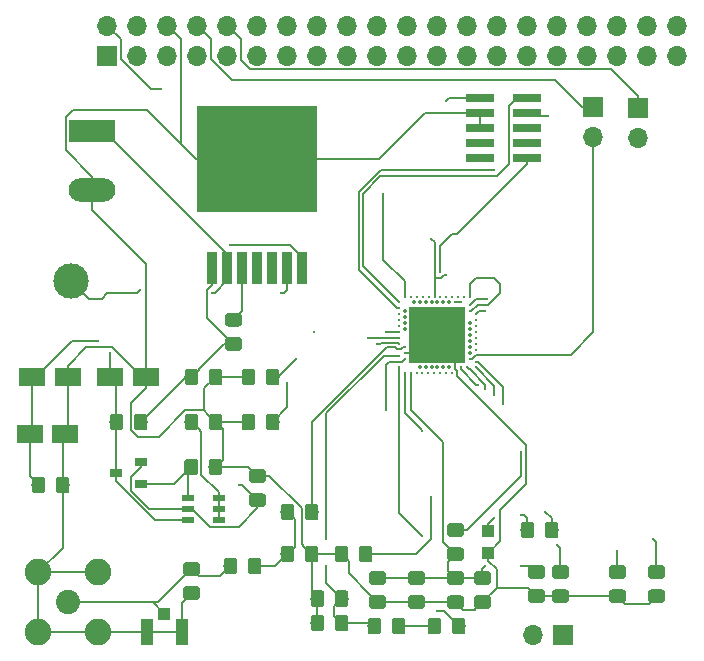
<source format=gbr>
G04 #@! TF.GenerationSoftware,KiCad,Pcbnew,(5.0.0)*
G04 #@! TF.CreationDate,2019-04-02T14:38:17-03:00*
G04 #@! TF.ProjectId,basic-hat,62617369632D6861742E6B696361645F,rev?*
G04 #@! TF.SameCoordinates,Original*
G04 #@! TF.FileFunction,Copper,L1,Top,Signal*
G04 #@! TF.FilePolarity,Positive*
%FSLAX46Y46*%
G04 Gerber Fmt 4.6, Leading zero omitted, Abs format (unit mm)*
G04 Created by KiCad (PCBNEW (5.0.0)) date 04/02/19 14:38:17*
%MOMM*%
%LPD*%
G01*
G04 APERTURE LIST*
G04 #@! TA.AperFunction,SMDPad,CuDef*
%ADD10R,1.000000X1.050000*%
G04 #@! TD*
G04 #@! TA.AperFunction,SMDPad,CuDef*
%ADD11R,1.050000X2.200000*%
G04 #@! TD*
G04 #@! TA.AperFunction,Conductor*
%ADD12C,0.100000*%
G04 #@! TD*
G04 #@! TA.AperFunction,SMDPad,CuDef*
%ADD13C,1.150000*%
G04 #@! TD*
G04 #@! TA.AperFunction,SMDPad,CuDef*
%ADD14R,2.200000X1.600000*%
G04 #@! TD*
G04 #@! TA.AperFunction,SMDPad,CuDef*
%ADD15R,0.863600X2.692400*%
G04 #@! TD*
G04 #@! TA.AperFunction,SMDPad,CuDef*
%ADD16R,10.160000X8.940800*%
G04 #@! TD*
G04 #@! TA.AperFunction,SMDPad,CuDef*
%ADD17R,1.000000X0.600000*%
G04 #@! TD*
G04 #@! TA.AperFunction,ComponentPad*
%ADD18C,2.050000*%
G04 #@! TD*
G04 #@! TA.AperFunction,ComponentPad*
%ADD19C,2.250000*%
G04 #@! TD*
G04 #@! TA.AperFunction,ComponentPad*
%ADD20O,1.700000X1.700000*%
G04 #@! TD*
G04 #@! TA.AperFunction,ComponentPad*
%ADD21R,1.700000X1.700000*%
G04 #@! TD*
G04 #@! TA.AperFunction,SMDPad,CuDef*
%ADD22R,2.400000X0.740000*%
G04 #@! TD*
G04 #@! TA.AperFunction,ComponentPad*
%ADD23R,3.960000X1.980000*%
G04 #@! TD*
G04 #@! TA.AperFunction,ComponentPad*
%ADD24O,3.960000X1.980000*%
G04 #@! TD*
G04 #@! TA.AperFunction,ComponentPad*
%ADD25C,3.000000*%
G04 #@! TD*
G04 #@! TA.AperFunction,SMDPad,CuDef*
%ADD26R,1.100000X0.650000*%
G04 #@! TD*
G04 #@! TA.AperFunction,BGAPad,CuDef*
%ADD27C,0.275000*%
G04 #@! TD*
G04 #@! TA.AperFunction,SMDPad,CuDef*
%ADD28R,4.850000X4.850000*%
G04 #@! TD*
G04 #@! TA.AperFunction,SMDPad,CuDef*
%ADD29R,1.100000X1.050000*%
G04 #@! TD*
G04 #@! TA.AperFunction,ViaPad*
%ADD30C,0.300000*%
G04 #@! TD*
G04 #@! TA.AperFunction,ViaPad*
%ADD31C,0.350000*%
G04 #@! TD*
G04 #@! TA.AperFunction,Conductor*
%ADD32C,0.145000*%
G04 #@! TD*
G04 APERTURE END LIST*
D10*
G04 #@! TO.P,ANT1,1*
G04 #@! TO.N,Net-(ANT1-Pad1)*
X53340000Y-72898000D03*
D11*
G04 #@! TO.P,ANT1,2*
G04 #@! TO.N,Ground (VSS_PA)*
X54815000Y-74423000D03*
G04 #@! TO.P,ANT1,3*
X51865000Y-74423000D03*
G04 #@! TD*
D12*
G04 #@! TO.N,VDD(A22)*
G04 #@! TO.C,C1*
G36*
X78452505Y-69276204D02*
X78476773Y-69279804D01*
X78500572Y-69285765D01*
X78523671Y-69294030D01*
X78545850Y-69304520D01*
X78566893Y-69317132D01*
X78586599Y-69331747D01*
X78604777Y-69348223D01*
X78621253Y-69366401D01*
X78635868Y-69386107D01*
X78648480Y-69407150D01*
X78658970Y-69429329D01*
X78667235Y-69452428D01*
X78673196Y-69476227D01*
X78676796Y-69500495D01*
X78678000Y-69524999D01*
X78678000Y-70175001D01*
X78676796Y-70199505D01*
X78673196Y-70223773D01*
X78667235Y-70247572D01*
X78658970Y-70270671D01*
X78648480Y-70292850D01*
X78635868Y-70313893D01*
X78621253Y-70333599D01*
X78604777Y-70351777D01*
X78586599Y-70368253D01*
X78566893Y-70382868D01*
X78545850Y-70395480D01*
X78523671Y-70405970D01*
X78500572Y-70414235D01*
X78476773Y-70420196D01*
X78452505Y-70423796D01*
X78428001Y-70425000D01*
X77527999Y-70425000D01*
X77503495Y-70423796D01*
X77479227Y-70420196D01*
X77455428Y-70414235D01*
X77432329Y-70405970D01*
X77410150Y-70395480D01*
X77389107Y-70382868D01*
X77369401Y-70368253D01*
X77351223Y-70351777D01*
X77334747Y-70333599D01*
X77320132Y-70313893D01*
X77307520Y-70292850D01*
X77297030Y-70270671D01*
X77288765Y-70247572D01*
X77282804Y-70223773D01*
X77279204Y-70199505D01*
X77278000Y-70175001D01*
X77278000Y-69524999D01*
X77279204Y-69500495D01*
X77282804Y-69476227D01*
X77288765Y-69452428D01*
X77297030Y-69429329D01*
X77307520Y-69407150D01*
X77320132Y-69386107D01*
X77334747Y-69366401D01*
X77351223Y-69348223D01*
X77369401Y-69331747D01*
X77389107Y-69317132D01*
X77410150Y-69304520D01*
X77432329Y-69294030D01*
X77455428Y-69285765D01*
X77479227Y-69279804D01*
X77503495Y-69276204D01*
X77527999Y-69275000D01*
X78428001Y-69275000D01*
X78452505Y-69276204D01*
X78452505Y-69276204D01*
G37*
D13*
G04 #@! TD*
G04 #@! TO.P,C1,2*
G04 #@! TO.N,VDD(A22)*
X77978000Y-69850000D03*
D12*
G04 #@! TO.N,Ground (VSS_PA)*
G04 #@! TO.C,C1*
G36*
X78452505Y-71326204D02*
X78476773Y-71329804D01*
X78500572Y-71335765D01*
X78523671Y-71344030D01*
X78545850Y-71354520D01*
X78566893Y-71367132D01*
X78586599Y-71381747D01*
X78604777Y-71398223D01*
X78621253Y-71416401D01*
X78635868Y-71436107D01*
X78648480Y-71457150D01*
X78658970Y-71479329D01*
X78667235Y-71502428D01*
X78673196Y-71526227D01*
X78676796Y-71550495D01*
X78678000Y-71574999D01*
X78678000Y-72225001D01*
X78676796Y-72249505D01*
X78673196Y-72273773D01*
X78667235Y-72297572D01*
X78658970Y-72320671D01*
X78648480Y-72342850D01*
X78635868Y-72363893D01*
X78621253Y-72383599D01*
X78604777Y-72401777D01*
X78586599Y-72418253D01*
X78566893Y-72432868D01*
X78545850Y-72445480D01*
X78523671Y-72455970D01*
X78500572Y-72464235D01*
X78476773Y-72470196D01*
X78452505Y-72473796D01*
X78428001Y-72475000D01*
X77527999Y-72475000D01*
X77503495Y-72473796D01*
X77479227Y-72470196D01*
X77455428Y-72464235D01*
X77432329Y-72455970D01*
X77410150Y-72445480D01*
X77389107Y-72432868D01*
X77369401Y-72418253D01*
X77351223Y-72401777D01*
X77334747Y-72383599D01*
X77320132Y-72363893D01*
X77307520Y-72342850D01*
X77297030Y-72320671D01*
X77288765Y-72297572D01*
X77282804Y-72273773D01*
X77279204Y-72249505D01*
X77278000Y-72225001D01*
X77278000Y-71574999D01*
X77279204Y-71550495D01*
X77282804Y-71526227D01*
X77288765Y-71502428D01*
X77297030Y-71479329D01*
X77307520Y-71457150D01*
X77320132Y-71436107D01*
X77334747Y-71416401D01*
X77351223Y-71398223D01*
X77369401Y-71381747D01*
X77389107Y-71367132D01*
X77410150Y-71354520D01*
X77432329Y-71344030D01*
X77455428Y-71335765D01*
X77479227Y-71329804D01*
X77503495Y-71326204D01*
X77527999Y-71325000D01*
X78428001Y-71325000D01*
X78452505Y-71326204D01*
X78452505Y-71326204D01*
G37*
D13*
G04 #@! TD*
G04 #@! TO.P,C1,1*
G04 #@! TO.N,Ground (VSS_PA)*
X77978000Y-71900000D03*
D12*
G04 #@! TO.N,Ground (VSS_PA)*
G04 #@! TO.C,C2*
G36*
X68675505Y-67119204D02*
X68699773Y-67122804D01*
X68723572Y-67128765D01*
X68746671Y-67137030D01*
X68768850Y-67147520D01*
X68789893Y-67160132D01*
X68809599Y-67174747D01*
X68827777Y-67191223D01*
X68844253Y-67209401D01*
X68858868Y-67229107D01*
X68871480Y-67250150D01*
X68881970Y-67272329D01*
X68890235Y-67295428D01*
X68896196Y-67319227D01*
X68899796Y-67343495D01*
X68901000Y-67367999D01*
X68901000Y-68268001D01*
X68899796Y-68292505D01*
X68896196Y-68316773D01*
X68890235Y-68340572D01*
X68881970Y-68363671D01*
X68871480Y-68385850D01*
X68858868Y-68406893D01*
X68844253Y-68426599D01*
X68827777Y-68444777D01*
X68809599Y-68461253D01*
X68789893Y-68475868D01*
X68768850Y-68488480D01*
X68746671Y-68498970D01*
X68723572Y-68507235D01*
X68699773Y-68513196D01*
X68675505Y-68516796D01*
X68651001Y-68518000D01*
X68000999Y-68518000D01*
X67976495Y-68516796D01*
X67952227Y-68513196D01*
X67928428Y-68507235D01*
X67905329Y-68498970D01*
X67883150Y-68488480D01*
X67862107Y-68475868D01*
X67842401Y-68461253D01*
X67824223Y-68444777D01*
X67807747Y-68426599D01*
X67793132Y-68406893D01*
X67780520Y-68385850D01*
X67770030Y-68363671D01*
X67761765Y-68340572D01*
X67755804Y-68316773D01*
X67752204Y-68292505D01*
X67751000Y-68268001D01*
X67751000Y-67367999D01*
X67752204Y-67343495D01*
X67755804Y-67319227D01*
X67761765Y-67295428D01*
X67770030Y-67272329D01*
X67780520Y-67250150D01*
X67793132Y-67229107D01*
X67807747Y-67209401D01*
X67824223Y-67191223D01*
X67842401Y-67174747D01*
X67862107Y-67160132D01*
X67883150Y-67147520D01*
X67905329Y-67137030D01*
X67928428Y-67128765D01*
X67952227Y-67122804D01*
X67976495Y-67119204D01*
X68000999Y-67118000D01*
X68651001Y-67118000D01*
X68675505Y-67119204D01*
X68675505Y-67119204D01*
G37*
D13*
G04 #@! TD*
G04 #@! TO.P,C2,1*
G04 #@! TO.N,Ground (VSS_PA)*
X68326000Y-67818000D03*
D12*
G04 #@! TO.N,1.1vsup_decup(dec1)*
G04 #@! TO.C,C2*
G36*
X70725505Y-67119204D02*
X70749773Y-67122804D01*
X70773572Y-67128765D01*
X70796671Y-67137030D01*
X70818850Y-67147520D01*
X70839893Y-67160132D01*
X70859599Y-67174747D01*
X70877777Y-67191223D01*
X70894253Y-67209401D01*
X70908868Y-67229107D01*
X70921480Y-67250150D01*
X70931970Y-67272329D01*
X70940235Y-67295428D01*
X70946196Y-67319227D01*
X70949796Y-67343495D01*
X70951000Y-67367999D01*
X70951000Y-68268001D01*
X70949796Y-68292505D01*
X70946196Y-68316773D01*
X70940235Y-68340572D01*
X70931970Y-68363671D01*
X70921480Y-68385850D01*
X70908868Y-68406893D01*
X70894253Y-68426599D01*
X70877777Y-68444777D01*
X70859599Y-68461253D01*
X70839893Y-68475868D01*
X70818850Y-68488480D01*
X70796671Y-68498970D01*
X70773572Y-68507235D01*
X70749773Y-68513196D01*
X70725505Y-68516796D01*
X70701001Y-68518000D01*
X70050999Y-68518000D01*
X70026495Y-68516796D01*
X70002227Y-68513196D01*
X69978428Y-68507235D01*
X69955329Y-68498970D01*
X69933150Y-68488480D01*
X69912107Y-68475868D01*
X69892401Y-68461253D01*
X69874223Y-68444777D01*
X69857747Y-68426599D01*
X69843132Y-68406893D01*
X69830520Y-68385850D01*
X69820030Y-68363671D01*
X69811765Y-68340572D01*
X69805804Y-68316773D01*
X69802204Y-68292505D01*
X69801000Y-68268001D01*
X69801000Y-67367999D01*
X69802204Y-67343495D01*
X69805804Y-67319227D01*
X69811765Y-67295428D01*
X69820030Y-67272329D01*
X69830520Y-67250150D01*
X69843132Y-67229107D01*
X69857747Y-67209401D01*
X69874223Y-67191223D01*
X69892401Y-67174747D01*
X69912107Y-67160132D01*
X69933150Y-67147520D01*
X69955329Y-67137030D01*
X69978428Y-67128765D01*
X70002227Y-67122804D01*
X70026495Y-67119204D01*
X70050999Y-67118000D01*
X70701001Y-67118000D01*
X70725505Y-67119204D01*
X70725505Y-67119204D01*
G37*
D13*
G04 #@! TD*
G04 #@! TO.P,C2,2*
G04 #@! TO.N,1.1vsup_decup(dec1)*
X70376000Y-67818000D03*
D12*
G04 #@! TO.N,Ground (VSS_PA)*
G04 #@! TO.C,C3*
G36*
X80738505Y-71317204D02*
X80762773Y-71320804D01*
X80786572Y-71326765D01*
X80809671Y-71335030D01*
X80831850Y-71345520D01*
X80852893Y-71358132D01*
X80872599Y-71372747D01*
X80890777Y-71389223D01*
X80907253Y-71407401D01*
X80921868Y-71427107D01*
X80934480Y-71448150D01*
X80944970Y-71470329D01*
X80953235Y-71493428D01*
X80959196Y-71517227D01*
X80962796Y-71541495D01*
X80964000Y-71565999D01*
X80964000Y-72216001D01*
X80962796Y-72240505D01*
X80959196Y-72264773D01*
X80953235Y-72288572D01*
X80944970Y-72311671D01*
X80934480Y-72333850D01*
X80921868Y-72354893D01*
X80907253Y-72374599D01*
X80890777Y-72392777D01*
X80872599Y-72409253D01*
X80852893Y-72423868D01*
X80831850Y-72436480D01*
X80809671Y-72446970D01*
X80786572Y-72455235D01*
X80762773Y-72461196D01*
X80738505Y-72464796D01*
X80714001Y-72466000D01*
X79813999Y-72466000D01*
X79789495Y-72464796D01*
X79765227Y-72461196D01*
X79741428Y-72455235D01*
X79718329Y-72446970D01*
X79696150Y-72436480D01*
X79675107Y-72423868D01*
X79655401Y-72409253D01*
X79637223Y-72392777D01*
X79620747Y-72374599D01*
X79606132Y-72354893D01*
X79593520Y-72333850D01*
X79583030Y-72311671D01*
X79574765Y-72288572D01*
X79568804Y-72264773D01*
X79565204Y-72240505D01*
X79564000Y-72216001D01*
X79564000Y-71565999D01*
X79565204Y-71541495D01*
X79568804Y-71517227D01*
X79574765Y-71493428D01*
X79583030Y-71470329D01*
X79593520Y-71448150D01*
X79606132Y-71427107D01*
X79620747Y-71407401D01*
X79637223Y-71389223D01*
X79655401Y-71372747D01*
X79675107Y-71358132D01*
X79696150Y-71345520D01*
X79718329Y-71335030D01*
X79741428Y-71326765D01*
X79765227Y-71320804D01*
X79789495Y-71317204D01*
X79813999Y-71316000D01*
X80714001Y-71316000D01*
X80738505Y-71317204D01*
X80738505Y-71317204D01*
G37*
D13*
G04 #@! TD*
G04 #@! TO.P,C3,1*
G04 #@! TO.N,Ground (VSS_PA)*
X80264000Y-71891000D03*
D12*
G04 #@! TO.N,VDD(A22)*
G04 #@! TO.C,C3*
G36*
X80738505Y-69267204D02*
X80762773Y-69270804D01*
X80786572Y-69276765D01*
X80809671Y-69285030D01*
X80831850Y-69295520D01*
X80852893Y-69308132D01*
X80872599Y-69322747D01*
X80890777Y-69339223D01*
X80907253Y-69357401D01*
X80921868Y-69377107D01*
X80934480Y-69398150D01*
X80944970Y-69420329D01*
X80953235Y-69443428D01*
X80959196Y-69467227D01*
X80962796Y-69491495D01*
X80964000Y-69515999D01*
X80964000Y-70166001D01*
X80962796Y-70190505D01*
X80959196Y-70214773D01*
X80953235Y-70238572D01*
X80944970Y-70261671D01*
X80934480Y-70283850D01*
X80921868Y-70304893D01*
X80907253Y-70324599D01*
X80890777Y-70342777D01*
X80872599Y-70359253D01*
X80852893Y-70373868D01*
X80831850Y-70386480D01*
X80809671Y-70396970D01*
X80786572Y-70405235D01*
X80762773Y-70411196D01*
X80738505Y-70414796D01*
X80714001Y-70416000D01*
X79813999Y-70416000D01*
X79789495Y-70414796D01*
X79765227Y-70411196D01*
X79741428Y-70405235D01*
X79718329Y-70396970D01*
X79696150Y-70386480D01*
X79675107Y-70373868D01*
X79655401Y-70359253D01*
X79637223Y-70342777D01*
X79620747Y-70324599D01*
X79606132Y-70304893D01*
X79593520Y-70283850D01*
X79583030Y-70261671D01*
X79574765Y-70238572D01*
X79568804Y-70214773D01*
X79565204Y-70190505D01*
X79564000Y-70166001D01*
X79564000Y-69515999D01*
X79565204Y-69491495D01*
X79568804Y-69467227D01*
X79574765Y-69443428D01*
X79583030Y-69420329D01*
X79593520Y-69398150D01*
X79606132Y-69377107D01*
X79620747Y-69357401D01*
X79637223Y-69339223D01*
X79655401Y-69322747D01*
X79675107Y-69308132D01*
X79696150Y-69295520D01*
X79718329Y-69285030D01*
X79741428Y-69276765D01*
X79765227Y-69270804D01*
X79789495Y-69267204D01*
X79813999Y-69266000D01*
X80714001Y-69266000D01*
X80738505Y-69267204D01*
X80738505Y-69267204D01*
G37*
D13*
G04 #@! TD*
G04 #@! TO.P,C3,2*
G04 #@! TO.N,VDD(A22)*
X80264000Y-69841000D03*
D12*
G04 #@! TO.N,Ground (VSS_PA)*
G04 #@! TO.C,C4*
G36*
X71848505Y-71317204D02*
X71872773Y-71320804D01*
X71896572Y-71326765D01*
X71919671Y-71335030D01*
X71941850Y-71345520D01*
X71962893Y-71358132D01*
X71982599Y-71372747D01*
X72000777Y-71389223D01*
X72017253Y-71407401D01*
X72031868Y-71427107D01*
X72044480Y-71448150D01*
X72054970Y-71470329D01*
X72063235Y-71493428D01*
X72069196Y-71517227D01*
X72072796Y-71541495D01*
X72074000Y-71565999D01*
X72074000Y-72216001D01*
X72072796Y-72240505D01*
X72069196Y-72264773D01*
X72063235Y-72288572D01*
X72054970Y-72311671D01*
X72044480Y-72333850D01*
X72031868Y-72354893D01*
X72017253Y-72374599D01*
X72000777Y-72392777D01*
X71982599Y-72409253D01*
X71962893Y-72423868D01*
X71941850Y-72436480D01*
X71919671Y-72446970D01*
X71896572Y-72455235D01*
X71872773Y-72461196D01*
X71848505Y-72464796D01*
X71824001Y-72466000D01*
X70923999Y-72466000D01*
X70899495Y-72464796D01*
X70875227Y-72461196D01*
X70851428Y-72455235D01*
X70828329Y-72446970D01*
X70806150Y-72436480D01*
X70785107Y-72423868D01*
X70765401Y-72409253D01*
X70747223Y-72392777D01*
X70730747Y-72374599D01*
X70716132Y-72354893D01*
X70703520Y-72333850D01*
X70693030Y-72311671D01*
X70684765Y-72288572D01*
X70678804Y-72264773D01*
X70675204Y-72240505D01*
X70674000Y-72216001D01*
X70674000Y-71565999D01*
X70675204Y-71541495D01*
X70678804Y-71517227D01*
X70684765Y-71493428D01*
X70693030Y-71470329D01*
X70703520Y-71448150D01*
X70716132Y-71427107D01*
X70730747Y-71407401D01*
X70747223Y-71389223D01*
X70765401Y-71372747D01*
X70785107Y-71358132D01*
X70806150Y-71345520D01*
X70828329Y-71335030D01*
X70851428Y-71326765D01*
X70875227Y-71320804D01*
X70899495Y-71317204D01*
X70923999Y-71316000D01*
X71824001Y-71316000D01*
X71848505Y-71317204D01*
X71848505Y-71317204D01*
G37*
D13*
G04 #@! TD*
G04 #@! TO.P,C4,1*
G04 #@! TO.N,Ground (VSS_PA)*
X71374000Y-71891000D03*
D12*
G04 #@! TO.N,VDD(A22)*
G04 #@! TO.C,C4*
G36*
X71848505Y-69267204D02*
X71872773Y-69270804D01*
X71896572Y-69276765D01*
X71919671Y-69285030D01*
X71941850Y-69295520D01*
X71962893Y-69308132D01*
X71982599Y-69322747D01*
X72000777Y-69339223D01*
X72017253Y-69357401D01*
X72031868Y-69377107D01*
X72044480Y-69398150D01*
X72054970Y-69420329D01*
X72063235Y-69443428D01*
X72069196Y-69467227D01*
X72072796Y-69491495D01*
X72074000Y-69515999D01*
X72074000Y-70166001D01*
X72072796Y-70190505D01*
X72069196Y-70214773D01*
X72063235Y-70238572D01*
X72054970Y-70261671D01*
X72044480Y-70283850D01*
X72031868Y-70304893D01*
X72017253Y-70324599D01*
X72000777Y-70342777D01*
X71982599Y-70359253D01*
X71962893Y-70373868D01*
X71941850Y-70386480D01*
X71919671Y-70396970D01*
X71896572Y-70405235D01*
X71872773Y-70411196D01*
X71848505Y-70414796D01*
X71824001Y-70416000D01*
X70923999Y-70416000D01*
X70899495Y-70414796D01*
X70875227Y-70411196D01*
X70851428Y-70405235D01*
X70828329Y-70396970D01*
X70806150Y-70386480D01*
X70785107Y-70373868D01*
X70765401Y-70359253D01*
X70747223Y-70342777D01*
X70730747Y-70324599D01*
X70716132Y-70304893D01*
X70703520Y-70283850D01*
X70693030Y-70261671D01*
X70684765Y-70238572D01*
X70678804Y-70214773D01*
X70675204Y-70190505D01*
X70674000Y-70166001D01*
X70674000Y-69515999D01*
X70675204Y-69491495D01*
X70678804Y-69467227D01*
X70684765Y-69443428D01*
X70693030Y-69420329D01*
X70703520Y-69398150D01*
X70716132Y-69377107D01*
X70730747Y-69357401D01*
X70747223Y-69339223D01*
X70765401Y-69322747D01*
X70785107Y-69308132D01*
X70806150Y-69295520D01*
X70828329Y-69285030D01*
X70851428Y-69276765D01*
X70875227Y-69270804D01*
X70899495Y-69267204D01*
X70923999Y-69266000D01*
X71824001Y-69266000D01*
X71848505Y-69267204D01*
X71848505Y-69267204D01*
G37*
D13*
G04 #@! TD*
G04 #@! TO.P,C4,2*
G04 #@! TO.N,VDD(A22)*
X71374000Y-69841000D03*
D12*
G04 #@! TO.N,VDD(A22)*
G04 #@! TO.C,C5*
G36*
X75150505Y-69267204D02*
X75174773Y-69270804D01*
X75198572Y-69276765D01*
X75221671Y-69285030D01*
X75243850Y-69295520D01*
X75264893Y-69308132D01*
X75284599Y-69322747D01*
X75302777Y-69339223D01*
X75319253Y-69357401D01*
X75333868Y-69377107D01*
X75346480Y-69398150D01*
X75356970Y-69420329D01*
X75365235Y-69443428D01*
X75371196Y-69467227D01*
X75374796Y-69491495D01*
X75376000Y-69515999D01*
X75376000Y-70166001D01*
X75374796Y-70190505D01*
X75371196Y-70214773D01*
X75365235Y-70238572D01*
X75356970Y-70261671D01*
X75346480Y-70283850D01*
X75333868Y-70304893D01*
X75319253Y-70324599D01*
X75302777Y-70342777D01*
X75284599Y-70359253D01*
X75264893Y-70373868D01*
X75243850Y-70386480D01*
X75221671Y-70396970D01*
X75198572Y-70405235D01*
X75174773Y-70411196D01*
X75150505Y-70414796D01*
X75126001Y-70416000D01*
X74225999Y-70416000D01*
X74201495Y-70414796D01*
X74177227Y-70411196D01*
X74153428Y-70405235D01*
X74130329Y-70396970D01*
X74108150Y-70386480D01*
X74087107Y-70373868D01*
X74067401Y-70359253D01*
X74049223Y-70342777D01*
X74032747Y-70324599D01*
X74018132Y-70304893D01*
X74005520Y-70283850D01*
X73995030Y-70261671D01*
X73986765Y-70238572D01*
X73980804Y-70214773D01*
X73977204Y-70190505D01*
X73976000Y-70166001D01*
X73976000Y-69515999D01*
X73977204Y-69491495D01*
X73980804Y-69467227D01*
X73986765Y-69443428D01*
X73995030Y-69420329D01*
X74005520Y-69398150D01*
X74018132Y-69377107D01*
X74032747Y-69357401D01*
X74049223Y-69339223D01*
X74067401Y-69322747D01*
X74087107Y-69308132D01*
X74108150Y-69295520D01*
X74130329Y-69285030D01*
X74153428Y-69276765D01*
X74177227Y-69270804D01*
X74201495Y-69267204D01*
X74225999Y-69266000D01*
X75126001Y-69266000D01*
X75150505Y-69267204D01*
X75150505Y-69267204D01*
G37*
D13*
G04 #@! TD*
G04 #@! TO.P,C5,2*
G04 #@! TO.N,VDD(A22)*
X74676000Y-69841000D03*
D12*
G04 #@! TO.N,Ground (VSS_PA)*
G04 #@! TO.C,C5*
G36*
X75150505Y-71317204D02*
X75174773Y-71320804D01*
X75198572Y-71326765D01*
X75221671Y-71335030D01*
X75243850Y-71345520D01*
X75264893Y-71358132D01*
X75284599Y-71372747D01*
X75302777Y-71389223D01*
X75319253Y-71407401D01*
X75333868Y-71427107D01*
X75346480Y-71448150D01*
X75356970Y-71470329D01*
X75365235Y-71493428D01*
X75371196Y-71517227D01*
X75374796Y-71541495D01*
X75376000Y-71565999D01*
X75376000Y-72216001D01*
X75374796Y-72240505D01*
X75371196Y-72264773D01*
X75365235Y-72288572D01*
X75356970Y-72311671D01*
X75346480Y-72333850D01*
X75333868Y-72354893D01*
X75319253Y-72374599D01*
X75302777Y-72392777D01*
X75284599Y-72409253D01*
X75264893Y-72423868D01*
X75243850Y-72436480D01*
X75221671Y-72446970D01*
X75198572Y-72455235D01*
X75174773Y-72461196D01*
X75150505Y-72464796D01*
X75126001Y-72466000D01*
X74225999Y-72466000D01*
X74201495Y-72464796D01*
X74177227Y-72461196D01*
X74153428Y-72455235D01*
X74130329Y-72446970D01*
X74108150Y-72436480D01*
X74087107Y-72423868D01*
X74067401Y-72409253D01*
X74049223Y-72392777D01*
X74032747Y-72374599D01*
X74018132Y-72354893D01*
X74005520Y-72333850D01*
X73995030Y-72311671D01*
X73986765Y-72288572D01*
X73980804Y-72264773D01*
X73977204Y-72240505D01*
X73976000Y-72216001D01*
X73976000Y-71565999D01*
X73977204Y-71541495D01*
X73980804Y-71517227D01*
X73986765Y-71493428D01*
X73995030Y-71470329D01*
X74005520Y-71448150D01*
X74018132Y-71427107D01*
X74032747Y-71407401D01*
X74049223Y-71389223D01*
X74067401Y-71372747D01*
X74087107Y-71358132D01*
X74108150Y-71345520D01*
X74130329Y-71335030D01*
X74153428Y-71326765D01*
X74177227Y-71320804D01*
X74201495Y-71317204D01*
X74225999Y-71316000D01*
X75126001Y-71316000D01*
X75150505Y-71317204D01*
X75150505Y-71317204D01*
G37*
D13*
G04 #@! TD*
G04 #@! TO.P,C5,1*
G04 #@! TO.N,Ground (VSS_PA)*
X74676000Y-71891000D03*
D12*
G04 #@! TO.N,Ground (VSS_PA)*
G04 #@! TO.C,C6*
G36*
X85310505Y-70809204D02*
X85334773Y-70812804D01*
X85358572Y-70818765D01*
X85381671Y-70827030D01*
X85403850Y-70837520D01*
X85424893Y-70850132D01*
X85444599Y-70864747D01*
X85462777Y-70881223D01*
X85479253Y-70899401D01*
X85493868Y-70919107D01*
X85506480Y-70940150D01*
X85516970Y-70962329D01*
X85525235Y-70985428D01*
X85531196Y-71009227D01*
X85534796Y-71033495D01*
X85536000Y-71057999D01*
X85536000Y-71708001D01*
X85534796Y-71732505D01*
X85531196Y-71756773D01*
X85525235Y-71780572D01*
X85516970Y-71803671D01*
X85506480Y-71825850D01*
X85493868Y-71846893D01*
X85479253Y-71866599D01*
X85462777Y-71884777D01*
X85444599Y-71901253D01*
X85424893Y-71915868D01*
X85403850Y-71928480D01*
X85381671Y-71938970D01*
X85358572Y-71947235D01*
X85334773Y-71953196D01*
X85310505Y-71956796D01*
X85286001Y-71958000D01*
X84385999Y-71958000D01*
X84361495Y-71956796D01*
X84337227Y-71953196D01*
X84313428Y-71947235D01*
X84290329Y-71938970D01*
X84268150Y-71928480D01*
X84247107Y-71915868D01*
X84227401Y-71901253D01*
X84209223Y-71884777D01*
X84192747Y-71866599D01*
X84178132Y-71846893D01*
X84165520Y-71825850D01*
X84155030Y-71803671D01*
X84146765Y-71780572D01*
X84140804Y-71756773D01*
X84137204Y-71732505D01*
X84136000Y-71708001D01*
X84136000Y-71057999D01*
X84137204Y-71033495D01*
X84140804Y-71009227D01*
X84146765Y-70985428D01*
X84155030Y-70962329D01*
X84165520Y-70940150D01*
X84178132Y-70919107D01*
X84192747Y-70899401D01*
X84209223Y-70881223D01*
X84227401Y-70864747D01*
X84247107Y-70850132D01*
X84268150Y-70837520D01*
X84290329Y-70827030D01*
X84313428Y-70818765D01*
X84337227Y-70812804D01*
X84361495Y-70809204D01*
X84385999Y-70808000D01*
X85286001Y-70808000D01*
X85310505Y-70809204D01*
X85310505Y-70809204D01*
G37*
D13*
G04 #@! TD*
G04 #@! TO.P,C6,1*
G04 #@! TO.N,Ground (VSS_PA)*
X84836000Y-71383000D03*
D12*
G04 #@! TO.N,VDD(A22)*
G04 #@! TO.C,C6*
G36*
X85310505Y-68759204D02*
X85334773Y-68762804D01*
X85358572Y-68768765D01*
X85381671Y-68777030D01*
X85403850Y-68787520D01*
X85424893Y-68800132D01*
X85444599Y-68814747D01*
X85462777Y-68831223D01*
X85479253Y-68849401D01*
X85493868Y-68869107D01*
X85506480Y-68890150D01*
X85516970Y-68912329D01*
X85525235Y-68935428D01*
X85531196Y-68959227D01*
X85534796Y-68983495D01*
X85536000Y-69007999D01*
X85536000Y-69658001D01*
X85534796Y-69682505D01*
X85531196Y-69706773D01*
X85525235Y-69730572D01*
X85516970Y-69753671D01*
X85506480Y-69775850D01*
X85493868Y-69796893D01*
X85479253Y-69816599D01*
X85462777Y-69834777D01*
X85444599Y-69851253D01*
X85424893Y-69865868D01*
X85403850Y-69878480D01*
X85381671Y-69888970D01*
X85358572Y-69897235D01*
X85334773Y-69903196D01*
X85310505Y-69906796D01*
X85286001Y-69908000D01*
X84385999Y-69908000D01*
X84361495Y-69906796D01*
X84337227Y-69903196D01*
X84313428Y-69897235D01*
X84290329Y-69888970D01*
X84268150Y-69878480D01*
X84247107Y-69865868D01*
X84227401Y-69851253D01*
X84209223Y-69834777D01*
X84192747Y-69816599D01*
X84178132Y-69796893D01*
X84165520Y-69775850D01*
X84155030Y-69753671D01*
X84146765Y-69730572D01*
X84140804Y-69706773D01*
X84137204Y-69682505D01*
X84136000Y-69658001D01*
X84136000Y-69007999D01*
X84137204Y-68983495D01*
X84140804Y-68959227D01*
X84146765Y-68935428D01*
X84155030Y-68912329D01*
X84165520Y-68890150D01*
X84178132Y-68869107D01*
X84192747Y-68849401D01*
X84209223Y-68831223D01*
X84227401Y-68814747D01*
X84247107Y-68800132D01*
X84268150Y-68787520D01*
X84290329Y-68777030D01*
X84313428Y-68768765D01*
X84337227Y-68762804D01*
X84361495Y-68759204D01*
X84385999Y-68758000D01*
X85286001Y-68758000D01*
X85310505Y-68759204D01*
X85310505Y-68759204D01*
G37*
D13*
G04 #@! TD*
G04 #@! TO.P,C6,2*
G04 #@! TO.N,VDD(A22)*
X84836000Y-69333000D03*
D12*
G04 #@! TO.N,VDDH*
G04 #@! TO.C,C7*
G36*
X61688505Y-62690204D02*
X61712773Y-62693804D01*
X61736572Y-62699765D01*
X61759671Y-62708030D01*
X61781850Y-62718520D01*
X61802893Y-62731132D01*
X61822599Y-62745747D01*
X61840777Y-62762223D01*
X61857253Y-62780401D01*
X61871868Y-62800107D01*
X61884480Y-62821150D01*
X61894970Y-62843329D01*
X61903235Y-62866428D01*
X61909196Y-62890227D01*
X61912796Y-62914495D01*
X61914000Y-62938999D01*
X61914000Y-63589001D01*
X61912796Y-63613505D01*
X61909196Y-63637773D01*
X61903235Y-63661572D01*
X61894970Y-63684671D01*
X61884480Y-63706850D01*
X61871868Y-63727893D01*
X61857253Y-63747599D01*
X61840777Y-63765777D01*
X61822599Y-63782253D01*
X61802893Y-63796868D01*
X61781850Y-63809480D01*
X61759671Y-63819970D01*
X61736572Y-63828235D01*
X61712773Y-63834196D01*
X61688505Y-63837796D01*
X61664001Y-63839000D01*
X60763999Y-63839000D01*
X60739495Y-63837796D01*
X60715227Y-63834196D01*
X60691428Y-63828235D01*
X60668329Y-63819970D01*
X60646150Y-63809480D01*
X60625107Y-63796868D01*
X60605401Y-63782253D01*
X60587223Y-63765777D01*
X60570747Y-63747599D01*
X60556132Y-63727893D01*
X60543520Y-63706850D01*
X60533030Y-63684671D01*
X60524765Y-63661572D01*
X60518804Y-63637773D01*
X60515204Y-63613505D01*
X60514000Y-63589001D01*
X60514000Y-62938999D01*
X60515204Y-62914495D01*
X60518804Y-62890227D01*
X60524765Y-62866428D01*
X60533030Y-62843329D01*
X60543520Y-62821150D01*
X60556132Y-62800107D01*
X60570747Y-62780401D01*
X60587223Y-62762223D01*
X60605401Y-62745747D01*
X60625107Y-62731132D01*
X60646150Y-62718520D01*
X60668329Y-62708030D01*
X60691428Y-62699765D01*
X60715227Y-62693804D01*
X60739495Y-62690204D01*
X60763999Y-62689000D01*
X61664001Y-62689000D01*
X61688505Y-62690204D01*
X61688505Y-62690204D01*
G37*
D13*
G04 #@! TD*
G04 #@! TO.P,C7,2*
G04 #@! TO.N,VDDH*
X61214000Y-63264000D03*
D12*
G04 #@! TO.N,Ground (VSS_PA)*
G04 #@! TO.C,C7*
G36*
X61688505Y-60640204D02*
X61712773Y-60643804D01*
X61736572Y-60649765D01*
X61759671Y-60658030D01*
X61781850Y-60668520D01*
X61802893Y-60681132D01*
X61822599Y-60695747D01*
X61840777Y-60712223D01*
X61857253Y-60730401D01*
X61871868Y-60750107D01*
X61884480Y-60771150D01*
X61894970Y-60793329D01*
X61903235Y-60816428D01*
X61909196Y-60840227D01*
X61912796Y-60864495D01*
X61914000Y-60888999D01*
X61914000Y-61539001D01*
X61912796Y-61563505D01*
X61909196Y-61587773D01*
X61903235Y-61611572D01*
X61894970Y-61634671D01*
X61884480Y-61656850D01*
X61871868Y-61677893D01*
X61857253Y-61697599D01*
X61840777Y-61715777D01*
X61822599Y-61732253D01*
X61802893Y-61746868D01*
X61781850Y-61759480D01*
X61759671Y-61769970D01*
X61736572Y-61778235D01*
X61712773Y-61784196D01*
X61688505Y-61787796D01*
X61664001Y-61789000D01*
X60763999Y-61789000D01*
X60739495Y-61787796D01*
X60715227Y-61784196D01*
X60691428Y-61778235D01*
X60668329Y-61769970D01*
X60646150Y-61759480D01*
X60625107Y-61746868D01*
X60605401Y-61732253D01*
X60587223Y-61715777D01*
X60570747Y-61697599D01*
X60556132Y-61677893D01*
X60543520Y-61656850D01*
X60533030Y-61634671D01*
X60524765Y-61611572D01*
X60518804Y-61587773D01*
X60515204Y-61563505D01*
X60514000Y-61539001D01*
X60514000Y-60888999D01*
X60515204Y-60864495D01*
X60518804Y-60840227D01*
X60524765Y-60816428D01*
X60533030Y-60793329D01*
X60543520Y-60771150D01*
X60556132Y-60750107D01*
X60570747Y-60730401D01*
X60587223Y-60712223D01*
X60605401Y-60695747D01*
X60625107Y-60681132D01*
X60646150Y-60668520D01*
X60668329Y-60658030D01*
X60691428Y-60649765D01*
X60715227Y-60643804D01*
X60739495Y-60640204D01*
X60763999Y-60639000D01*
X61664001Y-60639000D01*
X61688505Y-60640204D01*
X61688505Y-60640204D01*
G37*
D13*
G04 #@! TD*
G04 #@! TO.P,C7,1*
G04 #@! TO.N,Ground (VSS_PA)*
X61214000Y-61214000D03*
D12*
G04 #@! TO.N,VDDH*
G04 #@! TO.C,C8*
G36*
X62851505Y-52133204D02*
X62875773Y-52136804D01*
X62899572Y-52142765D01*
X62922671Y-52151030D01*
X62944850Y-52161520D01*
X62965893Y-52174132D01*
X62985599Y-52188747D01*
X63003777Y-52205223D01*
X63020253Y-52223401D01*
X63034868Y-52243107D01*
X63047480Y-52264150D01*
X63057970Y-52286329D01*
X63066235Y-52309428D01*
X63072196Y-52333227D01*
X63075796Y-52357495D01*
X63077000Y-52381999D01*
X63077000Y-53282001D01*
X63075796Y-53306505D01*
X63072196Y-53330773D01*
X63066235Y-53354572D01*
X63057970Y-53377671D01*
X63047480Y-53399850D01*
X63034868Y-53420893D01*
X63020253Y-53440599D01*
X63003777Y-53458777D01*
X62985599Y-53475253D01*
X62965893Y-53489868D01*
X62944850Y-53502480D01*
X62922671Y-53512970D01*
X62899572Y-53521235D01*
X62875773Y-53527196D01*
X62851505Y-53530796D01*
X62827001Y-53532000D01*
X62176999Y-53532000D01*
X62152495Y-53530796D01*
X62128227Y-53527196D01*
X62104428Y-53521235D01*
X62081329Y-53512970D01*
X62059150Y-53502480D01*
X62038107Y-53489868D01*
X62018401Y-53475253D01*
X62000223Y-53458777D01*
X61983747Y-53440599D01*
X61969132Y-53420893D01*
X61956520Y-53399850D01*
X61946030Y-53377671D01*
X61937765Y-53354572D01*
X61931804Y-53330773D01*
X61928204Y-53306505D01*
X61927000Y-53282001D01*
X61927000Y-52381999D01*
X61928204Y-52357495D01*
X61931804Y-52333227D01*
X61937765Y-52309428D01*
X61946030Y-52286329D01*
X61956520Y-52264150D01*
X61969132Y-52243107D01*
X61983747Y-52223401D01*
X62000223Y-52205223D01*
X62018401Y-52188747D01*
X62038107Y-52174132D01*
X62059150Y-52161520D01*
X62081329Y-52151030D01*
X62104428Y-52142765D01*
X62128227Y-52136804D01*
X62152495Y-52133204D01*
X62176999Y-52132000D01*
X62827001Y-52132000D01*
X62851505Y-52133204D01*
X62851505Y-52133204D01*
G37*
D13*
G04 #@! TD*
G04 #@! TO.P,C8,2*
G04 #@! TO.N,VDDH*
X62502000Y-52832000D03*
D12*
G04 #@! TO.N,Ground (VSS_PA)*
G04 #@! TO.C,C8*
G36*
X60801505Y-52133204D02*
X60825773Y-52136804D01*
X60849572Y-52142765D01*
X60872671Y-52151030D01*
X60894850Y-52161520D01*
X60915893Y-52174132D01*
X60935599Y-52188747D01*
X60953777Y-52205223D01*
X60970253Y-52223401D01*
X60984868Y-52243107D01*
X60997480Y-52264150D01*
X61007970Y-52286329D01*
X61016235Y-52309428D01*
X61022196Y-52333227D01*
X61025796Y-52357495D01*
X61027000Y-52381999D01*
X61027000Y-53282001D01*
X61025796Y-53306505D01*
X61022196Y-53330773D01*
X61016235Y-53354572D01*
X61007970Y-53377671D01*
X60997480Y-53399850D01*
X60984868Y-53420893D01*
X60970253Y-53440599D01*
X60953777Y-53458777D01*
X60935599Y-53475253D01*
X60915893Y-53489868D01*
X60894850Y-53502480D01*
X60872671Y-53512970D01*
X60849572Y-53521235D01*
X60825773Y-53527196D01*
X60801505Y-53530796D01*
X60777001Y-53532000D01*
X60126999Y-53532000D01*
X60102495Y-53530796D01*
X60078227Y-53527196D01*
X60054428Y-53521235D01*
X60031329Y-53512970D01*
X60009150Y-53502480D01*
X59988107Y-53489868D01*
X59968401Y-53475253D01*
X59950223Y-53458777D01*
X59933747Y-53440599D01*
X59919132Y-53420893D01*
X59906520Y-53399850D01*
X59896030Y-53377671D01*
X59887765Y-53354572D01*
X59881804Y-53330773D01*
X59878204Y-53306505D01*
X59877000Y-53282001D01*
X59877000Y-52381999D01*
X59878204Y-52357495D01*
X59881804Y-52333227D01*
X59887765Y-52309428D01*
X59896030Y-52286329D01*
X59906520Y-52264150D01*
X59919132Y-52243107D01*
X59933747Y-52223401D01*
X59950223Y-52205223D01*
X59968401Y-52188747D01*
X59988107Y-52174132D01*
X60009150Y-52161520D01*
X60031329Y-52151030D01*
X60054428Y-52142765D01*
X60078227Y-52136804D01*
X60102495Y-52133204D01*
X60126999Y-52132000D01*
X60777001Y-52132000D01*
X60801505Y-52133204D01*
X60801505Y-52133204D01*
G37*
D13*
G04 #@! TD*
G04 #@! TO.P,C8,1*
G04 #@! TO.N,Ground (VSS_PA)*
X60452000Y-52832000D03*
D12*
G04 #@! TO.N,decusb3.3v*
G04 #@! TO.C,C9*
G36*
X62842505Y-55943204D02*
X62866773Y-55946804D01*
X62890572Y-55952765D01*
X62913671Y-55961030D01*
X62935850Y-55971520D01*
X62956893Y-55984132D01*
X62976599Y-55998747D01*
X62994777Y-56015223D01*
X63011253Y-56033401D01*
X63025868Y-56053107D01*
X63038480Y-56074150D01*
X63048970Y-56096329D01*
X63057235Y-56119428D01*
X63063196Y-56143227D01*
X63066796Y-56167495D01*
X63068000Y-56191999D01*
X63068000Y-57092001D01*
X63066796Y-57116505D01*
X63063196Y-57140773D01*
X63057235Y-57164572D01*
X63048970Y-57187671D01*
X63038480Y-57209850D01*
X63025868Y-57230893D01*
X63011253Y-57250599D01*
X62994777Y-57268777D01*
X62976599Y-57285253D01*
X62956893Y-57299868D01*
X62935850Y-57312480D01*
X62913671Y-57322970D01*
X62890572Y-57331235D01*
X62866773Y-57337196D01*
X62842505Y-57340796D01*
X62818001Y-57342000D01*
X62167999Y-57342000D01*
X62143495Y-57340796D01*
X62119227Y-57337196D01*
X62095428Y-57331235D01*
X62072329Y-57322970D01*
X62050150Y-57312480D01*
X62029107Y-57299868D01*
X62009401Y-57285253D01*
X61991223Y-57268777D01*
X61974747Y-57250599D01*
X61960132Y-57230893D01*
X61947520Y-57209850D01*
X61937030Y-57187671D01*
X61928765Y-57164572D01*
X61922804Y-57140773D01*
X61919204Y-57116505D01*
X61918000Y-57092001D01*
X61918000Y-56191999D01*
X61919204Y-56167495D01*
X61922804Y-56143227D01*
X61928765Y-56119428D01*
X61937030Y-56096329D01*
X61947520Y-56074150D01*
X61960132Y-56053107D01*
X61974747Y-56033401D01*
X61991223Y-56015223D01*
X62009401Y-55998747D01*
X62029107Y-55984132D01*
X62050150Y-55971520D01*
X62072329Y-55961030D01*
X62095428Y-55952765D01*
X62119227Y-55946804D01*
X62143495Y-55943204D01*
X62167999Y-55942000D01*
X62818001Y-55942000D01*
X62842505Y-55943204D01*
X62842505Y-55943204D01*
G37*
D13*
G04 #@! TD*
G04 #@! TO.P,C9,2*
G04 #@! TO.N,decusb3.3v*
X62493000Y-56642000D03*
D12*
G04 #@! TO.N,Ground (VSS_PA)*
G04 #@! TO.C,C9*
G36*
X60792505Y-55943204D02*
X60816773Y-55946804D01*
X60840572Y-55952765D01*
X60863671Y-55961030D01*
X60885850Y-55971520D01*
X60906893Y-55984132D01*
X60926599Y-55998747D01*
X60944777Y-56015223D01*
X60961253Y-56033401D01*
X60975868Y-56053107D01*
X60988480Y-56074150D01*
X60998970Y-56096329D01*
X61007235Y-56119428D01*
X61013196Y-56143227D01*
X61016796Y-56167495D01*
X61018000Y-56191999D01*
X61018000Y-57092001D01*
X61016796Y-57116505D01*
X61013196Y-57140773D01*
X61007235Y-57164572D01*
X60998970Y-57187671D01*
X60988480Y-57209850D01*
X60975868Y-57230893D01*
X60961253Y-57250599D01*
X60944777Y-57268777D01*
X60926599Y-57285253D01*
X60906893Y-57299868D01*
X60885850Y-57312480D01*
X60863671Y-57322970D01*
X60840572Y-57331235D01*
X60816773Y-57337196D01*
X60792505Y-57340796D01*
X60768001Y-57342000D01*
X60117999Y-57342000D01*
X60093495Y-57340796D01*
X60069227Y-57337196D01*
X60045428Y-57331235D01*
X60022329Y-57322970D01*
X60000150Y-57312480D01*
X59979107Y-57299868D01*
X59959401Y-57285253D01*
X59941223Y-57268777D01*
X59924747Y-57250599D01*
X59910132Y-57230893D01*
X59897520Y-57209850D01*
X59887030Y-57187671D01*
X59878765Y-57164572D01*
X59872804Y-57140773D01*
X59869204Y-57116505D01*
X59868000Y-57092001D01*
X59868000Y-56191999D01*
X59869204Y-56167495D01*
X59872804Y-56143227D01*
X59878765Y-56119428D01*
X59887030Y-56096329D01*
X59897520Y-56074150D01*
X59910132Y-56053107D01*
X59924747Y-56033401D01*
X59941223Y-56015223D01*
X59959401Y-55998747D01*
X59979107Y-55984132D01*
X60000150Y-55971520D01*
X60022329Y-55961030D01*
X60045428Y-55952765D01*
X60069227Y-55946804D01*
X60093495Y-55943204D01*
X60117999Y-55942000D01*
X60768001Y-55942000D01*
X60792505Y-55943204D01*
X60792505Y-55943204D01*
G37*
D13*
G04 #@! TD*
G04 #@! TO.P,C9,1*
G04 #@! TO.N,Ground (VSS_PA)*
X60443000Y-56642000D03*
D12*
G04 #@! TO.N,Ground (VSS_PA)*
G04 #@! TO.C,C10*
G36*
X95470505Y-70818204D02*
X95494773Y-70821804D01*
X95518572Y-70827765D01*
X95541671Y-70836030D01*
X95563850Y-70846520D01*
X95584893Y-70859132D01*
X95604599Y-70873747D01*
X95622777Y-70890223D01*
X95639253Y-70908401D01*
X95653868Y-70928107D01*
X95666480Y-70949150D01*
X95676970Y-70971329D01*
X95685235Y-70994428D01*
X95691196Y-71018227D01*
X95694796Y-71042495D01*
X95696000Y-71066999D01*
X95696000Y-71717001D01*
X95694796Y-71741505D01*
X95691196Y-71765773D01*
X95685235Y-71789572D01*
X95676970Y-71812671D01*
X95666480Y-71834850D01*
X95653868Y-71855893D01*
X95639253Y-71875599D01*
X95622777Y-71893777D01*
X95604599Y-71910253D01*
X95584893Y-71924868D01*
X95563850Y-71937480D01*
X95541671Y-71947970D01*
X95518572Y-71956235D01*
X95494773Y-71962196D01*
X95470505Y-71965796D01*
X95446001Y-71967000D01*
X94545999Y-71967000D01*
X94521495Y-71965796D01*
X94497227Y-71962196D01*
X94473428Y-71956235D01*
X94450329Y-71947970D01*
X94428150Y-71937480D01*
X94407107Y-71924868D01*
X94387401Y-71910253D01*
X94369223Y-71893777D01*
X94352747Y-71875599D01*
X94338132Y-71855893D01*
X94325520Y-71834850D01*
X94315030Y-71812671D01*
X94306765Y-71789572D01*
X94300804Y-71765773D01*
X94297204Y-71741505D01*
X94296000Y-71717001D01*
X94296000Y-71066999D01*
X94297204Y-71042495D01*
X94300804Y-71018227D01*
X94306765Y-70994428D01*
X94315030Y-70971329D01*
X94325520Y-70949150D01*
X94338132Y-70928107D01*
X94352747Y-70908401D01*
X94369223Y-70890223D01*
X94387401Y-70873747D01*
X94407107Y-70859132D01*
X94428150Y-70846520D01*
X94450329Y-70836030D01*
X94473428Y-70827765D01*
X94497227Y-70821804D01*
X94521495Y-70818204D01*
X94545999Y-70817000D01*
X95446001Y-70817000D01*
X95470505Y-70818204D01*
X95470505Y-70818204D01*
G37*
D13*
G04 #@! TD*
G04 #@! TO.P,C10,1*
G04 #@! TO.N,Ground (VSS_PA)*
X94996000Y-71392000D03*
D12*
G04 #@! TO.N,1.3vsup_decup(flash)(dec5)*
G04 #@! TO.C,C10*
G36*
X95470505Y-68768204D02*
X95494773Y-68771804D01*
X95518572Y-68777765D01*
X95541671Y-68786030D01*
X95563850Y-68796520D01*
X95584893Y-68809132D01*
X95604599Y-68823747D01*
X95622777Y-68840223D01*
X95639253Y-68858401D01*
X95653868Y-68878107D01*
X95666480Y-68899150D01*
X95676970Y-68921329D01*
X95685235Y-68944428D01*
X95691196Y-68968227D01*
X95694796Y-68992495D01*
X95696000Y-69016999D01*
X95696000Y-69667001D01*
X95694796Y-69691505D01*
X95691196Y-69715773D01*
X95685235Y-69739572D01*
X95676970Y-69762671D01*
X95666480Y-69784850D01*
X95653868Y-69805893D01*
X95639253Y-69825599D01*
X95622777Y-69843777D01*
X95604599Y-69860253D01*
X95584893Y-69874868D01*
X95563850Y-69887480D01*
X95541671Y-69897970D01*
X95518572Y-69906235D01*
X95494773Y-69912196D01*
X95470505Y-69915796D01*
X95446001Y-69917000D01*
X94545999Y-69917000D01*
X94521495Y-69915796D01*
X94497227Y-69912196D01*
X94473428Y-69906235D01*
X94450329Y-69897970D01*
X94428150Y-69887480D01*
X94407107Y-69874868D01*
X94387401Y-69860253D01*
X94369223Y-69843777D01*
X94352747Y-69825599D01*
X94338132Y-69805893D01*
X94325520Y-69784850D01*
X94315030Y-69762671D01*
X94306765Y-69739572D01*
X94300804Y-69715773D01*
X94297204Y-69691505D01*
X94296000Y-69667001D01*
X94296000Y-69016999D01*
X94297204Y-68992495D01*
X94300804Y-68968227D01*
X94306765Y-68944428D01*
X94315030Y-68921329D01*
X94325520Y-68899150D01*
X94338132Y-68878107D01*
X94352747Y-68858401D01*
X94369223Y-68840223D01*
X94387401Y-68823747D01*
X94407107Y-68809132D01*
X94428150Y-68796520D01*
X94450329Y-68786030D01*
X94473428Y-68777765D01*
X94497227Y-68771804D01*
X94521495Y-68768204D01*
X94545999Y-68767000D01*
X95446001Y-68767000D01*
X95470505Y-68768204D01*
X95470505Y-68768204D01*
G37*
D13*
G04 #@! TD*
G04 #@! TO.P,C10,2*
G04 #@! TO.N,1.3vsup_decup(flash)(dec5)*
X94996000Y-69342000D03*
D12*
G04 #@! TO.N,Ground (VSS_PA)*
G04 #@! TO.C,C11*
G36*
X66153505Y-67119204D02*
X66177773Y-67122804D01*
X66201572Y-67128765D01*
X66224671Y-67137030D01*
X66246850Y-67147520D01*
X66267893Y-67160132D01*
X66287599Y-67174747D01*
X66305777Y-67191223D01*
X66322253Y-67209401D01*
X66336868Y-67229107D01*
X66349480Y-67250150D01*
X66359970Y-67272329D01*
X66368235Y-67295428D01*
X66374196Y-67319227D01*
X66377796Y-67343495D01*
X66379000Y-67367999D01*
X66379000Y-68268001D01*
X66377796Y-68292505D01*
X66374196Y-68316773D01*
X66368235Y-68340572D01*
X66359970Y-68363671D01*
X66349480Y-68385850D01*
X66336868Y-68406893D01*
X66322253Y-68426599D01*
X66305777Y-68444777D01*
X66287599Y-68461253D01*
X66267893Y-68475868D01*
X66246850Y-68488480D01*
X66224671Y-68498970D01*
X66201572Y-68507235D01*
X66177773Y-68513196D01*
X66153505Y-68516796D01*
X66129001Y-68518000D01*
X65478999Y-68518000D01*
X65454495Y-68516796D01*
X65430227Y-68513196D01*
X65406428Y-68507235D01*
X65383329Y-68498970D01*
X65361150Y-68488480D01*
X65340107Y-68475868D01*
X65320401Y-68461253D01*
X65302223Y-68444777D01*
X65285747Y-68426599D01*
X65271132Y-68406893D01*
X65258520Y-68385850D01*
X65248030Y-68363671D01*
X65239765Y-68340572D01*
X65233804Y-68316773D01*
X65230204Y-68292505D01*
X65229000Y-68268001D01*
X65229000Y-67367999D01*
X65230204Y-67343495D01*
X65233804Y-67319227D01*
X65239765Y-67295428D01*
X65248030Y-67272329D01*
X65258520Y-67250150D01*
X65271132Y-67229107D01*
X65285747Y-67209401D01*
X65302223Y-67191223D01*
X65320401Y-67174747D01*
X65340107Y-67160132D01*
X65361150Y-67147520D01*
X65383329Y-67137030D01*
X65406428Y-67128765D01*
X65430227Y-67122804D01*
X65454495Y-67119204D01*
X65478999Y-67118000D01*
X66129001Y-67118000D01*
X66153505Y-67119204D01*
X66153505Y-67119204D01*
G37*
D13*
G04 #@! TD*
G04 #@! TO.P,C11,2*
G04 #@! TO.N,Ground (VSS_PA)*
X65804000Y-67818000D03*
D12*
G04 #@! TO.N,Net-(C11-Pad1)*
G04 #@! TO.C,C11*
G36*
X64103505Y-67119204D02*
X64127773Y-67122804D01*
X64151572Y-67128765D01*
X64174671Y-67137030D01*
X64196850Y-67147520D01*
X64217893Y-67160132D01*
X64237599Y-67174747D01*
X64255777Y-67191223D01*
X64272253Y-67209401D01*
X64286868Y-67229107D01*
X64299480Y-67250150D01*
X64309970Y-67272329D01*
X64318235Y-67295428D01*
X64324196Y-67319227D01*
X64327796Y-67343495D01*
X64329000Y-67367999D01*
X64329000Y-68268001D01*
X64327796Y-68292505D01*
X64324196Y-68316773D01*
X64318235Y-68340572D01*
X64309970Y-68363671D01*
X64299480Y-68385850D01*
X64286868Y-68406893D01*
X64272253Y-68426599D01*
X64255777Y-68444777D01*
X64237599Y-68461253D01*
X64217893Y-68475868D01*
X64196850Y-68488480D01*
X64174671Y-68498970D01*
X64151572Y-68507235D01*
X64127773Y-68513196D01*
X64103505Y-68516796D01*
X64079001Y-68518000D01*
X63428999Y-68518000D01*
X63404495Y-68516796D01*
X63380227Y-68513196D01*
X63356428Y-68507235D01*
X63333329Y-68498970D01*
X63311150Y-68488480D01*
X63290107Y-68475868D01*
X63270401Y-68461253D01*
X63252223Y-68444777D01*
X63235747Y-68426599D01*
X63221132Y-68406893D01*
X63208520Y-68385850D01*
X63198030Y-68363671D01*
X63189765Y-68340572D01*
X63183804Y-68316773D01*
X63180204Y-68292505D01*
X63179000Y-68268001D01*
X63179000Y-67367999D01*
X63180204Y-67343495D01*
X63183804Y-67319227D01*
X63189765Y-67295428D01*
X63198030Y-67272329D01*
X63208520Y-67250150D01*
X63221132Y-67229107D01*
X63235747Y-67209401D01*
X63252223Y-67191223D01*
X63270401Y-67174747D01*
X63290107Y-67160132D01*
X63311150Y-67147520D01*
X63333329Y-67137030D01*
X63356428Y-67128765D01*
X63380227Y-67122804D01*
X63404495Y-67119204D01*
X63428999Y-67118000D01*
X64079001Y-67118000D01*
X64103505Y-67119204D01*
X64103505Y-67119204D01*
G37*
D13*
G04 #@! TD*
G04 #@! TO.P,C11,1*
G04 #@! TO.N,Net-(C11-Pad1)*
X63754000Y-67818000D03*
D12*
G04 #@! TO.N,Net-(ANT1-Pad1)*
G04 #@! TO.C,C12*
G36*
X56100505Y-68505204D02*
X56124773Y-68508804D01*
X56148572Y-68514765D01*
X56171671Y-68523030D01*
X56193850Y-68533520D01*
X56214893Y-68546132D01*
X56234599Y-68560747D01*
X56252777Y-68577223D01*
X56269253Y-68595401D01*
X56283868Y-68615107D01*
X56296480Y-68636150D01*
X56306970Y-68658329D01*
X56315235Y-68681428D01*
X56321196Y-68705227D01*
X56324796Y-68729495D01*
X56326000Y-68753999D01*
X56326000Y-69404001D01*
X56324796Y-69428505D01*
X56321196Y-69452773D01*
X56315235Y-69476572D01*
X56306970Y-69499671D01*
X56296480Y-69521850D01*
X56283868Y-69542893D01*
X56269253Y-69562599D01*
X56252777Y-69580777D01*
X56234599Y-69597253D01*
X56214893Y-69611868D01*
X56193850Y-69624480D01*
X56171671Y-69634970D01*
X56148572Y-69643235D01*
X56124773Y-69649196D01*
X56100505Y-69652796D01*
X56076001Y-69654000D01*
X55175999Y-69654000D01*
X55151495Y-69652796D01*
X55127227Y-69649196D01*
X55103428Y-69643235D01*
X55080329Y-69634970D01*
X55058150Y-69624480D01*
X55037107Y-69611868D01*
X55017401Y-69597253D01*
X54999223Y-69580777D01*
X54982747Y-69562599D01*
X54968132Y-69542893D01*
X54955520Y-69521850D01*
X54945030Y-69499671D01*
X54936765Y-69476572D01*
X54930804Y-69452773D01*
X54927204Y-69428505D01*
X54926000Y-69404001D01*
X54926000Y-68753999D01*
X54927204Y-68729495D01*
X54930804Y-68705227D01*
X54936765Y-68681428D01*
X54945030Y-68658329D01*
X54955520Y-68636150D01*
X54968132Y-68615107D01*
X54982747Y-68595401D01*
X54999223Y-68577223D01*
X55017401Y-68560747D01*
X55037107Y-68546132D01*
X55058150Y-68533520D01*
X55080329Y-68523030D01*
X55103428Y-68514765D01*
X55127227Y-68508804D01*
X55151495Y-68505204D01*
X55175999Y-68504000D01*
X56076001Y-68504000D01*
X56100505Y-68505204D01*
X56100505Y-68505204D01*
G37*
D13*
G04 #@! TD*
G04 #@! TO.P,C12,1*
G04 #@! TO.N,Net-(ANT1-Pad1)*
X55626000Y-69079000D03*
D12*
G04 #@! TO.N,Ground (VSS_PA)*
G04 #@! TO.C,C12*
G36*
X56100505Y-70555204D02*
X56124773Y-70558804D01*
X56148572Y-70564765D01*
X56171671Y-70573030D01*
X56193850Y-70583520D01*
X56214893Y-70596132D01*
X56234599Y-70610747D01*
X56252777Y-70627223D01*
X56269253Y-70645401D01*
X56283868Y-70665107D01*
X56296480Y-70686150D01*
X56306970Y-70708329D01*
X56315235Y-70731428D01*
X56321196Y-70755227D01*
X56324796Y-70779495D01*
X56326000Y-70803999D01*
X56326000Y-71454001D01*
X56324796Y-71478505D01*
X56321196Y-71502773D01*
X56315235Y-71526572D01*
X56306970Y-71549671D01*
X56296480Y-71571850D01*
X56283868Y-71592893D01*
X56269253Y-71612599D01*
X56252777Y-71630777D01*
X56234599Y-71647253D01*
X56214893Y-71661868D01*
X56193850Y-71674480D01*
X56171671Y-71684970D01*
X56148572Y-71693235D01*
X56124773Y-71699196D01*
X56100505Y-71702796D01*
X56076001Y-71704000D01*
X55175999Y-71704000D01*
X55151495Y-71702796D01*
X55127227Y-71699196D01*
X55103428Y-71693235D01*
X55080329Y-71684970D01*
X55058150Y-71674480D01*
X55037107Y-71661868D01*
X55017401Y-71647253D01*
X54999223Y-71630777D01*
X54982747Y-71612599D01*
X54968132Y-71592893D01*
X54955520Y-71571850D01*
X54945030Y-71549671D01*
X54936765Y-71526572D01*
X54930804Y-71502773D01*
X54927204Y-71478505D01*
X54926000Y-71454001D01*
X54926000Y-70803999D01*
X54927204Y-70779495D01*
X54930804Y-70755227D01*
X54936765Y-70731428D01*
X54945030Y-70708329D01*
X54955520Y-70686150D01*
X54968132Y-70665107D01*
X54982747Y-70645401D01*
X54999223Y-70627223D01*
X55017401Y-70610747D01*
X55037107Y-70596132D01*
X55058150Y-70583520D01*
X55080329Y-70573030D01*
X55103428Y-70564765D01*
X55127227Y-70558804D01*
X55151495Y-70555204D01*
X55175999Y-70554000D01*
X56076001Y-70554000D01*
X56100505Y-70555204D01*
X56100505Y-70555204D01*
G37*
D13*
G04 #@! TD*
G04 #@! TO.P,C12,2*
G04 #@! TO.N,Ground (VSS_PA)*
X55626000Y-71129000D03*
D12*
G04 #@! TO.N,1.3vsup_decup(dec4)*
G04 #@! TO.C,C13*
G36*
X68693505Y-70896205D02*
X68717773Y-70899805D01*
X68741572Y-70905766D01*
X68764671Y-70914031D01*
X68786850Y-70924521D01*
X68807893Y-70937133D01*
X68827599Y-70951748D01*
X68845777Y-70968224D01*
X68862253Y-70986402D01*
X68876868Y-71006108D01*
X68889480Y-71027151D01*
X68899970Y-71049330D01*
X68908235Y-71072429D01*
X68914196Y-71096228D01*
X68917796Y-71120496D01*
X68919000Y-71145000D01*
X68919000Y-72045002D01*
X68917796Y-72069506D01*
X68914196Y-72093774D01*
X68908235Y-72117573D01*
X68899970Y-72140672D01*
X68889480Y-72162851D01*
X68876868Y-72183894D01*
X68862253Y-72203600D01*
X68845777Y-72221778D01*
X68827599Y-72238254D01*
X68807893Y-72252869D01*
X68786850Y-72265481D01*
X68764671Y-72275971D01*
X68741572Y-72284236D01*
X68717773Y-72290197D01*
X68693505Y-72293797D01*
X68669001Y-72295001D01*
X68018999Y-72295001D01*
X67994495Y-72293797D01*
X67970227Y-72290197D01*
X67946428Y-72284236D01*
X67923329Y-72275971D01*
X67901150Y-72265481D01*
X67880107Y-72252869D01*
X67860401Y-72238254D01*
X67842223Y-72221778D01*
X67825747Y-72203600D01*
X67811132Y-72183894D01*
X67798520Y-72162851D01*
X67788030Y-72140672D01*
X67779765Y-72117573D01*
X67773804Y-72093774D01*
X67770204Y-72069506D01*
X67769000Y-72045002D01*
X67769000Y-71145000D01*
X67770204Y-71120496D01*
X67773804Y-71096228D01*
X67779765Y-71072429D01*
X67788030Y-71049330D01*
X67798520Y-71027151D01*
X67811132Y-71006108D01*
X67825747Y-70986402D01*
X67842223Y-70968224D01*
X67860401Y-70951748D01*
X67880107Y-70937133D01*
X67901150Y-70924521D01*
X67923329Y-70914031D01*
X67946428Y-70905766D01*
X67970227Y-70899805D01*
X67994495Y-70896205D01*
X68018999Y-70895001D01*
X68669001Y-70895001D01*
X68693505Y-70896205D01*
X68693505Y-70896205D01*
G37*
D13*
G04 #@! TD*
G04 #@! TO.P,C13,2*
G04 #@! TO.N,1.3vsup_decup(dec4)*
X68344000Y-71595001D03*
D12*
G04 #@! TO.N,Ground (VSS_PA)*
G04 #@! TO.C,C13*
G36*
X66643505Y-70896205D02*
X66667773Y-70899805D01*
X66691572Y-70905766D01*
X66714671Y-70914031D01*
X66736850Y-70924521D01*
X66757893Y-70937133D01*
X66777599Y-70951748D01*
X66795777Y-70968224D01*
X66812253Y-70986402D01*
X66826868Y-71006108D01*
X66839480Y-71027151D01*
X66849970Y-71049330D01*
X66858235Y-71072429D01*
X66864196Y-71096228D01*
X66867796Y-71120496D01*
X66869000Y-71145000D01*
X66869000Y-72045002D01*
X66867796Y-72069506D01*
X66864196Y-72093774D01*
X66858235Y-72117573D01*
X66849970Y-72140672D01*
X66839480Y-72162851D01*
X66826868Y-72183894D01*
X66812253Y-72203600D01*
X66795777Y-72221778D01*
X66777599Y-72238254D01*
X66757893Y-72252869D01*
X66736850Y-72265481D01*
X66714671Y-72275971D01*
X66691572Y-72284236D01*
X66667773Y-72290197D01*
X66643505Y-72293797D01*
X66619001Y-72295001D01*
X65968999Y-72295001D01*
X65944495Y-72293797D01*
X65920227Y-72290197D01*
X65896428Y-72284236D01*
X65873329Y-72275971D01*
X65851150Y-72265481D01*
X65830107Y-72252869D01*
X65810401Y-72238254D01*
X65792223Y-72221778D01*
X65775747Y-72203600D01*
X65761132Y-72183894D01*
X65748520Y-72162851D01*
X65738030Y-72140672D01*
X65729765Y-72117573D01*
X65723804Y-72093774D01*
X65720204Y-72069506D01*
X65719000Y-72045002D01*
X65719000Y-71145000D01*
X65720204Y-71120496D01*
X65723804Y-71096228D01*
X65729765Y-71072429D01*
X65738030Y-71049330D01*
X65748520Y-71027151D01*
X65761132Y-71006108D01*
X65775747Y-70986402D01*
X65792223Y-70968224D01*
X65810401Y-70951748D01*
X65830107Y-70937133D01*
X65851150Y-70924521D01*
X65873329Y-70914031D01*
X65896428Y-70905766D01*
X65920227Y-70899805D01*
X65944495Y-70896205D01*
X65968999Y-70895001D01*
X66619001Y-70895001D01*
X66643505Y-70896205D01*
X66643505Y-70896205D01*
G37*
D13*
G04 #@! TD*
G04 #@! TO.P,C13,1*
G04 #@! TO.N,Ground (VSS_PA)*
X66294000Y-71595001D03*
D12*
G04 #@! TO.N,Ground (VSS_PA)*
G04 #@! TO.C,C14*
G36*
X92168505Y-70818204D02*
X92192773Y-70821804D01*
X92216572Y-70827765D01*
X92239671Y-70836030D01*
X92261850Y-70846520D01*
X92282893Y-70859132D01*
X92302599Y-70873747D01*
X92320777Y-70890223D01*
X92337253Y-70908401D01*
X92351868Y-70928107D01*
X92364480Y-70949150D01*
X92374970Y-70971329D01*
X92383235Y-70994428D01*
X92389196Y-71018227D01*
X92392796Y-71042495D01*
X92394000Y-71066999D01*
X92394000Y-71717001D01*
X92392796Y-71741505D01*
X92389196Y-71765773D01*
X92383235Y-71789572D01*
X92374970Y-71812671D01*
X92364480Y-71834850D01*
X92351868Y-71855893D01*
X92337253Y-71875599D01*
X92320777Y-71893777D01*
X92302599Y-71910253D01*
X92282893Y-71924868D01*
X92261850Y-71937480D01*
X92239671Y-71947970D01*
X92216572Y-71956235D01*
X92192773Y-71962196D01*
X92168505Y-71965796D01*
X92144001Y-71967000D01*
X91243999Y-71967000D01*
X91219495Y-71965796D01*
X91195227Y-71962196D01*
X91171428Y-71956235D01*
X91148329Y-71947970D01*
X91126150Y-71937480D01*
X91105107Y-71924868D01*
X91085401Y-71910253D01*
X91067223Y-71893777D01*
X91050747Y-71875599D01*
X91036132Y-71855893D01*
X91023520Y-71834850D01*
X91013030Y-71812671D01*
X91004765Y-71789572D01*
X90998804Y-71765773D01*
X90995204Y-71741505D01*
X90994000Y-71717001D01*
X90994000Y-71066999D01*
X90995204Y-71042495D01*
X90998804Y-71018227D01*
X91004765Y-70994428D01*
X91013030Y-70971329D01*
X91023520Y-70949150D01*
X91036132Y-70928107D01*
X91050747Y-70908401D01*
X91067223Y-70890223D01*
X91085401Y-70873747D01*
X91105107Y-70859132D01*
X91126150Y-70846520D01*
X91148329Y-70836030D01*
X91171428Y-70827765D01*
X91195227Y-70821804D01*
X91219495Y-70818204D01*
X91243999Y-70817000D01*
X92144001Y-70817000D01*
X92168505Y-70818204D01*
X92168505Y-70818204D01*
G37*
D13*
G04 #@! TD*
G04 #@! TO.P,C14,1*
G04 #@! TO.N,Ground (VSS_PA)*
X91694000Y-71392000D03*
D12*
G04 #@! TO.N,psu_decup(dec3)*
G04 #@! TO.C,C14*
G36*
X92168505Y-68768204D02*
X92192773Y-68771804D01*
X92216572Y-68777765D01*
X92239671Y-68786030D01*
X92261850Y-68796520D01*
X92282893Y-68809132D01*
X92302599Y-68823747D01*
X92320777Y-68840223D01*
X92337253Y-68858401D01*
X92351868Y-68878107D01*
X92364480Y-68899150D01*
X92374970Y-68921329D01*
X92383235Y-68944428D01*
X92389196Y-68968227D01*
X92392796Y-68992495D01*
X92394000Y-69016999D01*
X92394000Y-69667001D01*
X92392796Y-69691505D01*
X92389196Y-69715773D01*
X92383235Y-69739572D01*
X92374970Y-69762671D01*
X92364480Y-69784850D01*
X92351868Y-69805893D01*
X92337253Y-69825599D01*
X92320777Y-69843777D01*
X92302599Y-69860253D01*
X92282893Y-69874868D01*
X92261850Y-69887480D01*
X92239671Y-69897970D01*
X92216572Y-69906235D01*
X92192773Y-69912196D01*
X92168505Y-69915796D01*
X92144001Y-69917000D01*
X91243999Y-69917000D01*
X91219495Y-69915796D01*
X91195227Y-69912196D01*
X91171428Y-69906235D01*
X91148329Y-69897970D01*
X91126150Y-69887480D01*
X91105107Y-69874868D01*
X91085401Y-69860253D01*
X91067223Y-69843777D01*
X91050747Y-69825599D01*
X91036132Y-69805893D01*
X91023520Y-69784850D01*
X91013030Y-69762671D01*
X91004765Y-69739572D01*
X90998804Y-69715773D01*
X90995204Y-69691505D01*
X90994000Y-69667001D01*
X90994000Y-69016999D01*
X90995204Y-68992495D01*
X90998804Y-68968227D01*
X91004765Y-68944428D01*
X91013030Y-68921329D01*
X91023520Y-68899150D01*
X91036132Y-68878107D01*
X91050747Y-68858401D01*
X91067223Y-68840223D01*
X91085401Y-68823747D01*
X91105107Y-68809132D01*
X91126150Y-68796520D01*
X91148329Y-68786030D01*
X91171428Y-68777765D01*
X91195227Y-68771804D01*
X91219495Y-68768204D01*
X91243999Y-68767000D01*
X92144001Y-68767000D01*
X92168505Y-68768204D01*
X92168505Y-68768204D01*
G37*
D13*
G04 #@! TD*
G04 #@! TO.P,C14,2*
G04 #@! TO.N,psu_decup(dec3)*
X91694000Y-69342000D03*
D12*
G04 #@! TO.N,Net-(C15-Pad2)*
G04 #@! TO.C,C15*
G36*
X84423505Y-65087204D02*
X84447773Y-65090804D01*
X84471572Y-65096765D01*
X84494671Y-65105030D01*
X84516850Y-65115520D01*
X84537893Y-65128132D01*
X84557599Y-65142747D01*
X84575777Y-65159223D01*
X84592253Y-65177401D01*
X84606868Y-65197107D01*
X84619480Y-65218150D01*
X84629970Y-65240329D01*
X84638235Y-65263428D01*
X84644196Y-65287227D01*
X84647796Y-65311495D01*
X84649000Y-65335999D01*
X84649000Y-66236001D01*
X84647796Y-66260505D01*
X84644196Y-66284773D01*
X84638235Y-66308572D01*
X84629970Y-66331671D01*
X84619480Y-66353850D01*
X84606868Y-66374893D01*
X84592253Y-66394599D01*
X84575777Y-66412777D01*
X84557599Y-66429253D01*
X84537893Y-66443868D01*
X84516850Y-66456480D01*
X84494671Y-66466970D01*
X84471572Y-66475235D01*
X84447773Y-66481196D01*
X84423505Y-66484796D01*
X84399001Y-66486000D01*
X83748999Y-66486000D01*
X83724495Y-66484796D01*
X83700227Y-66481196D01*
X83676428Y-66475235D01*
X83653329Y-66466970D01*
X83631150Y-66456480D01*
X83610107Y-66443868D01*
X83590401Y-66429253D01*
X83572223Y-66412777D01*
X83555747Y-66394599D01*
X83541132Y-66374893D01*
X83528520Y-66353850D01*
X83518030Y-66331671D01*
X83509765Y-66308572D01*
X83503804Y-66284773D01*
X83500204Y-66260505D01*
X83499000Y-66236001D01*
X83499000Y-65335999D01*
X83500204Y-65311495D01*
X83503804Y-65287227D01*
X83509765Y-65263428D01*
X83518030Y-65240329D01*
X83528520Y-65218150D01*
X83541132Y-65197107D01*
X83555747Y-65177401D01*
X83572223Y-65159223D01*
X83590401Y-65142747D01*
X83610107Y-65128132D01*
X83631150Y-65115520D01*
X83653329Y-65105030D01*
X83676428Y-65096765D01*
X83700227Y-65090804D01*
X83724495Y-65087204D01*
X83748999Y-65086000D01*
X84399001Y-65086000D01*
X84423505Y-65087204D01*
X84423505Y-65087204D01*
G37*
D13*
G04 #@! TD*
G04 #@! TO.P,C15,2*
G04 #@! TO.N,Net-(C15-Pad2)*
X84074000Y-65786000D03*
D12*
G04 #@! TO.N,XC2*
G04 #@! TO.C,C15*
G36*
X86473505Y-65087204D02*
X86497773Y-65090804D01*
X86521572Y-65096765D01*
X86544671Y-65105030D01*
X86566850Y-65115520D01*
X86587893Y-65128132D01*
X86607599Y-65142747D01*
X86625777Y-65159223D01*
X86642253Y-65177401D01*
X86656868Y-65197107D01*
X86669480Y-65218150D01*
X86679970Y-65240329D01*
X86688235Y-65263428D01*
X86694196Y-65287227D01*
X86697796Y-65311495D01*
X86699000Y-65335999D01*
X86699000Y-66236001D01*
X86697796Y-66260505D01*
X86694196Y-66284773D01*
X86688235Y-66308572D01*
X86679970Y-66331671D01*
X86669480Y-66353850D01*
X86656868Y-66374893D01*
X86642253Y-66394599D01*
X86625777Y-66412777D01*
X86607599Y-66429253D01*
X86587893Y-66443868D01*
X86566850Y-66456480D01*
X86544671Y-66466970D01*
X86521572Y-66475235D01*
X86497773Y-66481196D01*
X86473505Y-66484796D01*
X86449001Y-66486000D01*
X85798999Y-66486000D01*
X85774495Y-66484796D01*
X85750227Y-66481196D01*
X85726428Y-66475235D01*
X85703329Y-66466970D01*
X85681150Y-66456480D01*
X85660107Y-66443868D01*
X85640401Y-66429253D01*
X85622223Y-66412777D01*
X85605747Y-66394599D01*
X85591132Y-66374893D01*
X85578520Y-66353850D01*
X85568030Y-66331671D01*
X85559765Y-66308572D01*
X85553804Y-66284773D01*
X85550204Y-66260505D01*
X85549000Y-66236001D01*
X85549000Y-65335999D01*
X85550204Y-65311495D01*
X85553804Y-65287227D01*
X85559765Y-65263428D01*
X85568030Y-65240329D01*
X85578520Y-65218150D01*
X85591132Y-65197107D01*
X85605747Y-65177401D01*
X85622223Y-65159223D01*
X85640401Y-65142747D01*
X85660107Y-65128132D01*
X85681150Y-65115520D01*
X85703329Y-65105030D01*
X85726428Y-65096765D01*
X85750227Y-65090804D01*
X85774495Y-65087204D01*
X85798999Y-65086000D01*
X86449001Y-65086000D01*
X86473505Y-65087204D01*
X86473505Y-65087204D01*
G37*
D13*
G04 #@! TD*
G04 #@! TO.P,C15,1*
G04 #@! TO.N,XC2*
X86124000Y-65786000D03*
D12*
G04 #@! TO.N,XC1*
G04 #@! TO.C,C16*
G36*
X87342505Y-68768204D02*
X87366773Y-68771804D01*
X87390572Y-68777765D01*
X87413671Y-68786030D01*
X87435850Y-68796520D01*
X87456893Y-68809132D01*
X87476599Y-68823747D01*
X87494777Y-68840223D01*
X87511253Y-68858401D01*
X87525868Y-68878107D01*
X87538480Y-68899150D01*
X87548970Y-68921329D01*
X87557235Y-68944428D01*
X87563196Y-68968227D01*
X87566796Y-68992495D01*
X87568000Y-69016999D01*
X87568000Y-69667001D01*
X87566796Y-69691505D01*
X87563196Y-69715773D01*
X87557235Y-69739572D01*
X87548970Y-69762671D01*
X87538480Y-69784850D01*
X87525868Y-69805893D01*
X87511253Y-69825599D01*
X87494777Y-69843777D01*
X87476599Y-69860253D01*
X87456893Y-69874868D01*
X87435850Y-69887480D01*
X87413671Y-69897970D01*
X87390572Y-69906235D01*
X87366773Y-69912196D01*
X87342505Y-69915796D01*
X87318001Y-69917000D01*
X86417999Y-69917000D01*
X86393495Y-69915796D01*
X86369227Y-69912196D01*
X86345428Y-69906235D01*
X86322329Y-69897970D01*
X86300150Y-69887480D01*
X86279107Y-69874868D01*
X86259401Y-69860253D01*
X86241223Y-69843777D01*
X86224747Y-69825599D01*
X86210132Y-69805893D01*
X86197520Y-69784850D01*
X86187030Y-69762671D01*
X86178765Y-69739572D01*
X86172804Y-69715773D01*
X86169204Y-69691505D01*
X86168000Y-69667001D01*
X86168000Y-69016999D01*
X86169204Y-68992495D01*
X86172804Y-68968227D01*
X86178765Y-68944428D01*
X86187030Y-68921329D01*
X86197520Y-68899150D01*
X86210132Y-68878107D01*
X86224747Y-68858401D01*
X86241223Y-68840223D01*
X86259401Y-68823747D01*
X86279107Y-68809132D01*
X86300150Y-68796520D01*
X86322329Y-68786030D01*
X86345428Y-68777765D01*
X86369227Y-68771804D01*
X86393495Y-68768204D01*
X86417999Y-68767000D01*
X87318001Y-68767000D01*
X87342505Y-68768204D01*
X87342505Y-68768204D01*
G37*
D13*
G04 #@! TD*
G04 #@! TO.P,C16,1*
G04 #@! TO.N,XC1*
X86868000Y-69342000D03*
D12*
G04 #@! TO.N,Ground (VSS_PA)*
G04 #@! TO.C,C16*
G36*
X87342505Y-70818204D02*
X87366773Y-70821804D01*
X87390572Y-70827765D01*
X87413671Y-70836030D01*
X87435850Y-70846520D01*
X87456893Y-70859132D01*
X87476599Y-70873747D01*
X87494777Y-70890223D01*
X87511253Y-70908401D01*
X87525868Y-70928107D01*
X87538480Y-70949150D01*
X87548970Y-70971329D01*
X87557235Y-70994428D01*
X87563196Y-71018227D01*
X87566796Y-71042495D01*
X87568000Y-71066999D01*
X87568000Y-71717001D01*
X87566796Y-71741505D01*
X87563196Y-71765773D01*
X87557235Y-71789572D01*
X87548970Y-71812671D01*
X87538480Y-71834850D01*
X87525868Y-71855893D01*
X87511253Y-71875599D01*
X87494777Y-71893777D01*
X87476599Y-71910253D01*
X87456893Y-71924868D01*
X87435850Y-71937480D01*
X87413671Y-71947970D01*
X87390572Y-71956235D01*
X87366773Y-71962196D01*
X87342505Y-71965796D01*
X87318001Y-71967000D01*
X86417999Y-71967000D01*
X86393495Y-71965796D01*
X86369227Y-71962196D01*
X86345428Y-71956235D01*
X86322329Y-71947970D01*
X86300150Y-71937480D01*
X86279107Y-71924868D01*
X86259401Y-71910253D01*
X86241223Y-71893777D01*
X86224747Y-71875599D01*
X86210132Y-71855893D01*
X86197520Y-71834850D01*
X86187030Y-71812671D01*
X86178765Y-71789572D01*
X86172804Y-71765773D01*
X86169204Y-71741505D01*
X86168000Y-71717001D01*
X86168000Y-71066999D01*
X86169204Y-71042495D01*
X86172804Y-71018227D01*
X86178765Y-70994428D01*
X86187030Y-70971329D01*
X86197520Y-70949150D01*
X86210132Y-70928107D01*
X86224747Y-70908401D01*
X86241223Y-70890223D01*
X86259401Y-70873747D01*
X86279107Y-70859132D01*
X86300150Y-70846520D01*
X86322329Y-70836030D01*
X86345428Y-70827765D01*
X86369227Y-70821804D01*
X86393495Y-70818204D01*
X86417999Y-70817000D01*
X87318001Y-70817000D01*
X87342505Y-70818204D01*
X87342505Y-70818204D01*
G37*
D13*
G04 #@! TD*
G04 #@! TO.P,C16,2*
G04 #@! TO.N,Ground (VSS_PA)*
X86868000Y-71392000D03*
D12*
G04 #@! TO.N,Ground (VSS_PA)*
G04 #@! TO.C,C17*
G36*
X66643505Y-72961204D02*
X66667773Y-72964804D01*
X66691572Y-72970765D01*
X66714671Y-72979030D01*
X66736850Y-72989520D01*
X66757893Y-73002132D01*
X66777599Y-73016747D01*
X66795777Y-73033223D01*
X66812253Y-73051401D01*
X66826868Y-73071107D01*
X66839480Y-73092150D01*
X66849970Y-73114329D01*
X66858235Y-73137428D01*
X66864196Y-73161227D01*
X66867796Y-73185495D01*
X66869000Y-73209999D01*
X66869000Y-74110001D01*
X66867796Y-74134505D01*
X66864196Y-74158773D01*
X66858235Y-74182572D01*
X66849970Y-74205671D01*
X66839480Y-74227850D01*
X66826868Y-74248893D01*
X66812253Y-74268599D01*
X66795777Y-74286777D01*
X66777599Y-74303253D01*
X66757893Y-74317868D01*
X66736850Y-74330480D01*
X66714671Y-74340970D01*
X66691572Y-74349235D01*
X66667773Y-74355196D01*
X66643505Y-74358796D01*
X66619001Y-74360000D01*
X65968999Y-74360000D01*
X65944495Y-74358796D01*
X65920227Y-74355196D01*
X65896428Y-74349235D01*
X65873329Y-74340970D01*
X65851150Y-74330480D01*
X65830107Y-74317868D01*
X65810401Y-74303253D01*
X65792223Y-74286777D01*
X65775747Y-74268599D01*
X65761132Y-74248893D01*
X65748520Y-74227850D01*
X65738030Y-74205671D01*
X65729765Y-74182572D01*
X65723804Y-74158773D01*
X65720204Y-74134505D01*
X65719000Y-74110001D01*
X65719000Y-73209999D01*
X65720204Y-73185495D01*
X65723804Y-73161227D01*
X65729765Y-73137428D01*
X65738030Y-73114329D01*
X65748520Y-73092150D01*
X65761132Y-73071107D01*
X65775747Y-73051401D01*
X65792223Y-73033223D01*
X65810401Y-73016747D01*
X65830107Y-73002132D01*
X65851150Y-72989520D01*
X65873329Y-72979030D01*
X65896428Y-72970765D01*
X65920227Y-72964804D01*
X65944495Y-72961204D01*
X65968999Y-72960000D01*
X66619001Y-72960000D01*
X66643505Y-72961204D01*
X66643505Y-72961204D01*
G37*
D13*
G04 #@! TD*
G04 #@! TO.P,C17,1*
G04 #@! TO.N,Ground (VSS_PA)*
X66294000Y-73660000D03*
D12*
G04 #@! TO.N,1.3vsup_decup(dec4)*
G04 #@! TO.C,C17*
G36*
X68693505Y-72961204D02*
X68717773Y-72964804D01*
X68741572Y-72970765D01*
X68764671Y-72979030D01*
X68786850Y-72989520D01*
X68807893Y-73002132D01*
X68827599Y-73016747D01*
X68845777Y-73033223D01*
X68862253Y-73051401D01*
X68876868Y-73071107D01*
X68889480Y-73092150D01*
X68899970Y-73114329D01*
X68908235Y-73137428D01*
X68914196Y-73161227D01*
X68917796Y-73185495D01*
X68919000Y-73209999D01*
X68919000Y-74110001D01*
X68917796Y-74134505D01*
X68914196Y-74158773D01*
X68908235Y-74182572D01*
X68899970Y-74205671D01*
X68889480Y-74227850D01*
X68876868Y-74248893D01*
X68862253Y-74268599D01*
X68845777Y-74286777D01*
X68827599Y-74303253D01*
X68807893Y-74317868D01*
X68786850Y-74330480D01*
X68764671Y-74340970D01*
X68741572Y-74349235D01*
X68717773Y-74355196D01*
X68693505Y-74358796D01*
X68669001Y-74360000D01*
X68018999Y-74360000D01*
X67994495Y-74358796D01*
X67970227Y-74355196D01*
X67946428Y-74349235D01*
X67923329Y-74340970D01*
X67901150Y-74330480D01*
X67880107Y-74317868D01*
X67860401Y-74303253D01*
X67842223Y-74286777D01*
X67825747Y-74268599D01*
X67811132Y-74248893D01*
X67798520Y-74227850D01*
X67788030Y-74205671D01*
X67779765Y-74182572D01*
X67773804Y-74158773D01*
X67770204Y-74134505D01*
X67769000Y-74110001D01*
X67769000Y-73209999D01*
X67770204Y-73185495D01*
X67773804Y-73161227D01*
X67779765Y-73137428D01*
X67788030Y-73114329D01*
X67798520Y-73092150D01*
X67811132Y-73071107D01*
X67825747Y-73051401D01*
X67842223Y-73033223D01*
X67860401Y-73016747D01*
X67880107Y-73002132D01*
X67901150Y-72989520D01*
X67923329Y-72979030D01*
X67946428Y-72970765D01*
X67970227Y-72964804D01*
X67994495Y-72961204D01*
X68018999Y-72960000D01*
X68669001Y-72960000D01*
X68693505Y-72961204D01*
X68693505Y-72961204D01*
G37*
D13*
G04 #@! TD*
G04 #@! TO.P,C17,2*
G04 #@! TO.N,1.3vsup_decup(dec4)*
X68344000Y-73660000D03*
D14*
G04 #@! TO.P,C18,2*
G04 #@! TO.N,Ground (VSS_PA)*
X45164000Y-52832000D03*
G04 #@! TO.P,C18,1*
G04 #@! TO.N,+12V*
X42164000Y-52832000D03*
G04 #@! TD*
G04 #@! TO.P,C19,1*
G04 #@! TO.N,+12V*
X41934000Y-57658000D03*
G04 #@! TO.P,C19,2*
G04 #@! TO.N,Ground (VSS_PA)*
X44934000Y-57658000D03*
G04 #@! TD*
D12*
G04 #@! TO.N,+12V*
G04 #@! TO.C,C20*
G36*
X43021505Y-61277204D02*
X43045773Y-61280804D01*
X43069572Y-61286765D01*
X43092671Y-61295030D01*
X43114850Y-61305520D01*
X43135893Y-61318132D01*
X43155599Y-61332747D01*
X43173777Y-61349223D01*
X43190253Y-61367401D01*
X43204868Y-61387107D01*
X43217480Y-61408150D01*
X43227970Y-61430329D01*
X43236235Y-61453428D01*
X43242196Y-61477227D01*
X43245796Y-61501495D01*
X43247000Y-61525999D01*
X43247000Y-62426001D01*
X43245796Y-62450505D01*
X43242196Y-62474773D01*
X43236235Y-62498572D01*
X43227970Y-62521671D01*
X43217480Y-62543850D01*
X43204868Y-62564893D01*
X43190253Y-62584599D01*
X43173777Y-62602777D01*
X43155599Y-62619253D01*
X43135893Y-62633868D01*
X43114850Y-62646480D01*
X43092671Y-62656970D01*
X43069572Y-62665235D01*
X43045773Y-62671196D01*
X43021505Y-62674796D01*
X42997001Y-62676000D01*
X42346999Y-62676000D01*
X42322495Y-62674796D01*
X42298227Y-62671196D01*
X42274428Y-62665235D01*
X42251329Y-62656970D01*
X42229150Y-62646480D01*
X42208107Y-62633868D01*
X42188401Y-62619253D01*
X42170223Y-62602777D01*
X42153747Y-62584599D01*
X42139132Y-62564893D01*
X42126520Y-62543850D01*
X42116030Y-62521671D01*
X42107765Y-62498572D01*
X42101804Y-62474773D01*
X42098204Y-62450505D01*
X42097000Y-62426001D01*
X42097000Y-61525999D01*
X42098204Y-61501495D01*
X42101804Y-61477227D01*
X42107765Y-61453428D01*
X42116030Y-61430329D01*
X42126520Y-61408150D01*
X42139132Y-61387107D01*
X42153747Y-61367401D01*
X42170223Y-61349223D01*
X42188401Y-61332747D01*
X42208107Y-61318132D01*
X42229150Y-61305520D01*
X42251329Y-61295030D01*
X42274428Y-61286765D01*
X42298227Y-61280804D01*
X42322495Y-61277204D01*
X42346999Y-61276000D01*
X42997001Y-61276000D01*
X43021505Y-61277204D01*
X43021505Y-61277204D01*
G37*
D13*
G04 #@! TD*
G04 #@! TO.P,C20,1*
G04 #@! TO.N,+12V*
X42672000Y-61976000D03*
D12*
G04 #@! TO.N,Ground (VSS_PA)*
G04 #@! TO.C,C20*
G36*
X45071505Y-61277204D02*
X45095773Y-61280804D01*
X45119572Y-61286765D01*
X45142671Y-61295030D01*
X45164850Y-61305520D01*
X45185893Y-61318132D01*
X45205599Y-61332747D01*
X45223777Y-61349223D01*
X45240253Y-61367401D01*
X45254868Y-61387107D01*
X45267480Y-61408150D01*
X45277970Y-61430329D01*
X45286235Y-61453428D01*
X45292196Y-61477227D01*
X45295796Y-61501495D01*
X45297000Y-61525999D01*
X45297000Y-62426001D01*
X45295796Y-62450505D01*
X45292196Y-62474773D01*
X45286235Y-62498572D01*
X45277970Y-62521671D01*
X45267480Y-62543850D01*
X45254868Y-62564893D01*
X45240253Y-62584599D01*
X45223777Y-62602777D01*
X45205599Y-62619253D01*
X45185893Y-62633868D01*
X45164850Y-62646480D01*
X45142671Y-62656970D01*
X45119572Y-62665235D01*
X45095773Y-62671196D01*
X45071505Y-62674796D01*
X45047001Y-62676000D01*
X44396999Y-62676000D01*
X44372495Y-62674796D01*
X44348227Y-62671196D01*
X44324428Y-62665235D01*
X44301329Y-62656970D01*
X44279150Y-62646480D01*
X44258107Y-62633868D01*
X44238401Y-62619253D01*
X44220223Y-62602777D01*
X44203747Y-62584599D01*
X44189132Y-62564893D01*
X44176520Y-62543850D01*
X44166030Y-62521671D01*
X44157765Y-62498572D01*
X44151804Y-62474773D01*
X44148204Y-62450505D01*
X44147000Y-62426001D01*
X44147000Y-61525999D01*
X44148204Y-61501495D01*
X44151804Y-61477227D01*
X44157765Y-61453428D01*
X44166030Y-61430329D01*
X44176520Y-61408150D01*
X44189132Y-61387107D01*
X44203747Y-61367401D01*
X44220223Y-61349223D01*
X44238401Y-61332747D01*
X44258107Y-61318132D01*
X44279150Y-61305520D01*
X44301329Y-61295030D01*
X44324428Y-61286765D01*
X44348227Y-61280804D01*
X44372495Y-61277204D01*
X44396999Y-61276000D01*
X45047001Y-61276000D01*
X45071505Y-61277204D01*
X45071505Y-61277204D01*
G37*
D13*
G04 #@! TD*
G04 #@! TO.P,C20,2*
G04 #@! TO.N,Ground (VSS_PA)*
X44722000Y-61976000D03*
D12*
G04 #@! TO.N,Net-(C21-Pad2)*
G04 #@! TO.C,C21*
G36*
X59656505Y-47414204D02*
X59680773Y-47417804D01*
X59704572Y-47423765D01*
X59727671Y-47432030D01*
X59749850Y-47442520D01*
X59770893Y-47455132D01*
X59790599Y-47469747D01*
X59808777Y-47486223D01*
X59825253Y-47504401D01*
X59839868Y-47524107D01*
X59852480Y-47545150D01*
X59862970Y-47567329D01*
X59871235Y-47590428D01*
X59877196Y-47614227D01*
X59880796Y-47638495D01*
X59882000Y-47662999D01*
X59882000Y-48313001D01*
X59880796Y-48337505D01*
X59877196Y-48361773D01*
X59871235Y-48385572D01*
X59862970Y-48408671D01*
X59852480Y-48430850D01*
X59839868Y-48451893D01*
X59825253Y-48471599D01*
X59808777Y-48489777D01*
X59790599Y-48506253D01*
X59770893Y-48520868D01*
X59749850Y-48533480D01*
X59727671Y-48543970D01*
X59704572Y-48552235D01*
X59680773Y-48558196D01*
X59656505Y-48561796D01*
X59632001Y-48563000D01*
X58731999Y-48563000D01*
X58707495Y-48561796D01*
X58683227Y-48558196D01*
X58659428Y-48552235D01*
X58636329Y-48543970D01*
X58614150Y-48533480D01*
X58593107Y-48520868D01*
X58573401Y-48506253D01*
X58555223Y-48489777D01*
X58538747Y-48471599D01*
X58524132Y-48451893D01*
X58511520Y-48430850D01*
X58501030Y-48408671D01*
X58492765Y-48385572D01*
X58486804Y-48361773D01*
X58483204Y-48337505D01*
X58482000Y-48313001D01*
X58482000Y-47662999D01*
X58483204Y-47638495D01*
X58486804Y-47614227D01*
X58492765Y-47590428D01*
X58501030Y-47567329D01*
X58511520Y-47545150D01*
X58524132Y-47524107D01*
X58538747Y-47504401D01*
X58555223Y-47486223D01*
X58573401Y-47469747D01*
X58593107Y-47455132D01*
X58614150Y-47442520D01*
X58636329Y-47432030D01*
X58659428Y-47423765D01*
X58683227Y-47417804D01*
X58707495Y-47414204D01*
X58731999Y-47413000D01*
X59632001Y-47413000D01*
X59656505Y-47414204D01*
X59656505Y-47414204D01*
G37*
D13*
G04 #@! TD*
G04 #@! TO.P,C21,2*
G04 #@! TO.N,Net-(C21-Pad2)*
X59182000Y-47988000D03*
D12*
G04 #@! TO.N,Net-(C21-Pad1)*
G04 #@! TO.C,C21*
G36*
X59656505Y-49464204D02*
X59680773Y-49467804D01*
X59704572Y-49473765D01*
X59727671Y-49482030D01*
X59749850Y-49492520D01*
X59770893Y-49505132D01*
X59790599Y-49519747D01*
X59808777Y-49536223D01*
X59825253Y-49554401D01*
X59839868Y-49574107D01*
X59852480Y-49595150D01*
X59862970Y-49617329D01*
X59871235Y-49640428D01*
X59877196Y-49664227D01*
X59880796Y-49688495D01*
X59882000Y-49712999D01*
X59882000Y-50363001D01*
X59880796Y-50387505D01*
X59877196Y-50411773D01*
X59871235Y-50435572D01*
X59862970Y-50458671D01*
X59852480Y-50480850D01*
X59839868Y-50501893D01*
X59825253Y-50521599D01*
X59808777Y-50539777D01*
X59790599Y-50556253D01*
X59770893Y-50570868D01*
X59749850Y-50583480D01*
X59727671Y-50593970D01*
X59704572Y-50602235D01*
X59680773Y-50608196D01*
X59656505Y-50611796D01*
X59632001Y-50613000D01*
X58731999Y-50613000D01*
X58707495Y-50611796D01*
X58683227Y-50608196D01*
X58659428Y-50602235D01*
X58636329Y-50593970D01*
X58614150Y-50583480D01*
X58593107Y-50570868D01*
X58573401Y-50556253D01*
X58555223Y-50539777D01*
X58538747Y-50521599D01*
X58524132Y-50501893D01*
X58511520Y-50480850D01*
X58501030Y-50458671D01*
X58492765Y-50435572D01*
X58486804Y-50411773D01*
X58483204Y-50387505D01*
X58482000Y-50363001D01*
X58482000Y-49712999D01*
X58483204Y-49688495D01*
X58486804Y-49664227D01*
X58492765Y-49640428D01*
X58501030Y-49617329D01*
X58511520Y-49595150D01*
X58524132Y-49574107D01*
X58538747Y-49554401D01*
X58555223Y-49536223D01*
X58573401Y-49519747D01*
X58593107Y-49505132D01*
X58614150Y-49492520D01*
X58636329Y-49482030D01*
X58659428Y-49473765D01*
X58683227Y-49467804D01*
X58707495Y-49464204D01*
X58731999Y-49463000D01*
X59632001Y-49463000D01*
X59656505Y-49464204D01*
X59656505Y-49464204D01*
G37*
D13*
G04 #@! TD*
G04 #@! TO.P,C21,1*
G04 #@! TO.N,Net-(C21-Pad1)*
X59182000Y-50038000D03*
D14*
G04 #@! TO.P,C22,1*
G04 #@! TO.N,Net-(C22-Pad1)*
X48768000Y-52832000D03*
G04 #@! TO.P,C22,2*
G04 #@! TO.N,Ground (VSS_PA)*
X51768000Y-52832000D03*
G04 #@! TD*
D12*
G04 #@! TO.N,Net-(C21-Pad1)*
G04 #@! TO.C,D1*
G36*
X55975505Y-52133204D02*
X55999773Y-52136804D01*
X56023572Y-52142765D01*
X56046671Y-52151030D01*
X56068850Y-52161520D01*
X56089893Y-52174132D01*
X56109599Y-52188747D01*
X56127777Y-52205223D01*
X56144253Y-52223401D01*
X56158868Y-52243107D01*
X56171480Y-52264150D01*
X56181970Y-52286329D01*
X56190235Y-52309428D01*
X56196196Y-52333227D01*
X56199796Y-52357495D01*
X56201000Y-52381999D01*
X56201000Y-53282001D01*
X56199796Y-53306505D01*
X56196196Y-53330773D01*
X56190235Y-53354572D01*
X56181970Y-53377671D01*
X56171480Y-53399850D01*
X56158868Y-53420893D01*
X56144253Y-53440599D01*
X56127777Y-53458777D01*
X56109599Y-53475253D01*
X56089893Y-53489868D01*
X56068850Y-53502480D01*
X56046671Y-53512970D01*
X56023572Y-53521235D01*
X55999773Y-53527196D01*
X55975505Y-53530796D01*
X55951001Y-53532000D01*
X55300999Y-53532000D01*
X55276495Y-53530796D01*
X55252227Y-53527196D01*
X55228428Y-53521235D01*
X55205329Y-53512970D01*
X55183150Y-53502480D01*
X55162107Y-53489868D01*
X55142401Y-53475253D01*
X55124223Y-53458777D01*
X55107747Y-53440599D01*
X55093132Y-53420893D01*
X55080520Y-53399850D01*
X55070030Y-53377671D01*
X55061765Y-53354572D01*
X55055804Y-53330773D01*
X55052204Y-53306505D01*
X55051000Y-53282001D01*
X55051000Y-52381999D01*
X55052204Y-52357495D01*
X55055804Y-52333227D01*
X55061765Y-52309428D01*
X55070030Y-52286329D01*
X55080520Y-52264150D01*
X55093132Y-52243107D01*
X55107747Y-52223401D01*
X55124223Y-52205223D01*
X55142401Y-52188747D01*
X55162107Y-52174132D01*
X55183150Y-52161520D01*
X55205329Y-52151030D01*
X55228428Y-52142765D01*
X55252227Y-52136804D01*
X55276495Y-52133204D01*
X55300999Y-52132000D01*
X55951001Y-52132000D01*
X55975505Y-52133204D01*
X55975505Y-52133204D01*
G37*
D13*
G04 #@! TD*
G04 #@! TO.P,D1,1*
G04 #@! TO.N,Net-(C21-Pad1)*
X55626000Y-52832000D03*
D12*
G04 #@! TO.N,Ground (VSS_PA)*
G04 #@! TO.C,D1*
G36*
X58025505Y-52133204D02*
X58049773Y-52136804D01*
X58073572Y-52142765D01*
X58096671Y-52151030D01*
X58118850Y-52161520D01*
X58139893Y-52174132D01*
X58159599Y-52188747D01*
X58177777Y-52205223D01*
X58194253Y-52223401D01*
X58208868Y-52243107D01*
X58221480Y-52264150D01*
X58231970Y-52286329D01*
X58240235Y-52309428D01*
X58246196Y-52333227D01*
X58249796Y-52357495D01*
X58251000Y-52381999D01*
X58251000Y-53282001D01*
X58249796Y-53306505D01*
X58246196Y-53330773D01*
X58240235Y-53354572D01*
X58231970Y-53377671D01*
X58221480Y-53399850D01*
X58208868Y-53420893D01*
X58194253Y-53440599D01*
X58177777Y-53458777D01*
X58159599Y-53475253D01*
X58139893Y-53489868D01*
X58118850Y-53502480D01*
X58096671Y-53512970D01*
X58073572Y-53521235D01*
X58049773Y-53527196D01*
X58025505Y-53530796D01*
X58001001Y-53532000D01*
X57350999Y-53532000D01*
X57326495Y-53530796D01*
X57302227Y-53527196D01*
X57278428Y-53521235D01*
X57255329Y-53512970D01*
X57233150Y-53502480D01*
X57212107Y-53489868D01*
X57192401Y-53475253D01*
X57174223Y-53458777D01*
X57157747Y-53440599D01*
X57143132Y-53420893D01*
X57130520Y-53399850D01*
X57120030Y-53377671D01*
X57111765Y-53354572D01*
X57105804Y-53330773D01*
X57102204Y-53306505D01*
X57101000Y-53282001D01*
X57101000Y-52381999D01*
X57102204Y-52357495D01*
X57105804Y-52333227D01*
X57111765Y-52309428D01*
X57120030Y-52286329D01*
X57130520Y-52264150D01*
X57143132Y-52243107D01*
X57157747Y-52223401D01*
X57174223Y-52205223D01*
X57192401Y-52188747D01*
X57212107Y-52174132D01*
X57233150Y-52161520D01*
X57255329Y-52151030D01*
X57278428Y-52142765D01*
X57302227Y-52136804D01*
X57326495Y-52133204D01*
X57350999Y-52132000D01*
X58001001Y-52132000D01*
X58025505Y-52133204D01*
X58025505Y-52133204D01*
G37*
D13*
G04 #@! TD*
G04 #@! TO.P,D1,2*
G04 #@! TO.N,Ground (VSS_PA)*
X57676000Y-52832000D03*
D15*
G04 #@! TO.P,IC1,1*
G04 #@! TO.N,Net-(C21-Pad1)*
X57404000Y-43586400D03*
G04 #@! TO.P,IC1,2*
G04 #@! TO.N,+12V*
X58674000Y-43586400D03*
G04 #@! TO.P,IC1,3*
G04 #@! TO.N,Net-(C21-Pad2)*
X59944000Y-43586400D03*
G04 #@! TO.P,IC1,4*
G04 #@! TO.N,Net-(IC1-Pad4)*
X61214000Y-43586400D03*
G04 #@! TO.P,IC1,5*
G04 #@! TO.N,Net-(IC1-Pad5)*
X62484000Y-43586400D03*
G04 #@! TO.P,IC1,6*
G04 #@! TO.N,Net-(C22-Pad1)*
X63754000Y-43586400D03*
G04 #@! TO.P,IC1,7*
G04 #@! TO.N,Net-(IC1-Pad7)*
X65024000Y-43586400D03*
D16*
G04 #@! TO.P,IC1,8*
G04 #@! TO.N,Ground (VSS_PA)*
X61214000Y-34391600D03*
G04 #@! TD*
D17*
G04 #@! TO.P,IC2,1*
G04 #@! TO.N,Net-(IC2-Pad1)*
X57942000Y-64958000D03*
G04 #@! TO.P,IC2,2*
X57942000Y-64008000D03*
G04 #@! TO.P,IC2,3*
X57942000Y-63058000D03*
G04 #@! TO.P,IC2,4*
G04 #@! TO.N,Net-(IC2-Pad4)*
X55342000Y-63058000D03*
G04 #@! TO.P,IC2,5*
G04 #@! TO.N,VDDH*
X55342000Y-64008000D03*
G04 #@! TO.P,IC2,6*
G04 #@! TO.N,Net-(C22-Pad1)*
X55342000Y-64958000D03*
G04 #@! TD*
D18*
G04 #@! TO.P,J1,1*
G04 #@! TO.N,Net-(ANT1-Pad1)*
X45212000Y-71882000D03*
D19*
G04 #@! TO.P,J1,2*
G04 #@! TO.N,Ground (VSS_PA)*
X47752000Y-74422000D03*
X47752000Y-69342000D03*
X42672000Y-69342000D03*
X42672000Y-74422000D03*
G04 #@! TD*
D20*
G04 #@! TO.P,J2,2*
G04 #@! TO.N,P0.09*
X84582000Y-74676000D03*
D21*
G04 #@! TO.P,J2,1*
G04 #@! TO.N,P0.10*
X87122000Y-74676000D03*
G04 #@! TD*
G04 #@! TO.P,J3,1*
G04 #@! TO.N,Net-(J3-Pad1)*
X93389001Y-30019001D03*
D20*
G04 #@! TO.P,J3,2*
G04 #@! TO.N,P0.01*
X93389001Y-32559001D03*
G04 #@! TD*
D21*
G04 #@! TO.P,J4,1*
G04 #@! TO.N,Net-(J4-Pad1)*
X89662000Y-29972000D03*
D20*
G04 #@! TO.P,J4,2*
G04 #@! TO.N,p0.00*
X89662000Y-32512000D03*
G04 #@! TD*
D21*
G04 #@! TO.P,J5,1*
G04 #@! TO.N,Net-(J5-Pad1)*
X48514000Y-25654000D03*
D20*
G04 #@! TO.P,J5,2*
G04 #@! TO.N,VDDH*
X48514000Y-23114000D03*
G04 #@! TO.P,J5,3*
G04 #@! TO.N,Net-(J5-Pad3)*
X51054000Y-25654000D03*
G04 #@! TO.P,J5,4*
G04 #@! TO.N,Net-(J5-Pad4)*
X51054000Y-23114000D03*
G04 #@! TO.P,J5,5*
G04 #@! TO.N,Net-(J5-Pad5)*
X53594000Y-25654000D03*
G04 #@! TO.P,J5,6*
G04 #@! TO.N,Ground (VSS_PA)*
X53594000Y-23114000D03*
G04 #@! TO.P,J5,7*
G04 #@! TO.N,Net-(J5-Pad7)*
X56134000Y-25654000D03*
G04 #@! TO.P,J5,8*
G04 #@! TO.N,Net-(J4-Pad1)*
X56134000Y-23114000D03*
G04 #@! TO.P,J5,9*
G04 #@! TO.N,Net-(J5-Pad9)*
X58674000Y-25654000D03*
G04 #@! TO.P,J5,10*
G04 #@! TO.N,Net-(J3-Pad1)*
X58674000Y-23114000D03*
G04 #@! TO.P,J5,11*
G04 #@! TO.N,Net-(J5-Pad11)*
X61214000Y-25654000D03*
G04 #@! TO.P,J5,12*
G04 #@! TO.N,Net-(J5-Pad12)*
X61214000Y-23114000D03*
G04 #@! TO.P,J5,13*
G04 #@! TO.N,Net-(J5-Pad13)*
X63754000Y-25654000D03*
G04 #@! TO.P,J5,14*
G04 #@! TO.N,Net-(J5-Pad14)*
X63754000Y-23114000D03*
G04 #@! TO.P,J5,15*
G04 #@! TO.N,Net-(J5-Pad15)*
X66294000Y-25654000D03*
G04 #@! TO.P,J5,16*
G04 #@! TO.N,Net-(J5-Pad16)*
X66294000Y-23114000D03*
G04 #@! TO.P,J5,17*
G04 #@! TO.N,Net-(J5-Pad17)*
X68834000Y-25654000D03*
G04 #@! TO.P,J5,18*
G04 #@! TO.N,Net-(J5-Pad18)*
X68834000Y-23114000D03*
G04 #@! TO.P,J5,19*
G04 #@! TO.N,Net-(J5-Pad19)*
X71374000Y-25654000D03*
G04 #@! TO.P,J5,20*
G04 #@! TO.N,Net-(J5-Pad20)*
X71374000Y-23114000D03*
G04 #@! TO.P,J5,21*
G04 #@! TO.N,Net-(J5-Pad21)*
X73914000Y-25654000D03*
G04 #@! TO.P,J5,22*
G04 #@! TO.N,Net-(J5-Pad22)*
X73914000Y-23114000D03*
G04 #@! TO.P,J5,23*
G04 #@! TO.N,Net-(J5-Pad23)*
X76454000Y-25654000D03*
G04 #@! TO.P,J5,24*
G04 #@! TO.N,Net-(J5-Pad24)*
X76454000Y-23114000D03*
G04 #@! TO.P,J5,25*
G04 #@! TO.N,Net-(J5-Pad25)*
X78994000Y-25654000D03*
G04 #@! TO.P,J5,26*
G04 #@! TO.N,Net-(J5-Pad26)*
X78994000Y-23114000D03*
G04 #@! TO.P,J5,27*
G04 #@! TO.N,Net-(J5-Pad27)*
X81534000Y-25654000D03*
G04 #@! TO.P,J5,28*
G04 #@! TO.N,Net-(J5-Pad28)*
X81534000Y-23114000D03*
G04 #@! TO.P,J5,29*
G04 #@! TO.N,Net-(J5-Pad29)*
X84074000Y-25654000D03*
G04 #@! TO.P,J5,30*
G04 #@! TO.N,Net-(J5-Pad30)*
X84074000Y-23114000D03*
G04 #@! TO.P,J5,31*
G04 #@! TO.N,Net-(J5-Pad31)*
X86614000Y-25654000D03*
G04 #@! TO.P,J5,32*
G04 #@! TO.N,Net-(J5-Pad32)*
X86614000Y-23114000D03*
G04 #@! TO.P,J5,33*
G04 #@! TO.N,Net-(J5-Pad33)*
X89154000Y-25654000D03*
G04 #@! TO.P,J5,34*
G04 #@! TO.N,Net-(J5-Pad34)*
X89154000Y-23114000D03*
G04 #@! TO.P,J5,35*
G04 #@! TO.N,Net-(J5-Pad35)*
X91694000Y-25654000D03*
G04 #@! TO.P,J5,36*
G04 #@! TO.N,Net-(J5-Pad36)*
X91694000Y-23114000D03*
G04 #@! TO.P,J5,37*
G04 #@! TO.N,Net-(J5-Pad37)*
X94234000Y-25654000D03*
G04 #@! TO.P,J5,38*
G04 #@! TO.N,Net-(J5-Pad38)*
X94234000Y-23114000D03*
G04 #@! TO.P,J5,39*
G04 #@! TO.N,Net-(J5-Pad39)*
X96774000Y-25654000D03*
G04 #@! TO.P,J5,40*
G04 #@! TO.N,Net-(J5-Pad40)*
X96774000Y-23114000D03*
G04 #@! TD*
D22*
G04 #@! TO.P,J6,1*
G04 #@! TO.N,VDD(A22)*
X80092000Y-29210000D03*
G04 #@! TO.P,J6,2*
G04 #@! TO.N,SWDIO*
X83992000Y-29210000D03*
G04 #@! TO.P,J6,3*
G04 #@! TO.N,Ground (VSS_PA)*
X80092000Y-30480000D03*
G04 #@! TO.P,J6,4*
G04 #@! TO.N,SWDCLK*
X83992000Y-30480000D03*
G04 #@! TO.P,J6,5*
G04 #@! TO.N,Ground (VSS_PA)*
X80092000Y-31750000D03*
G04 #@! TO.P,J6,6*
G04 #@! TO.N,Net-(J6-Pad6)*
X83992000Y-31750000D03*
G04 #@! TO.P,J6,7*
G04 #@! TO.N,Net-(J6-Pad7)*
X80092000Y-33020000D03*
G04 #@! TO.P,J6,8*
G04 #@! TO.N,Net-(J6-Pad8)*
X83992000Y-33020000D03*
G04 #@! TO.P,J6,9*
G04 #@! TO.N,Net-(J6-Pad9)*
X80092000Y-34290000D03*
G04 #@! TO.P,J6,10*
G04 #@! TO.N,P0.18*
X83992000Y-34290000D03*
G04 #@! TD*
D23*
G04 #@! TO.P,J7,1*
G04 #@! TO.N,+12V*
X47244000Y-32004000D03*
D24*
G04 #@! TO.P,J7,2*
G04 #@! TO.N,Ground (VSS_PA)*
X47244000Y-37004000D03*
G04 #@! TD*
D25*
G04 #@! TO.P,J8,1*
G04 #@! TO.N,Net-(IC1-Pad7)*
X45466000Y-44704000D03*
G04 #@! TD*
D12*
G04 #@! TO.N,DCCH*
G04 #@! TO.C,L1*
G36*
X78452505Y-65212204D02*
X78476773Y-65215804D01*
X78500572Y-65221765D01*
X78523671Y-65230030D01*
X78545850Y-65240520D01*
X78566893Y-65253132D01*
X78586599Y-65267747D01*
X78604777Y-65284223D01*
X78621253Y-65302401D01*
X78635868Y-65322107D01*
X78648480Y-65343150D01*
X78658970Y-65365329D01*
X78667235Y-65388428D01*
X78673196Y-65412227D01*
X78676796Y-65436495D01*
X78678000Y-65460999D01*
X78678000Y-66111001D01*
X78676796Y-66135505D01*
X78673196Y-66159773D01*
X78667235Y-66183572D01*
X78658970Y-66206671D01*
X78648480Y-66228850D01*
X78635868Y-66249893D01*
X78621253Y-66269599D01*
X78604777Y-66287777D01*
X78586599Y-66304253D01*
X78566893Y-66318868D01*
X78545850Y-66331480D01*
X78523671Y-66341970D01*
X78500572Y-66350235D01*
X78476773Y-66356196D01*
X78452505Y-66359796D01*
X78428001Y-66361000D01*
X77527999Y-66361000D01*
X77503495Y-66359796D01*
X77479227Y-66356196D01*
X77455428Y-66350235D01*
X77432329Y-66341970D01*
X77410150Y-66331480D01*
X77389107Y-66318868D01*
X77369401Y-66304253D01*
X77351223Y-66287777D01*
X77334747Y-66269599D01*
X77320132Y-66249893D01*
X77307520Y-66228850D01*
X77297030Y-66206671D01*
X77288765Y-66183572D01*
X77282804Y-66159773D01*
X77279204Y-66135505D01*
X77278000Y-66111001D01*
X77278000Y-65460999D01*
X77279204Y-65436495D01*
X77282804Y-65412227D01*
X77288765Y-65388428D01*
X77297030Y-65365329D01*
X77307520Y-65343150D01*
X77320132Y-65322107D01*
X77334747Y-65302401D01*
X77351223Y-65284223D01*
X77369401Y-65267747D01*
X77389107Y-65253132D01*
X77410150Y-65240520D01*
X77432329Y-65230030D01*
X77455428Y-65221765D01*
X77479227Y-65215804D01*
X77503495Y-65212204D01*
X77527999Y-65211000D01*
X78428001Y-65211000D01*
X78452505Y-65212204D01*
X78452505Y-65212204D01*
G37*
D13*
G04 #@! TD*
G04 #@! TO.P,L1,1*
G04 #@! TO.N,DCCH*
X77978000Y-65786000D03*
D12*
G04 #@! TO.N,VDD(A22)*
G04 #@! TO.C,L1*
G36*
X78452505Y-67262204D02*
X78476773Y-67265804D01*
X78500572Y-67271765D01*
X78523671Y-67280030D01*
X78545850Y-67290520D01*
X78566893Y-67303132D01*
X78586599Y-67317747D01*
X78604777Y-67334223D01*
X78621253Y-67352401D01*
X78635868Y-67372107D01*
X78648480Y-67393150D01*
X78658970Y-67415329D01*
X78667235Y-67438428D01*
X78673196Y-67462227D01*
X78676796Y-67486495D01*
X78678000Y-67510999D01*
X78678000Y-68161001D01*
X78676796Y-68185505D01*
X78673196Y-68209773D01*
X78667235Y-68233572D01*
X78658970Y-68256671D01*
X78648480Y-68278850D01*
X78635868Y-68299893D01*
X78621253Y-68319599D01*
X78604777Y-68337777D01*
X78586599Y-68354253D01*
X78566893Y-68368868D01*
X78545850Y-68381480D01*
X78523671Y-68391970D01*
X78500572Y-68400235D01*
X78476773Y-68406196D01*
X78452505Y-68409796D01*
X78428001Y-68411000D01*
X77527999Y-68411000D01*
X77503495Y-68409796D01*
X77479227Y-68406196D01*
X77455428Y-68400235D01*
X77432329Y-68391970D01*
X77410150Y-68381480D01*
X77389107Y-68368868D01*
X77369401Y-68354253D01*
X77351223Y-68337777D01*
X77334747Y-68319599D01*
X77320132Y-68299893D01*
X77307520Y-68278850D01*
X77297030Y-68256671D01*
X77288765Y-68233572D01*
X77282804Y-68209773D01*
X77279204Y-68185505D01*
X77278000Y-68161001D01*
X77278000Y-67510999D01*
X77279204Y-67486495D01*
X77282804Y-67462227D01*
X77288765Y-67438428D01*
X77297030Y-67415329D01*
X77307520Y-67393150D01*
X77320132Y-67372107D01*
X77334747Y-67352401D01*
X77351223Y-67334223D01*
X77369401Y-67317747D01*
X77389107Y-67303132D01*
X77410150Y-67290520D01*
X77432329Y-67280030D01*
X77455428Y-67271765D01*
X77479227Y-67265804D01*
X77503495Y-67262204D01*
X77527999Y-67261000D01*
X78428001Y-67261000D01*
X78452505Y-67262204D01*
X78452505Y-67262204D01*
G37*
D13*
G04 #@! TD*
G04 #@! TO.P,L1,2*
G04 #@! TO.N,VDD(A22)*
X77978000Y-67836000D03*
D12*
G04 #@! TO.N,ant*
G04 #@! TO.C,L2*
G36*
X66153505Y-63563204D02*
X66177773Y-63566804D01*
X66201572Y-63572765D01*
X66224671Y-63581030D01*
X66246850Y-63591520D01*
X66267893Y-63604132D01*
X66287599Y-63618747D01*
X66305777Y-63635223D01*
X66322253Y-63653401D01*
X66336868Y-63673107D01*
X66349480Y-63694150D01*
X66359970Y-63716329D01*
X66368235Y-63739428D01*
X66374196Y-63763227D01*
X66377796Y-63787495D01*
X66379000Y-63811999D01*
X66379000Y-64712001D01*
X66377796Y-64736505D01*
X66374196Y-64760773D01*
X66368235Y-64784572D01*
X66359970Y-64807671D01*
X66349480Y-64829850D01*
X66336868Y-64850893D01*
X66322253Y-64870599D01*
X66305777Y-64888777D01*
X66287599Y-64905253D01*
X66267893Y-64919868D01*
X66246850Y-64932480D01*
X66224671Y-64942970D01*
X66201572Y-64951235D01*
X66177773Y-64957196D01*
X66153505Y-64960796D01*
X66129001Y-64962000D01*
X65478999Y-64962000D01*
X65454495Y-64960796D01*
X65430227Y-64957196D01*
X65406428Y-64951235D01*
X65383329Y-64942970D01*
X65361150Y-64932480D01*
X65340107Y-64919868D01*
X65320401Y-64905253D01*
X65302223Y-64888777D01*
X65285747Y-64870599D01*
X65271132Y-64850893D01*
X65258520Y-64829850D01*
X65248030Y-64807671D01*
X65239765Y-64784572D01*
X65233804Y-64760773D01*
X65230204Y-64736505D01*
X65229000Y-64712001D01*
X65229000Y-63811999D01*
X65230204Y-63787495D01*
X65233804Y-63763227D01*
X65239765Y-63739428D01*
X65248030Y-63716329D01*
X65258520Y-63694150D01*
X65271132Y-63673107D01*
X65285747Y-63653401D01*
X65302223Y-63635223D01*
X65320401Y-63618747D01*
X65340107Y-63604132D01*
X65361150Y-63591520D01*
X65383329Y-63581030D01*
X65406428Y-63572765D01*
X65430227Y-63566804D01*
X65454495Y-63563204D01*
X65478999Y-63562000D01*
X66129001Y-63562000D01*
X66153505Y-63563204D01*
X66153505Y-63563204D01*
G37*
D13*
G04 #@! TD*
G04 #@! TO.P,L2,1*
G04 #@! TO.N,ant*
X65804000Y-64262000D03*
D12*
G04 #@! TO.N,Net-(C11-Pad1)*
G04 #@! TO.C,L2*
G36*
X64103505Y-63563204D02*
X64127773Y-63566804D01*
X64151572Y-63572765D01*
X64174671Y-63581030D01*
X64196850Y-63591520D01*
X64217893Y-63604132D01*
X64237599Y-63618747D01*
X64255777Y-63635223D01*
X64272253Y-63653401D01*
X64286868Y-63673107D01*
X64299480Y-63694150D01*
X64309970Y-63716329D01*
X64318235Y-63739428D01*
X64324196Y-63763227D01*
X64327796Y-63787495D01*
X64329000Y-63811999D01*
X64329000Y-64712001D01*
X64327796Y-64736505D01*
X64324196Y-64760773D01*
X64318235Y-64784572D01*
X64309970Y-64807671D01*
X64299480Y-64829850D01*
X64286868Y-64850893D01*
X64272253Y-64870599D01*
X64255777Y-64888777D01*
X64237599Y-64905253D01*
X64217893Y-64919868D01*
X64196850Y-64932480D01*
X64174671Y-64942970D01*
X64151572Y-64951235D01*
X64127773Y-64957196D01*
X64103505Y-64960796D01*
X64079001Y-64962000D01*
X63428999Y-64962000D01*
X63404495Y-64960796D01*
X63380227Y-64957196D01*
X63356428Y-64951235D01*
X63333329Y-64942970D01*
X63311150Y-64932480D01*
X63290107Y-64919868D01*
X63270401Y-64905253D01*
X63252223Y-64888777D01*
X63235747Y-64870599D01*
X63221132Y-64850893D01*
X63208520Y-64829850D01*
X63198030Y-64807671D01*
X63189765Y-64784572D01*
X63183804Y-64760773D01*
X63180204Y-64736505D01*
X63179000Y-64712001D01*
X63179000Y-63811999D01*
X63180204Y-63787495D01*
X63183804Y-63763227D01*
X63189765Y-63739428D01*
X63198030Y-63716329D01*
X63208520Y-63694150D01*
X63221132Y-63673107D01*
X63235747Y-63653401D01*
X63252223Y-63635223D01*
X63270401Y-63618747D01*
X63290107Y-63604132D01*
X63311150Y-63591520D01*
X63333329Y-63581030D01*
X63356428Y-63572765D01*
X63380227Y-63566804D01*
X63404495Y-63563204D01*
X63428999Y-63562000D01*
X64079001Y-63562000D01*
X64103505Y-63563204D01*
X64103505Y-63563204D01*
G37*
D13*
G04 #@! TD*
G04 #@! TO.P,L2,2*
G04 #@! TO.N,Net-(C11-Pad1)*
X63754000Y-64262000D03*
D12*
G04 #@! TO.N,Net-(L3-Pad2)*
G04 #@! TO.C,L3*
G36*
X76540505Y-73215204D02*
X76564773Y-73218804D01*
X76588572Y-73224765D01*
X76611671Y-73233030D01*
X76633850Y-73243520D01*
X76654893Y-73256132D01*
X76674599Y-73270747D01*
X76692777Y-73287223D01*
X76709253Y-73305401D01*
X76723868Y-73325107D01*
X76736480Y-73346150D01*
X76746970Y-73368329D01*
X76755235Y-73391428D01*
X76761196Y-73415227D01*
X76764796Y-73439495D01*
X76766000Y-73463999D01*
X76766000Y-74364001D01*
X76764796Y-74388505D01*
X76761196Y-74412773D01*
X76755235Y-74436572D01*
X76746970Y-74459671D01*
X76736480Y-74481850D01*
X76723868Y-74502893D01*
X76709253Y-74522599D01*
X76692777Y-74540777D01*
X76674599Y-74557253D01*
X76654893Y-74571868D01*
X76633850Y-74584480D01*
X76611671Y-74594970D01*
X76588572Y-74603235D01*
X76564773Y-74609196D01*
X76540505Y-74612796D01*
X76516001Y-74614000D01*
X75865999Y-74614000D01*
X75841495Y-74612796D01*
X75817227Y-74609196D01*
X75793428Y-74603235D01*
X75770329Y-74594970D01*
X75748150Y-74584480D01*
X75727107Y-74571868D01*
X75707401Y-74557253D01*
X75689223Y-74540777D01*
X75672747Y-74522599D01*
X75658132Y-74502893D01*
X75645520Y-74481850D01*
X75635030Y-74459671D01*
X75626765Y-74436572D01*
X75620804Y-74412773D01*
X75617204Y-74388505D01*
X75616000Y-74364001D01*
X75616000Y-73463999D01*
X75617204Y-73439495D01*
X75620804Y-73415227D01*
X75626765Y-73391428D01*
X75635030Y-73368329D01*
X75645520Y-73346150D01*
X75658132Y-73325107D01*
X75672747Y-73305401D01*
X75689223Y-73287223D01*
X75707401Y-73270747D01*
X75727107Y-73256132D01*
X75748150Y-73243520D01*
X75770329Y-73233030D01*
X75793428Y-73224765D01*
X75817227Y-73218804D01*
X75841495Y-73215204D01*
X75865999Y-73214000D01*
X76516001Y-73214000D01*
X76540505Y-73215204D01*
X76540505Y-73215204D01*
G37*
D13*
G04 #@! TD*
G04 #@! TO.P,L3,2*
G04 #@! TO.N,Net-(L3-Pad2)*
X76191000Y-73914000D03*
D12*
G04 #@! TO.N,DCC*
G04 #@! TO.C,L3*
G36*
X78590505Y-73215204D02*
X78614773Y-73218804D01*
X78638572Y-73224765D01*
X78661671Y-73233030D01*
X78683850Y-73243520D01*
X78704893Y-73256132D01*
X78724599Y-73270747D01*
X78742777Y-73287223D01*
X78759253Y-73305401D01*
X78773868Y-73325107D01*
X78786480Y-73346150D01*
X78796970Y-73368329D01*
X78805235Y-73391428D01*
X78811196Y-73415227D01*
X78814796Y-73439495D01*
X78816000Y-73463999D01*
X78816000Y-74364001D01*
X78814796Y-74388505D01*
X78811196Y-74412773D01*
X78805235Y-74436572D01*
X78796970Y-74459671D01*
X78786480Y-74481850D01*
X78773868Y-74502893D01*
X78759253Y-74522599D01*
X78742777Y-74540777D01*
X78724599Y-74557253D01*
X78704893Y-74571868D01*
X78683850Y-74584480D01*
X78661671Y-74594970D01*
X78638572Y-74603235D01*
X78614773Y-74609196D01*
X78590505Y-74612796D01*
X78566001Y-74614000D01*
X77915999Y-74614000D01*
X77891495Y-74612796D01*
X77867227Y-74609196D01*
X77843428Y-74603235D01*
X77820329Y-74594970D01*
X77798150Y-74584480D01*
X77777107Y-74571868D01*
X77757401Y-74557253D01*
X77739223Y-74540777D01*
X77722747Y-74522599D01*
X77708132Y-74502893D01*
X77695520Y-74481850D01*
X77685030Y-74459671D01*
X77676765Y-74436572D01*
X77670804Y-74412773D01*
X77667204Y-74388505D01*
X77666000Y-74364001D01*
X77666000Y-73463999D01*
X77667204Y-73439495D01*
X77670804Y-73415227D01*
X77676765Y-73391428D01*
X77685030Y-73368329D01*
X77695520Y-73346150D01*
X77708132Y-73325107D01*
X77722747Y-73305401D01*
X77739223Y-73287223D01*
X77757401Y-73270747D01*
X77777107Y-73256132D01*
X77798150Y-73243520D01*
X77820329Y-73233030D01*
X77843428Y-73224765D01*
X77867227Y-73218804D01*
X77891495Y-73215204D01*
X77915999Y-73214000D01*
X78566001Y-73214000D01*
X78590505Y-73215204D01*
X78590505Y-73215204D01*
G37*
D13*
G04 #@! TD*
G04 #@! TO.P,L3,1*
G04 #@! TO.N,DCC*
X78241000Y-73914000D03*
D12*
G04 #@! TO.N,Net-(ANT1-Pad1)*
G04 #@! TO.C,L4*
G36*
X59277505Y-68135204D02*
X59301773Y-68138804D01*
X59325572Y-68144765D01*
X59348671Y-68153030D01*
X59370850Y-68163520D01*
X59391893Y-68176132D01*
X59411599Y-68190747D01*
X59429777Y-68207223D01*
X59446253Y-68225401D01*
X59460868Y-68245107D01*
X59473480Y-68266150D01*
X59483970Y-68288329D01*
X59492235Y-68311428D01*
X59498196Y-68335227D01*
X59501796Y-68359495D01*
X59503000Y-68383999D01*
X59503000Y-69284001D01*
X59501796Y-69308505D01*
X59498196Y-69332773D01*
X59492235Y-69356572D01*
X59483970Y-69379671D01*
X59473480Y-69401850D01*
X59460868Y-69422893D01*
X59446253Y-69442599D01*
X59429777Y-69460777D01*
X59411599Y-69477253D01*
X59391893Y-69491868D01*
X59370850Y-69504480D01*
X59348671Y-69514970D01*
X59325572Y-69523235D01*
X59301773Y-69529196D01*
X59277505Y-69532796D01*
X59253001Y-69534000D01*
X58602999Y-69534000D01*
X58578495Y-69532796D01*
X58554227Y-69529196D01*
X58530428Y-69523235D01*
X58507329Y-69514970D01*
X58485150Y-69504480D01*
X58464107Y-69491868D01*
X58444401Y-69477253D01*
X58426223Y-69460777D01*
X58409747Y-69442599D01*
X58395132Y-69422893D01*
X58382520Y-69401850D01*
X58372030Y-69379671D01*
X58363765Y-69356572D01*
X58357804Y-69332773D01*
X58354204Y-69308505D01*
X58353000Y-69284001D01*
X58353000Y-68383999D01*
X58354204Y-68359495D01*
X58357804Y-68335227D01*
X58363765Y-68311428D01*
X58372030Y-68288329D01*
X58382520Y-68266150D01*
X58395132Y-68245107D01*
X58409747Y-68225401D01*
X58426223Y-68207223D01*
X58444401Y-68190747D01*
X58464107Y-68176132D01*
X58485150Y-68163520D01*
X58507329Y-68153030D01*
X58530428Y-68144765D01*
X58554227Y-68138804D01*
X58578495Y-68135204D01*
X58602999Y-68134000D01*
X59253001Y-68134000D01*
X59277505Y-68135204D01*
X59277505Y-68135204D01*
G37*
D13*
G04 #@! TD*
G04 #@! TO.P,L4,2*
G04 #@! TO.N,Net-(ANT1-Pad1)*
X58928000Y-68834000D03*
D12*
G04 #@! TO.N,Net-(C11-Pad1)*
G04 #@! TO.C,L4*
G36*
X61327505Y-68135204D02*
X61351773Y-68138804D01*
X61375572Y-68144765D01*
X61398671Y-68153030D01*
X61420850Y-68163520D01*
X61441893Y-68176132D01*
X61461599Y-68190747D01*
X61479777Y-68207223D01*
X61496253Y-68225401D01*
X61510868Y-68245107D01*
X61523480Y-68266150D01*
X61533970Y-68288329D01*
X61542235Y-68311428D01*
X61548196Y-68335227D01*
X61551796Y-68359495D01*
X61553000Y-68383999D01*
X61553000Y-69284001D01*
X61551796Y-69308505D01*
X61548196Y-69332773D01*
X61542235Y-69356572D01*
X61533970Y-69379671D01*
X61523480Y-69401850D01*
X61510868Y-69422893D01*
X61496253Y-69442599D01*
X61479777Y-69460777D01*
X61461599Y-69477253D01*
X61441893Y-69491868D01*
X61420850Y-69504480D01*
X61398671Y-69514970D01*
X61375572Y-69523235D01*
X61351773Y-69529196D01*
X61327505Y-69532796D01*
X61303001Y-69534000D01*
X60652999Y-69534000D01*
X60628495Y-69532796D01*
X60604227Y-69529196D01*
X60580428Y-69523235D01*
X60557329Y-69514970D01*
X60535150Y-69504480D01*
X60514107Y-69491868D01*
X60494401Y-69477253D01*
X60476223Y-69460777D01*
X60459747Y-69442599D01*
X60445132Y-69422893D01*
X60432520Y-69401850D01*
X60422030Y-69379671D01*
X60413765Y-69356572D01*
X60407804Y-69332773D01*
X60404204Y-69308505D01*
X60403000Y-69284001D01*
X60403000Y-68383999D01*
X60404204Y-68359495D01*
X60407804Y-68335227D01*
X60413765Y-68311428D01*
X60422030Y-68288329D01*
X60432520Y-68266150D01*
X60445132Y-68245107D01*
X60459747Y-68225401D01*
X60476223Y-68207223D01*
X60494401Y-68190747D01*
X60514107Y-68176132D01*
X60535150Y-68163520D01*
X60557329Y-68153030D01*
X60580428Y-68144765D01*
X60604227Y-68138804D01*
X60628495Y-68135204D01*
X60652999Y-68134000D01*
X61303001Y-68134000D01*
X61327505Y-68135204D01*
X61327505Y-68135204D01*
G37*
D13*
G04 #@! TD*
G04 #@! TO.P,L4,1*
G04 #@! TO.N,Net-(C11-Pad1)*
X60978000Y-68834000D03*
D12*
G04 #@! TO.N,Net-(L3-Pad2)*
G04 #@! TO.C,L5*
G36*
X73510505Y-73215204D02*
X73534773Y-73218804D01*
X73558572Y-73224765D01*
X73581671Y-73233030D01*
X73603850Y-73243520D01*
X73624893Y-73256132D01*
X73644599Y-73270747D01*
X73662777Y-73287223D01*
X73679253Y-73305401D01*
X73693868Y-73325107D01*
X73706480Y-73346150D01*
X73716970Y-73368329D01*
X73725235Y-73391428D01*
X73731196Y-73415227D01*
X73734796Y-73439495D01*
X73736000Y-73463999D01*
X73736000Y-74364001D01*
X73734796Y-74388505D01*
X73731196Y-74412773D01*
X73725235Y-74436572D01*
X73716970Y-74459671D01*
X73706480Y-74481850D01*
X73693868Y-74502893D01*
X73679253Y-74522599D01*
X73662777Y-74540777D01*
X73644599Y-74557253D01*
X73624893Y-74571868D01*
X73603850Y-74584480D01*
X73581671Y-74594970D01*
X73558572Y-74603235D01*
X73534773Y-74609196D01*
X73510505Y-74612796D01*
X73486001Y-74614000D01*
X72835999Y-74614000D01*
X72811495Y-74612796D01*
X72787227Y-74609196D01*
X72763428Y-74603235D01*
X72740329Y-74594970D01*
X72718150Y-74584480D01*
X72697107Y-74571868D01*
X72677401Y-74557253D01*
X72659223Y-74540777D01*
X72642747Y-74522599D01*
X72628132Y-74502893D01*
X72615520Y-74481850D01*
X72605030Y-74459671D01*
X72596765Y-74436572D01*
X72590804Y-74412773D01*
X72587204Y-74388505D01*
X72586000Y-74364001D01*
X72586000Y-73463999D01*
X72587204Y-73439495D01*
X72590804Y-73415227D01*
X72596765Y-73391428D01*
X72605030Y-73368329D01*
X72615520Y-73346150D01*
X72628132Y-73325107D01*
X72642747Y-73305401D01*
X72659223Y-73287223D01*
X72677401Y-73270747D01*
X72697107Y-73256132D01*
X72718150Y-73243520D01*
X72740329Y-73233030D01*
X72763428Y-73224765D01*
X72787227Y-73218804D01*
X72811495Y-73215204D01*
X72835999Y-73214000D01*
X73486001Y-73214000D01*
X73510505Y-73215204D01*
X73510505Y-73215204D01*
G37*
D13*
G04 #@! TD*
G04 #@! TO.P,L5,1*
G04 #@! TO.N,Net-(L3-Pad2)*
X73161000Y-73914000D03*
D12*
G04 #@! TO.N,1.3vsup_decup(dec4)*
G04 #@! TO.C,L5*
G36*
X71460505Y-73215204D02*
X71484773Y-73218804D01*
X71508572Y-73224765D01*
X71531671Y-73233030D01*
X71553850Y-73243520D01*
X71574893Y-73256132D01*
X71594599Y-73270747D01*
X71612777Y-73287223D01*
X71629253Y-73305401D01*
X71643868Y-73325107D01*
X71656480Y-73346150D01*
X71666970Y-73368329D01*
X71675235Y-73391428D01*
X71681196Y-73415227D01*
X71684796Y-73439495D01*
X71686000Y-73463999D01*
X71686000Y-74364001D01*
X71684796Y-74388505D01*
X71681196Y-74412773D01*
X71675235Y-74436572D01*
X71666970Y-74459671D01*
X71656480Y-74481850D01*
X71643868Y-74502893D01*
X71629253Y-74522599D01*
X71612777Y-74540777D01*
X71594599Y-74557253D01*
X71574893Y-74571868D01*
X71553850Y-74584480D01*
X71531671Y-74594970D01*
X71508572Y-74603235D01*
X71484773Y-74609196D01*
X71460505Y-74612796D01*
X71436001Y-74614000D01*
X70785999Y-74614000D01*
X70761495Y-74612796D01*
X70737227Y-74609196D01*
X70713428Y-74603235D01*
X70690329Y-74594970D01*
X70668150Y-74584480D01*
X70647107Y-74571868D01*
X70627401Y-74557253D01*
X70609223Y-74540777D01*
X70592747Y-74522599D01*
X70578132Y-74502893D01*
X70565520Y-74481850D01*
X70555030Y-74459671D01*
X70546765Y-74436572D01*
X70540804Y-74412773D01*
X70537204Y-74388505D01*
X70536000Y-74364001D01*
X70536000Y-73463999D01*
X70537204Y-73439495D01*
X70540804Y-73415227D01*
X70546765Y-73391428D01*
X70555030Y-73368329D01*
X70565520Y-73346150D01*
X70578132Y-73325107D01*
X70592747Y-73305401D01*
X70609223Y-73287223D01*
X70627401Y-73270747D01*
X70647107Y-73256132D01*
X70668150Y-73243520D01*
X70690329Y-73233030D01*
X70713428Y-73224765D01*
X70737227Y-73218804D01*
X70761495Y-73215204D01*
X70785999Y-73214000D01*
X71436001Y-73214000D01*
X71460505Y-73215204D01*
X71460505Y-73215204D01*
G37*
D13*
G04 #@! TD*
G04 #@! TO.P,L5,2*
G04 #@! TO.N,1.3vsup_decup(dec4)*
X71111000Y-73914000D03*
D12*
G04 #@! TO.N,Net-(C22-Pad1)*
G04 #@! TO.C,L6*
G36*
X49625505Y-55943204D02*
X49649773Y-55946804D01*
X49673572Y-55952765D01*
X49696671Y-55961030D01*
X49718850Y-55971520D01*
X49739893Y-55984132D01*
X49759599Y-55998747D01*
X49777777Y-56015223D01*
X49794253Y-56033401D01*
X49808868Y-56053107D01*
X49821480Y-56074150D01*
X49831970Y-56096329D01*
X49840235Y-56119428D01*
X49846196Y-56143227D01*
X49849796Y-56167495D01*
X49851000Y-56191999D01*
X49851000Y-57092001D01*
X49849796Y-57116505D01*
X49846196Y-57140773D01*
X49840235Y-57164572D01*
X49831970Y-57187671D01*
X49821480Y-57209850D01*
X49808868Y-57230893D01*
X49794253Y-57250599D01*
X49777777Y-57268777D01*
X49759599Y-57285253D01*
X49739893Y-57299868D01*
X49718850Y-57312480D01*
X49696671Y-57322970D01*
X49673572Y-57331235D01*
X49649773Y-57337196D01*
X49625505Y-57340796D01*
X49601001Y-57342000D01*
X48950999Y-57342000D01*
X48926495Y-57340796D01*
X48902227Y-57337196D01*
X48878428Y-57331235D01*
X48855329Y-57322970D01*
X48833150Y-57312480D01*
X48812107Y-57299868D01*
X48792401Y-57285253D01*
X48774223Y-57268777D01*
X48757747Y-57250599D01*
X48743132Y-57230893D01*
X48730520Y-57209850D01*
X48720030Y-57187671D01*
X48711765Y-57164572D01*
X48705804Y-57140773D01*
X48702204Y-57116505D01*
X48701000Y-57092001D01*
X48701000Y-56191999D01*
X48702204Y-56167495D01*
X48705804Y-56143227D01*
X48711765Y-56119428D01*
X48720030Y-56096329D01*
X48730520Y-56074150D01*
X48743132Y-56053107D01*
X48757747Y-56033401D01*
X48774223Y-56015223D01*
X48792401Y-55998747D01*
X48812107Y-55984132D01*
X48833150Y-55971520D01*
X48855329Y-55961030D01*
X48878428Y-55952765D01*
X48902227Y-55946804D01*
X48926495Y-55943204D01*
X48950999Y-55942000D01*
X49601001Y-55942000D01*
X49625505Y-55943204D01*
X49625505Y-55943204D01*
G37*
D13*
G04 #@! TD*
G04 #@! TO.P,L6,2*
G04 #@! TO.N,Net-(C22-Pad1)*
X49276000Y-56642000D03*
D12*
G04 #@! TO.N,Net-(C21-Pad1)*
G04 #@! TO.C,L6*
G36*
X51675505Y-55943204D02*
X51699773Y-55946804D01*
X51723572Y-55952765D01*
X51746671Y-55961030D01*
X51768850Y-55971520D01*
X51789893Y-55984132D01*
X51809599Y-55998747D01*
X51827777Y-56015223D01*
X51844253Y-56033401D01*
X51858868Y-56053107D01*
X51871480Y-56074150D01*
X51881970Y-56096329D01*
X51890235Y-56119428D01*
X51896196Y-56143227D01*
X51899796Y-56167495D01*
X51901000Y-56191999D01*
X51901000Y-57092001D01*
X51899796Y-57116505D01*
X51896196Y-57140773D01*
X51890235Y-57164572D01*
X51881970Y-57187671D01*
X51871480Y-57209850D01*
X51858868Y-57230893D01*
X51844253Y-57250599D01*
X51827777Y-57268777D01*
X51809599Y-57285253D01*
X51789893Y-57299868D01*
X51768850Y-57312480D01*
X51746671Y-57322970D01*
X51723572Y-57331235D01*
X51699773Y-57337196D01*
X51675505Y-57340796D01*
X51651001Y-57342000D01*
X51000999Y-57342000D01*
X50976495Y-57340796D01*
X50952227Y-57337196D01*
X50928428Y-57331235D01*
X50905329Y-57322970D01*
X50883150Y-57312480D01*
X50862107Y-57299868D01*
X50842401Y-57285253D01*
X50824223Y-57268777D01*
X50807747Y-57250599D01*
X50793132Y-57230893D01*
X50780520Y-57209850D01*
X50770030Y-57187671D01*
X50761765Y-57164572D01*
X50755804Y-57140773D01*
X50752204Y-57116505D01*
X50751000Y-57092001D01*
X50751000Y-56191999D01*
X50752204Y-56167495D01*
X50755804Y-56143227D01*
X50761765Y-56119428D01*
X50770030Y-56096329D01*
X50780520Y-56074150D01*
X50793132Y-56053107D01*
X50807747Y-56033401D01*
X50824223Y-56015223D01*
X50842401Y-55998747D01*
X50862107Y-55984132D01*
X50883150Y-55971520D01*
X50905329Y-55961030D01*
X50928428Y-55952765D01*
X50952227Y-55946804D01*
X50976495Y-55943204D01*
X51000999Y-55942000D01*
X51651001Y-55942000D01*
X51675505Y-55943204D01*
X51675505Y-55943204D01*
G37*
D13*
G04 #@! TD*
G04 #@! TO.P,L6,1*
G04 #@! TO.N,Net-(C21-Pad1)*
X51326000Y-56642000D03*
D26*
G04 #@! TO.P,Q1,1*
G04 #@! TO.N,Net-(IC2-Pad4)*
X51342000Y-61920000D03*
G04 #@! TO.P,Q1,2*
G04 #@! TO.N,VDDH*
X51342000Y-60000000D03*
G04 #@! TO.P,Q1,3*
G04 #@! TO.N,Net-(C22-Pad1)*
X49242000Y-60960000D03*
G04 #@! TD*
D12*
G04 #@! TO.N,Ground (VSS_PA)*
G04 #@! TO.C,R1*
G36*
X58025505Y-55943204D02*
X58049773Y-55946804D01*
X58073572Y-55952765D01*
X58096671Y-55961030D01*
X58118850Y-55971520D01*
X58139893Y-55984132D01*
X58159599Y-55998747D01*
X58177777Y-56015223D01*
X58194253Y-56033401D01*
X58208868Y-56053107D01*
X58221480Y-56074150D01*
X58231970Y-56096329D01*
X58240235Y-56119428D01*
X58246196Y-56143227D01*
X58249796Y-56167495D01*
X58251000Y-56191999D01*
X58251000Y-57092001D01*
X58249796Y-57116505D01*
X58246196Y-57140773D01*
X58240235Y-57164572D01*
X58231970Y-57187671D01*
X58221480Y-57209850D01*
X58208868Y-57230893D01*
X58194253Y-57250599D01*
X58177777Y-57268777D01*
X58159599Y-57285253D01*
X58139893Y-57299868D01*
X58118850Y-57312480D01*
X58096671Y-57322970D01*
X58073572Y-57331235D01*
X58049773Y-57337196D01*
X58025505Y-57340796D01*
X58001001Y-57342000D01*
X57350999Y-57342000D01*
X57326495Y-57340796D01*
X57302227Y-57337196D01*
X57278428Y-57331235D01*
X57255329Y-57322970D01*
X57233150Y-57312480D01*
X57212107Y-57299868D01*
X57192401Y-57285253D01*
X57174223Y-57268777D01*
X57157747Y-57250599D01*
X57143132Y-57230893D01*
X57130520Y-57209850D01*
X57120030Y-57187671D01*
X57111765Y-57164572D01*
X57105804Y-57140773D01*
X57102204Y-57116505D01*
X57101000Y-57092001D01*
X57101000Y-56191999D01*
X57102204Y-56167495D01*
X57105804Y-56143227D01*
X57111765Y-56119428D01*
X57120030Y-56096329D01*
X57130520Y-56074150D01*
X57143132Y-56053107D01*
X57157747Y-56033401D01*
X57174223Y-56015223D01*
X57192401Y-55998747D01*
X57212107Y-55984132D01*
X57233150Y-55971520D01*
X57255329Y-55961030D01*
X57278428Y-55952765D01*
X57302227Y-55946804D01*
X57326495Y-55943204D01*
X57350999Y-55942000D01*
X58001001Y-55942000D01*
X58025505Y-55943204D01*
X58025505Y-55943204D01*
G37*
D13*
G04 #@! TD*
G04 #@! TO.P,R1,2*
G04 #@! TO.N,Ground (VSS_PA)*
X57676000Y-56642000D03*
D12*
G04 #@! TO.N,Net-(IC2-Pad1)*
G04 #@! TO.C,R1*
G36*
X55975505Y-55943204D02*
X55999773Y-55946804D01*
X56023572Y-55952765D01*
X56046671Y-55961030D01*
X56068850Y-55971520D01*
X56089893Y-55984132D01*
X56109599Y-55998747D01*
X56127777Y-56015223D01*
X56144253Y-56033401D01*
X56158868Y-56053107D01*
X56171480Y-56074150D01*
X56181970Y-56096329D01*
X56190235Y-56119428D01*
X56196196Y-56143227D01*
X56199796Y-56167495D01*
X56201000Y-56191999D01*
X56201000Y-57092001D01*
X56199796Y-57116505D01*
X56196196Y-57140773D01*
X56190235Y-57164572D01*
X56181970Y-57187671D01*
X56171480Y-57209850D01*
X56158868Y-57230893D01*
X56144253Y-57250599D01*
X56127777Y-57268777D01*
X56109599Y-57285253D01*
X56089893Y-57299868D01*
X56068850Y-57312480D01*
X56046671Y-57322970D01*
X56023572Y-57331235D01*
X55999773Y-57337196D01*
X55975505Y-57340796D01*
X55951001Y-57342000D01*
X55300999Y-57342000D01*
X55276495Y-57340796D01*
X55252227Y-57337196D01*
X55228428Y-57331235D01*
X55205329Y-57322970D01*
X55183150Y-57312480D01*
X55162107Y-57299868D01*
X55142401Y-57285253D01*
X55124223Y-57268777D01*
X55107747Y-57250599D01*
X55093132Y-57230893D01*
X55080520Y-57209850D01*
X55070030Y-57187671D01*
X55061765Y-57164572D01*
X55055804Y-57140773D01*
X55052204Y-57116505D01*
X55051000Y-57092001D01*
X55051000Y-56191999D01*
X55052204Y-56167495D01*
X55055804Y-56143227D01*
X55061765Y-56119428D01*
X55070030Y-56096329D01*
X55080520Y-56074150D01*
X55093132Y-56053107D01*
X55107747Y-56033401D01*
X55124223Y-56015223D01*
X55142401Y-55998747D01*
X55162107Y-55984132D01*
X55183150Y-55971520D01*
X55205329Y-55961030D01*
X55228428Y-55952765D01*
X55252227Y-55946804D01*
X55276495Y-55943204D01*
X55300999Y-55942000D01*
X55951001Y-55942000D01*
X55975505Y-55943204D01*
X55975505Y-55943204D01*
G37*
D13*
G04 #@! TD*
G04 #@! TO.P,R1,1*
G04 #@! TO.N,Net-(IC2-Pad1)*
X55626000Y-56642000D03*
D12*
G04 #@! TO.N,Net-(IC2-Pad4)*
G04 #@! TO.C,R2*
G36*
X55957505Y-59753204D02*
X55981773Y-59756804D01*
X56005572Y-59762765D01*
X56028671Y-59771030D01*
X56050850Y-59781520D01*
X56071893Y-59794132D01*
X56091599Y-59808747D01*
X56109777Y-59825223D01*
X56126253Y-59843401D01*
X56140868Y-59863107D01*
X56153480Y-59884150D01*
X56163970Y-59906329D01*
X56172235Y-59929428D01*
X56178196Y-59953227D01*
X56181796Y-59977495D01*
X56183000Y-60001999D01*
X56183000Y-60902001D01*
X56181796Y-60926505D01*
X56178196Y-60950773D01*
X56172235Y-60974572D01*
X56163970Y-60997671D01*
X56153480Y-61019850D01*
X56140868Y-61040893D01*
X56126253Y-61060599D01*
X56109777Y-61078777D01*
X56091599Y-61095253D01*
X56071893Y-61109868D01*
X56050850Y-61122480D01*
X56028671Y-61132970D01*
X56005572Y-61141235D01*
X55981773Y-61147196D01*
X55957505Y-61150796D01*
X55933001Y-61152000D01*
X55282999Y-61152000D01*
X55258495Y-61150796D01*
X55234227Y-61147196D01*
X55210428Y-61141235D01*
X55187329Y-61132970D01*
X55165150Y-61122480D01*
X55144107Y-61109868D01*
X55124401Y-61095253D01*
X55106223Y-61078777D01*
X55089747Y-61060599D01*
X55075132Y-61040893D01*
X55062520Y-61019850D01*
X55052030Y-60997671D01*
X55043765Y-60974572D01*
X55037804Y-60950773D01*
X55034204Y-60926505D01*
X55033000Y-60902001D01*
X55033000Y-60001999D01*
X55034204Y-59977495D01*
X55037804Y-59953227D01*
X55043765Y-59929428D01*
X55052030Y-59906329D01*
X55062520Y-59884150D01*
X55075132Y-59863107D01*
X55089747Y-59843401D01*
X55106223Y-59825223D01*
X55124401Y-59808747D01*
X55144107Y-59794132D01*
X55165150Y-59781520D01*
X55187329Y-59771030D01*
X55210428Y-59762765D01*
X55234227Y-59756804D01*
X55258495Y-59753204D01*
X55282999Y-59752000D01*
X55933001Y-59752000D01*
X55957505Y-59753204D01*
X55957505Y-59753204D01*
G37*
D13*
G04 #@! TD*
G04 #@! TO.P,R2,1*
G04 #@! TO.N,Net-(IC2-Pad4)*
X55608000Y-60452000D03*
D12*
G04 #@! TO.N,Ground (VSS_PA)*
G04 #@! TO.C,R2*
G36*
X58007505Y-59753204D02*
X58031773Y-59756804D01*
X58055572Y-59762765D01*
X58078671Y-59771030D01*
X58100850Y-59781520D01*
X58121893Y-59794132D01*
X58141599Y-59808747D01*
X58159777Y-59825223D01*
X58176253Y-59843401D01*
X58190868Y-59863107D01*
X58203480Y-59884150D01*
X58213970Y-59906329D01*
X58222235Y-59929428D01*
X58228196Y-59953227D01*
X58231796Y-59977495D01*
X58233000Y-60001999D01*
X58233000Y-60902001D01*
X58231796Y-60926505D01*
X58228196Y-60950773D01*
X58222235Y-60974572D01*
X58213970Y-60997671D01*
X58203480Y-61019850D01*
X58190868Y-61040893D01*
X58176253Y-61060599D01*
X58159777Y-61078777D01*
X58141599Y-61095253D01*
X58121893Y-61109868D01*
X58100850Y-61122480D01*
X58078671Y-61132970D01*
X58055572Y-61141235D01*
X58031773Y-61147196D01*
X58007505Y-61150796D01*
X57983001Y-61152000D01*
X57332999Y-61152000D01*
X57308495Y-61150796D01*
X57284227Y-61147196D01*
X57260428Y-61141235D01*
X57237329Y-61132970D01*
X57215150Y-61122480D01*
X57194107Y-61109868D01*
X57174401Y-61095253D01*
X57156223Y-61078777D01*
X57139747Y-61060599D01*
X57125132Y-61040893D01*
X57112520Y-61019850D01*
X57102030Y-60997671D01*
X57093765Y-60974572D01*
X57087804Y-60950773D01*
X57084204Y-60926505D01*
X57083000Y-60902001D01*
X57083000Y-60001999D01*
X57084204Y-59977495D01*
X57087804Y-59953227D01*
X57093765Y-59929428D01*
X57102030Y-59906329D01*
X57112520Y-59884150D01*
X57125132Y-59863107D01*
X57139747Y-59843401D01*
X57156223Y-59825223D01*
X57174401Y-59808747D01*
X57194107Y-59794132D01*
X57215150Y-59781520D01*
X57237329Y-59771030D01*
X57260428Y-59762765D01*
X57284227Y-59756804D01*
X57308495Y-59753204D01*
X57332999Y-59752000D01*
X57983001Y-59752000D01*
X58007505Y-59753204D01*
X58007505Y-59753204D01*
G37*
D13*
G04 #@! TD*
G04 #@! TO.P,R2,2*
G04 #@! TO.N,Ground (VSS_PA)*
X57658000Y-60452000D03*
D27*
G04 #@! TO.P,U1,M2*
G04 #@! TO.N,P0.07*
X79204000Y-49276000D03*
D28*
G04 #@! TO.P,U1,VSS*
G04 #@! TO.N,Ground (VSS_PA)*
X76454000Y-49276000D03*
D27*
G04 #@! TO.P,U1,P2*
G04 #@! TO.N,P1.08*
X79204000Y-48776000D03*
G04 #@! TO.P,U1,T2*
G04 #@! TO.N,P0.11*
X79204000Y-48276000D03*
G04 #@! TO.P,U1,Y2*
G04 #@! TO.N,VDDH*
X79204000Y-47276000D03*
G04 #@! TO.P,U1,AB2*
G04 #@! TO.N,DCCH*
X79204000Y-46776000D03*
G04 #@! TO.P,U1,AD2*
G04 #@! TO.N,VDDH*
X79204000Y-46026000D03*
G04 #@! TO.P,U1,AC13*
G04 #@! TO.N,P0.18*
X76454000Y-46526000D03*
G04 #@! TO.P,U1,B13*
G04 #@! TO.N,P0.03*
X76454000Y-52026000D03*
G04 #@! TO.P,U1,B11*
G04 #@! TO.N,P0.28*
X76954000Y-52026000D03*
G04 #@! TO.P,U1,B9*
G04 #@! TO.N,P0.30*
X77454000Y-52026000D03*
G04 #@! TO.P,U1,B7*
G04 #@! TO.N,Ground (VSS_PA)*
X77954000Y-52026000D03*
G04 #@! TO.P,U1,B5*
G04 #@! TO.N,1.3vsup_decup(dec4)*
X78454000Y-52026000D03*
G04 #@! TO.P,U1,B3*
G04 #@! TO.N,DCC*
X78954000Y-52026000D03*
G04 #@! TO.P,U1,A12*
G04 #@! TO.N,P0.02*
X76679000Y-52526000D03*
G04 #@! TO.P,U1,A10*
G04 #@! TO.N,P0.29*
X77179000Y-52526000D03*
G04 #@! TO.P,U1,A8*
G04 #@! TO.N,P0.31*
X77704000Y-52526000D03*
G04 #@! TO.P,U1,A18*
G04 #@! TO.N,1.3vsup_decup(rf)(dec2)*
X75179000Y-52526000D03*
G04 #@! TO.P,U1,A16*
G04 #@! TO.N,P1.13*
X75679000Y-52526000D03*
G04 #@! TO.P,U1,A14*
G04 #@! TO.N,P1.15*
X76179000Y-52526000D03*
G04 #@! TO.P,U1,B15*
G04 #@! TO.N,P1.14*
X75954000Y-52026000D03*
G04 #@! TO.P,U1,B17*
G04 #@! TO.N,P1.12*
X75454000Y-52026000D03*
G04 #@! TO.P,U1,B19*
G04 #@! TO.N,P1.11*
X74954000Y-52026000D03*
G04 #@! TO.P,U1,A20*
G04 #@! TO.N,P1.10*
X74679000Y-52526000D03*
G04 #@! TO.P,U1,A22*
G04 #@! TO.N,VDD(A22)*
X74179000Y-52526000D03*
G04 #@! TO.P,U1,A23*
G04 #@! TO.N,XC2*
X73679000Y-52526000D03*
G04 #@! TO.P,U1,N1*
G04 #@! TO.N,P0.08*
X79704000Y-49026000D03*
G04 #@! TO.P,U1,R1*
G04 #@! TO.N,P1.09*
X79704000Y-48526000D03*
G04 #@! TO.P,U1,U1*
G04 #@! TO.N,P0.12*
X79704000Y-48026000D03*
G04 #@! TO.P,U1,W1*
G04 #@! TO.N,VDD(A22)*
X79704000Y-47526000D03*
G04 #@! TO.P,U1,L1*
G04 #@! TO.N,P0.06*
X79704000Y-49526000D03*
G04 #@! TO.P,U1,J1*
G04 #@! TO.N,P0.04*
X79704000Y-50026000D03*
G04 #@! TO.P,U1,G1*
G04 #@! TO.N,P0.26*
X79704000Y-50526000D03*
G04 #@! TO.P,U1,K2*
G04 #@! TO.N,P0.05*
X79204000Y-49776000D03*
G04 #@! TO.P,U1,H2*
G04 #@! TO.N,P0.27*
X79204000Y-50276000D03*
G04 #@! TO.P,U1,F2*
G04 #@! TO.N,P0.01*
X79204000Y-50776000D03*
G04 #@! TO.P,U1,D2*
G04 #@! TO.N,p0.00*
X79204000Y-51276000D03*
G04 #@! TO.P,U1,C1*
G04 #@! TO.N,1.1vsup_decup(dec1)*
X79704000Y-51526000D03*
G04 #@! TO.P,U1,B1*
G04 #@! TO.N,VDD(A22)*
X79704000Y-52026000D03*
G04 #@! TO.P,U1,L24*
G04 #@! TO.N,P0.09*
X73204000Y-49526000D03*
G04 #@! TO.P,U1,N24*
G04 #@! TO.N,1.3vsup_decup(flash)(dec5)*
X73204000Y-49026000D03*
G04 #@! TO.P,U1,R24*
G04 #@! TO.N,P1.06*
X73204000Y-48526000D03*
G04 #@! TO.P,U1,P23*
G04 #@! TO.N,P1.07*
X73704000Y-48776000D03*
G04 #@! TO.P,U1,T23*
G04 #@! TO.N,P1.05*
X73704000Y-48276000D03*
G04 #@! TO.P,U1,V23*
G04 #@! TO.N,P1.03*
X73704000Y-47776000D03*
G04 #@! TO.P,U1,Y23*
G04 #@! TO.N,P1.01*
X73704000Y-47276000D03*
G04 #@! TO.P,U1,U24*
G04 #@! TO.N,P1.04*
X73204000Y-48026000D03*
G04 #@! TO.P,U1,W24*
G04 #@! TO.N,P1.02*
X73204000Y-47526000D03*
G04 #@! TO.P,U1,AA24*
G04 #@! TO.N,SWDCLK*
X73204000Y-47026000D03*
G04 #@! TO.P,U1,J24*
G04 #@! TO.N,P0.10*
X73204000Y-50026000D03*
G04 #@! TO.P,U1,H23*
G04 #@! TO.N,ant*
X73704000Y-50276000D03*
G04 #@! TO.P,U1,F23*
G04 #@! TO.N,Ground (VSS_PA)*
X73704000Y-50776000D03*
G04 #@! TO.P,U1,D23*
G04 #@! TO.N,psu_decup(dec3)*
X73704000Y-51276000D03*
G04 #@! TO.P,U1,E24*
G04 #@! TO.N,1.3vsup_decup(dec4)*
X73204000Y-51026000D03*
G04 #@! TO.P,U1,B24*
G04 #@! TO.N,XC1*
X73204000Y-52026000D03*
G04 #@! TO.P,U1,AC24*
G04 #@! TO.N,SWDIO*
X73204000Y-46526000D03*
G04 #@! TO.P,U1,AD23*
G04 #@! TO.N,VDD(A22)*
X73704000Y-46026000D03*
G04 #@! TO.P,U1,AC15*
G04 #@! TO.N,P0.19*
X75954000Y-46526000D03*
G04 #@! TO.P,U1,AC17*
G04 #@! TO.N,P0.21*
X75454000Y-46526000D03*
G04 #@! TO.P,U1,AC19*
G04 #@! TO.N,P0.23*
X74954000Y-46526000D03*
G04 #@! TO.P,U1,AC21*
G04 #@! TO.N,P0.25*
X74454000Y-46526000D03*
G04 #@! TO.P,U1,AC11*
G04 #@! TO.N,P0.16*
X76954000Y-46526000D03*
G04 #@! TO.P,U1,AC9*
G04 #@! TO.N,P0.14*
X77454000Y-46526000D03*
G04 #@! TO.P,U1,AD22*
G04 #@! TO.N,P1.00*
X74204000Y-46026000D03*
G04 #@! TO.P,U1,AD20*
G04 #@! TO.N,P0.24*
X74704000Y-46026000D03*
G04 #@! TO.P,U1,AD18*
G04 #@! TO.N,P0.22*
X75204000Y-46026000D03*
G04 #@! TO.P,U1,AD16*
G04 #@! TO.N,P0.20*
X75704000Y-46026000D03*
G04 #@! TO.P,U1,AD14*
G04 #@! TO.N,VDD(A22)*
X76204000Y-46026000D03*
G04 #@! TO.P,U1,AD12*
G04 #@! TO.N,P0.17*
X76704000Y-46026000D03*
G04 #@! TO.P,U1,AD10*
G04 #@! TO.N,P0.15*
X77204000Y-46026000D03*
G04 #@! TO.P,U1,AC5*
G04 #@! TO.N,decusb3.3v*
X78454000Y-46526000D03*
G04 #@! TO.P,U1,AD8*
G04 #@! TO.N,P0.13*
X77704000Y-46026000D03*
G04 #@! TO.P,U1,AD6*
G04 #@! TO.N,usbdata+*
X78204000Y-46026000D03*
G04 #@! TO.P,U1,AD4*
G04 #@! TO.N,usbdata-*
X78704000Y-46026000D03*
G04 #@! TD*
D29*
G04 #@! TO.P,Y1,1*
G04 #@! TO.N,Net-(C15-Pad2)*
X80772000Y-65877000D03*
G04 #@! TO.P,Y1,2*
G04 #@! TO.N,Ground (VSS_PA)*
X80772000Y-67727000D03*
G04 #@! TD*
D30*
G04 #@! TO.N,1.1vsup_decup(dec1)*
X82042000Y-55118000D03*
X75946006Y-62992000D03*
G04 #@! TO.N,VDDH*
X53086000Y-28448000D03*
X64516000Y-51308000D03*
X59690000Y-61976000D03*
X79204000Y-45002000D03*
X66040000Y-49022000D03*
G04 #@! TO.N,decusb3.3v*
X77978000Y-46482000D03*
X63754000Y-53340000D03*
G04 #@! TO.N,1.3vsup_decup(flash)(dec5)*
X72136000Y-49022000D03*
X94742000Y-66548000D03*
G04 #@! TO.N,1.3vsup_decup(dec4)*
X67056000Y-66548000D03*
X67056000Y-68834000D03*
X79866154Y-53483846D03*
G04 #@! TO.N,XC2*
X85598000Y-64262000D03*
X75184000Y-57404000D03*
G04 #@! TO.N,Net-(C15-Pad2)*
X81280000Y-64770000D03*
X83566000Y-64516000D03*
G04 #@! TO.N,XC1*
X75184000Y-66294000D03*
X86614000Y-67056000D03*
G04 #@! TO.N,+12V*
X47752000Y-49784000D03*
X57404000Y-45720000D03*
G04 #@! TO.N,Net-(IC1-Pad7)*
X58928000Y-41656000D03*
X51308000Y-45466000D03*
G04 #@! TO.N,P0.10*
X71374000Y-50038000D03*
G04 #@! TO.N,P0.09*
X70612000Y-49530000D03*
D31*
G04 #@! TO.N,P0.01*
X79204000Y-50776000D03*
D30*
G04 #@! TO.N,SWDCLK*
X81280000Y-35306000D03*
X85852000Y-30734000D03*
D31*
G04 #@! TO.N,P0.18*
X76454000Y-46526000D03*
D30*
X76626500Y-43942000D03*
G04 #@! TO.N,DCCH*
X80684497Y-46225997D03*
X83566000Y-59182000D03*
G04 #@! TO.N,DCC*
X76454000Y-72644000D03*
X80518000Y-53848000D03*
D31*
G04 #@! TO.N,P1.01*
X73704000Y-47276000D03*
G04 #@! TO.N,P1.03*
X73704000Y-47776000D03*
G04 #@! TO.N,P1.05*
X73704000Y-48276000D03*
G04 #@! TO.N,P1.07*
X73704000Y-48776000D03*
G04 #@! TO.N,P1.08*
X79204000Y-48776000D03*
G04 #@! TO.N,P1.11*
X74954000Y-52026000D03*
G04 #@! TO.N,P1.12*
X75454000Y-52026000D03*
G04 #@! TO.N,P1.14*
X75954000Y-52026000D03*
G04 #@! TO.N,P0.03*
X76454000Y-52026000D03*
G04 #@! TO.N,P0.05*
X79204000Y-49776000D03*
G04 #@! TO.N,P0.07*
X79204000Y-49276000D03*
G04 #@! TO.N,P0.11*
X79204000Y-48276000D03*
G04 #@! TO.N,P0.14*
X77454000Y-46526000D03*
G04 #@! TO.N,P0.16*
X76954000Y-46526000D03*
G04 #@! TO.N,P0.19*
X75954000Y-46526000D03*
G04 #@! TO.N,P0.21*
X75454000Y-46526000D03*
G04 #@! TO.N,P0.23*
X74954000Y-46526000D03*
G04 #@! TO.N,P0.25*
X74454000Y-46526000D03*
G04 #@! TO.N,P0.28*
X76954000Y-52026000D03*
G04 #@! TO.N,P0.27*
X79204000Y-50276000D03*
G04 #@! TO.N,P0.30*
X77454000Y-52026000D03*
D30*
G04 #@! TO.N,psu_decup(dec3)*
X72136000Y-55626000D03*
X91694000Y-67564000D03*
G04 #@! TO.N,VDD(A22)*
X71882000Y-37338000D03*
X77216000Y-29464000D03*
X75946000Y-41148000D03*
X80518000Y-68834000D03*
X83566000Y-68834000D03*
X77216000Y-44196000D03*
X80518000Y-47244000D03*
X76962000Y-58420000D03*
X81280000Y-54356000D03*
G04 #@! TO.N,Net-(C22-Pad1)*
X48768000Y-50800000D03*
X63246000Y-45720000D03*
G04 #@! TD*
D32*
G04 #@! TO.N,Net-(ANT1-Pad1)*
X53340000Y-72873000D02*
X53340000Y-72898000D01*
X52349000Y-71882000D02*
X53340000Y-72873000D01*
X45212000Y-71882000D02*
X52349000Y-71882000D01*
X52823000Y-71882000D02*
X55626000Y-69079000D01*
X52349000Y-71882000D02*
X52823000Y-71882000D01*
X58304628Y-69457372D02*
X58928000Y-68834000D01*
X58059628Y-69702372D02*
X58304628Y-69457372D01*
X56249372Y-69702372D02*
X58059628Y-69702372D01*
X55626000Y-69079000D02*
X56249372Y-69702372D01*
G04 #@! TO.N,Ground (VSS_PA)*
X77954000Y-51831546D02*
X77954000Y-52026000D01*
X77954000Y-50776000D02*
X77954000Y-51831546D01*
X76454000Y-49276000D02*
X77954000Y-50776000D01*
X74954000Y-50776000D02*
X73704000Y-50776000D01*
X76454000Y-49276000D02*
X74954000Y-50776000D01*
X61214000Y-34391600D02*
X71526400Y-34391600D01*
X75438000Y-30480000D02*
X80092000Y-30480000D01*
X71526400Y-34391600D02*
X75438000Y-30480000D01*
X80092000Y-30480000D02*
X80092000Y-31750000D01*
X51768000Y-51887000D02*
X51768000Y-52832000D01*
X51768000Y-43228000D02*
X51768000Y-51887000D01*
X61214000Y-34391600D02*
X60604400Y-34391600D01*
X47244000Y-38704000D02*
X47244000Y-37004000D01*
X51768000Y-43228000D02*
X47244000Y-38704000D01*
X54443999Y-23963999D02*
X53594000Y-23114000D01*
X54716501Y-24236501D02*
X54443999Y-23963999D01*
X54716501Y-33119101D02*
X54716501Y-24236501D01*
X55989000Y-34391600D02*
X54716501Y-33119101D01*
X61214000Y-34391600D02*
X55989000Y-34391600D01*
X44991499Y-30795999D02*
X45561498Y-30226000D01*
X44991499Y-33616499D02*
X44991499Y-30795999D01*
X47244000Y-37004000D02*
X47244000Y-35869000D01*
X47244000Y-35869000D02*
X44991499Y-33616499D01*
X51823400Y-30226000D02*
X54716501Y-33119101D01*
X45561498Y-30226000D02*
X51823400Y-30226000D01*
X44722000Y-57870000D02*
X44934000Y-57658000D01*
X44722000Y-61976000D02*
X44722000Y-57870000D01*
X45164000Y-57428000D02*
X44934000Y-57658000D01*
X45164000Y-52832000D02*
X45164000Y-57428000D01*
X44722000Y-67292000D02*
X42672000Y-69342000D01*
X44722000Y-61976000D02*
X44722000Y-67292000D01*
X42672000Y-69342000D02*
X47752000Y-69342000D01*
X42672000Y-69342000D02*
X42672000Y-74422000D01*
X44262990Y-74422000D02*
X47752000Y-74422000D01*
X42672000Y-74422000D02*
X44262990Y-74422000D01*
X47753000Y-74423000D02*
X47752000Y-74422000D01*
X51865000Y-74423000D02*
X47753000Y-74423000D01*
X52535000Y-74423000D02*
X54815000Y-74423000D01*
X51865000Y-74423000D02*
X52535000Y-74423000D01*
X54815000Y-71940000D02*
X55626000Y-71129000D01*
X54815000Y-74423000D02*
X54815000Y-71940000D01*
X66479000Y-67818000D02*
X68326000Y-67818000D01*
X65804000Y-67818000D02*
X66479000Y-67818000D01*
X65804000Y-71105001D02*
X66294000Y-71595001D01*
X65804000Y-67818000D02*
X65804000Y-71105001D01*
X70750628Y-71267628D02*
X71374000Y-71891000D01*
X68949372Y-69466372D02*
X70750628Y-71267628D01*
X68949372Y-68441372D02*
X68949372Y-69466372D01*
X68326000Y-67818000D02*
X68949372Y-68441372D01*
X66294000Y-71595001D02*
X66294000Y-73660000D01*
X50478490Y-57308432D02*
X51082058Y-57912000D01*
X50478490Y-55066510D02*
X50478490Y-57308432D01*
X51768000Y-52832000D02*
X51768000Y-53777000D01*
X51768000Y-53777000D02*
X50478490Y-55066510D01*
X57052628Y-56018628D02*
X57676000Y-56642000D01*
X56703490Y-55669490D02*
X57052628Y-56018628D01*
X55084568Y-55669490D02*
X56703490Y-55669490D01*
X52842058Y-57912000D02*
X55084568Y-55669490D01*
X51082058Y-57912000D02*
X52842058Y-57912000D01*
X58351000Y-52832000D02*
X60452000Y-52832000D01*
X57676000Y-52832000D02*
X58351000Y-52832000D01*
X56703490Y-53804510D02*
X57676000Y-52832000D01*
X56703490Y-55669490D02*
X56703490Y-53804510D01*
X57676000Y-56642000D02*
X60443000Y-56642000D01*
X58281372Y-59828628D02*
X57658000Y-60452000D01*
X58299372Y-59810628D02*
X58281372Y-59828628D01*
X58299372Y-57265372D02*
X58299372Y-59810628D01*
X57676000Y-56642000D02*
X58299372Y-57265372D01*
X60452000Y-60452000D02*
X61214000Y-61214000D01*
X57658000Y-60452000D02*
X60452000Y-60452000D01*
X65180628Y-67194628D02*
X65804000Y-67818000D01*
X64956490Y-66970490D02*
X65180628Y-67194628D01*
X64956490Y-63950548D02*
X64956490Y-66970490D01*
X62219942Y-61214000D02*
X64956490Y-63950548D01*
X61214000Y-61214000D02*
X62219942Y-61214000D01*
X71374000Y-71891000D02*
X74676000Y-71891000D01*
X77969000Y-71891000D02*
X77978000Y-71900000D01*
X74676000Y-71891000D02*
X77969000Y-71891000D01*
X79640628Y-72514372D02*
X80264000Y-71891000D01*
X79631628Y-72523372D02*
X79640628Y-72514372D01*
X78601372Y-72523372D02*
X79631628Y-72523372D01*
X77978000Y-71900000D02*
X78601372Y-72523372D01*
X80772000Y-68397000D02*
X80772000Y-67727000D01*
X81467000Y-69092000D02*
X80772000Y-68397000D01*
X81467000Y-70688000D02*
X81467000Y-69092000D01*
X80264000Y-71891000D02*
X81467000Y-70688000D01*
X84141000Y-70688000D02*
X84836000Y-71383000D01*
X81467000Y-70688000D02*
X84141000Y-70688000D01*
X86859000Y-71383000D02*
X86868000Y-71392000D01*
X84836000Y-71383000D02*
X86859000Y-71383000D01*
X86868000Y-71392000D02*
X91694000Y-71392000D01*
X94372628Y-72015372D02*
X94996000Y-71392000D01*
X92317372Y-72015372D02*
X94372628Y-72015372D01*
X91694000Y-71392000D02*
X92317372Y-72015372D01*
X51468000Y-52832000D02*
X51768000Y-52832000D01*
X48928000Y-50292000D02*
X51468000Y-52832000D01*
X46736000Y-50292000D02*
X48928000Y-50292000D01*
X45164000Y-52832000D02*
X45164000Y-51864000D01*
X45164000Y-51864000D02*
X46736000Y-50292000D01*
X81788000Y-66736000D02*
X80797000Y-67727000D01*
X77954000Y-52169198D02*
X78114001Y-52329199D01*
X81788000Y-64125304D02*
X81788000Y-66736000D01*
X77954000Y-52026000D02*
X77954000Y-52169198D01*
X78114001Y-52329199D02*
X78114001Y-52714001D01*
X80797000Y-67727000D02*
X80772000Y-67727000D01*
X78114001Y-52714001D02*
X83988502Y-58588502D01*
X83988502Y-58588502D02*
X83988502Y-61924802D01*
X83988502Y-61924802D02*
X81788000Y-64125304D01*
G04 #@! TO.N,1.1vsup_decup(dec1)*
X79704000Y-51526000D02*
X79898454Y-51526000D01*
X82042000Y-53669546D02*
X82042000Y-54905868D01*
X79898454Y-51526000D02*
X82042000Y-53669546D01*
X82042000Y-54905868D02*
X82042000Y-55118000D01*
X75946006Y-66547994D02*
X75946006Y-63204132D01*
X70376000Y-67818000D02*
X74676000Y-67818000D01*
X75946006Y-63204132D02*
X75946006Y-62992000D01*
X74676000Y-67818000D02*
X75946006Y-66547994D01*
G04 #@! TO.N,VDDH*
X55682502Y-64008000D02*
X55342000Y-64008000D01*
X57205003Y-65530501D02*
X55682502Y-64008000D01*
X59622499Y-65530501D02*
X57205003Y-65530501D01*
X61214000Y-63939000D02*
X59622499Y-65530501D01*
X61214000Y-63264000D02*
X61214000Y-63939000D01*
X54697000Y-64008000D02*
X55342000Y-64008000D01*
X52064498Y-64008000D02*
X54697000Y-64008000D01*
X50519499Y-62463001D02*
X52064498Y-64008000D01*
X50519499Y-61292501D02*
X50519499Y-62463001D01*
X51342000Y-60470000D02*
X50519499Y-61292501D01*
X51342000Y-60000000D02*
X51342000Y-60470000D01*
X52186698Y-28448000D02*
X53086000Y-28448000D01*
X49636501Y-25897803D02*
X52186698Y-28448000D01*
X48514000Y-23114000D02*
X49636501Y-24236501D01*
X49636501Y-24236501D02*
X49636501Y-25897803D01*
X62992000Y-52832000D02*
X62502000Y-52832000D01*
X64516000Y-51308000D02*
X62992000Y-52832000D01*
X59926000Y-61976000D02*
X61214000Y-63264000D01*
X59690000Y-61976000D02*
X59926000Y-61976000D01*
X79204000Y-45002000D02*
X79204000Y-46026000D01*
X79310802Y-47276000D02*
X79850802Y-46736000D01*
X79756000Y-44450000D02*
X79204000Y-45002000D01*
X81280000Y-44450000D02*
X79756000Y-44450000D01*
X79204000Y-47276000D02*
X79310802Y-47276000D01*
X79850802Y-46736000D02*
X80772000Y-46736000D01*
X80772000Y-46736000D02*
X81788000Y-45720000D01*
X81788000Y-45720000D02*
X81788000Y-44958000D01*
X81788000Y-44958000D02*
X81280000Y-44450000D01*
G04 #@! TO.N,decusb3.3v*
X78454000Y-46526000D02*
X78022000Y-46526000D01*
X78022000Y-46526000D02*
X77978000Y-46482000D01*
X63754000Y-55381000D02*
X62493000Y-56642000D01*
X63754000Y-53340000D02*
X63754000Y-55381000D01*
G04 #@! TO.N,1.3vsup_decup(flash)(dec5)*
X73204000Y-49026000D02*
X72648000Y-49026000D01*
X72648000Y-49026000D02*
X72140000Y-49026000D01*
X72140000Y-49026000D02*
X72136000Y-49022000D01*
X94996000Y-66802000D02*
X94996000Y-69342000D01*
X94742000Y-66548000D02*
X94996000Y-66802000D01*
G04 #@! TO.N,ant*
X65804000Y-56624000D02*
X65804000Y-64262000D01*
X73560802Y-50276000D02*
X73400801Y-50436001D01*
X73400801Y-50436001D02*
X73007199Y-50436001D01*
X73704000Y-50276000D02*
X73560802Y-50276000D01*
X73007199Y-50436001D02*
X72847198Y-50276000D01*
X72847198Y-50276000D02*
X72152000Y-50276000D01*
X72152000Y-50276000D02*
X65804000Y-56624000D01*
G04 #@! TO.N,1.3vsup_decup(dec4)*
X67720628Y-73036628D02*
X68344000Y-73660000D01*
X67720628Y-72218373D02*
X67720628Y-73036628D01*
X68344000Y-71595001D02*
X67720628Y-72218373D01*
X70857000Y-73660000D02*
X71111000Y-73914000D01*
X68344000Y-73660000D02*
X70857000Y-73660000D01*
X67056000Y-70307001D02*
X68344000Y-71595001D01*
X67056000Y-68834000D02*
X67056000Y-70307001D01*
X78454000Y-52026000D02*
X78454000Y-52181282D01*
X78454000Y-52181282D02*
X79756564Y-53483846D01*
X79756564Y-53483846D02*
X79866154Y-53483846D01*
X67056000Y-55880000D02*
X67056000Y-66548000D01*
X73204000Y-51026000D02*
X71910000Y-51026000D01*
X71910000Y-51026000D02*
X67056000Y-55880000D01*
G04 #@! TO.N,XC2*
X86124000Y-64788000D02*
X86124000Y-65786000D01*
X85598000Y-64262000D02*
X86124000Y-64788000D01*
X75034001Y-57254001D02*
X75184000Y-57404000D01*
X73679000Y-55899000D02*
X75034001Y-57254001D01*
X73679000Y-52526000D02*
X73679000Y-55899000D01*
G04 #@! TO.N,Net-(C15-Pad2)*
X80772000Y-65877000D02*
X80772000Y-65278000D01*
X80772000Y-65278000D02*
X81280000Y-64770000D01*
X83566000Y-64516000D02*
X83820000Y-64516000D01*
X84074000Y-64770000D02*
X84074000Y-65786000D01*
X83820000Y-64516000D02*
X84074000Y-64770000D01*
G04 #@! TO.N,XC1*
X73204000Y-52026000D02*
X73204000Y-64314000D01*
X73204000Y-64314000D02*
X75184000Y-66294000D01*
X86868000Y-67310000D02*
X86868000Y-69342000D01*
X86614000Y-67056000D02*
X86868000Y-67310000D01*
G04 #@! TO.N,+12V*
X58674000Y-42444000D02*
X58674000Y-43586400D01*
X48234000Y-32004000D02*
X58674000Y-42444000D01*
X47244000Y-32004000D02*
X48234000Y-32004000D01*
X42164000Y-57428000D02*
X41934000Y-57658000D01*
X42164000Y-52832000D02*
X42164000Y-57428000D01*
X41934000Y-61238000D02*
X42672000Y-61976000D01*
X41934000Y-57658000D02*
X41934000Y-61238000D01*
X45512000Y-49784000D02*
X47752000Y-49784000D01*
X42164000Y-52832000D02*
X42464000Y-52832000D01*
X42464000Y-52832000D02*
X45512000Y-49784000D01*
X58674000Y-44662132D02*
X58674000Y-43586400D01*
X57616132Y-45720000D02*
X58674000Y-44662132D01*
X57404000Y-45720000D02*
X57616132Y-45720000D01*
G04 #@! TO.N,Net-(C21-Pad1)*
X55136000Y-52832000D02*
X55626000Y-52832000D01*
X51326000Y-56642000D02*
X55136000Y-52832000D01*
X58382000Y-50038000D02*
X59182000Y-50038000D01*
X56249372Y-52170628D02*
X58382000Y-50038000D01*
X56249372Y-52208628D02*
X56249372Y-52170628D01*
X55626000Y-52832000D02*
X56249372Y-52208628D01*
X58558628Y-49414628D02*
X59182000Y-50038000D01*
X56981499Y-47837499D02*
X58558628Y-49414628D01*
X56981499Y-45500101D02*
X56981499Y-47837499D01*
X57404000Y-45077600D02*
X56981499Y-45500101D01*
X57404000Y-43586400D02*
X57404000Y-45077600D01*
G04 #@! TO.N,Net-(IC1-Pad7)*
X64008000Y-41656000D02*
X58928000Y-41656000D01*
X65024000Y-43586400D02*
X65024000Y-42672000D01*
X65024000Y-42672000D02*
X64008000Y-41656000D01*
X51308000Y-45466000D02*
X51054000Y-45720000D01*
X51054000Y-45720000D02*
X48514000Y-45720000D01*
X46965999Y-46203999D02*
X45466000Y-44704000D01*
X48030001Y-46203999D02*
X46965999Y-46203999D01*
X48514000Y-45720000D02*
X48030001Y-46203999D01*
G04 #@! TO.N,Net-(IC2-Pad1)*
X56249372Y-57265372D02*
X55626000Y-56642000D01*
X56455510Y-57471510D02*
X56249372Y-57265372D01*
X56455510Y-61126510D02*
X56455510Y-57471510D01*
X57942000Y-62613000D02*
X56455510Y-61126510D01*
X57942000Y-63058000D02*
X57942000Y-62613000D01*
X57942000Y-64008000D02*
X57942000Y-63058000D01*
X57942000Y-64008000D02*
X57942000Y-64958000D01*
G04 #@! TO.N,Net-(IC2-Pad4)*
X55342000Y-60718000D02*
X55608000Y-60452000D01*
X55342000Y-63058000D02*
X55342000Y-60718000D01*
X54140000Y-61920000D02*
X55608000Y-60452000D01*
X51342000Y-61920000D02*
X54140000Y-61920000D01*
G04 #@! TO.N,P0.10*
X73204000Y-50026000D02*
X73108990Y-49930990D01*
X73108990Y-49930990D02*
X71693142Y-49930990D01*
X71586132Y-50038000D02*
X71374000Y-50038000D01*
X71693142Y-49930990D02*
X71586132Y-50038000D01*
G04 #@! TO.N,P0.09*
X70616000Y-49526000D02*
X70612000Y-49530000D01*
X73204000Y-49526000D02*
X70616000Y-49526000D01*
G04 #@! TO.N,Net-(J3-Pad1)*
X59796501Y-24236501D02*
X59523999Y-23963999D01*
X59523999Y-23963999D02*
X58674000Y-23114000D01*
X59796501Y-26014501D02*
X59796501Y-24236501D01*
X60558501Y-26776501D02*
X59796501Y-26014501D01*
X91141501Y-26776501D02*
X60558501Y-26776501D01*
X93389001Y-29024001D02*
X91141501Y-26776501D01*
X93389001Y-30019001D02*
X93389001Y-29024001D01*
G04 #@! TO.N,Net-(J4-Pad1)*
X88667000Y-29972000D02*
X86381000Y-27686000D01*
X89662000Y-29972000D02*
X88667000Y-29972000D01*
X56983999Y-23963999D02*
X56134000Y-23114000D01*
X57256501Y-24236501D02*
X56983999Y-23963999D01*
X57256501Y-25897803D02*
X57256501Y-24236501D01*
X59044698Y-27686000D02*
X57256501Y-25897803D01*
X86381000Y-27686000D02*
X59044698Y-27686000D01*
G04 #@! TO.N,p0.00*
X79687197Y-50936001D02*
X87747999Y-50936001D01*
X79204000Y-51276000D02*
X79347198Y-51276000D01*
X79347198Y-51276000D02*
X79687197Y-50936001D01*
X89662000Y-49022000D02*
X89662000Y-32512000D01*
X87747999Y-50936001D02*
X89662000Y-49022000D01*
G04 #@! TO.N,SWDIO*
X73204000Y-46526000D02*
X70112000Y-43434000D01*
X70112000Y-43434000D02*
X70112000Y-37330000D01*
X70112000Y-37330000D02*
X71628000Y-35814000D01*
X71628000Y-35814000D02*
X81534000Y-35814000D01*
X83162000Y-29210000D02*
X83992000Y-29210000D01*
X82519499Y-29852501D02*
X83162000Y-29210000D01*
X82519499Y-34828501D02*
X82519499Y-29852501D01*
X81534000Y-35814000D02*
X82519499Y-34828501D01*
G04 #@! TO.N,SWDCLK*
X69766990Y-43783444D02*
X69766990Y-37187093D01*
X73204000Y-47026000D02*
X73009546Y-47026000D01*
X73009546Y-47026000D02*
X69766990Y-43783444D01*
X69766990Y-37187093D02*
X71648083Y-35306000D01*
X71648083Y-35306000D02*
X81280000Y-35306000D01*
X84246000Y-30734000D02*
X83992000Y-30480000D01*
X85852000Y-30734000D02*
X84246000Y-30734000D01*
G04 #@! TO.N,P0.18*
X83992000Y-34805000D02*
X83992000Y-34290000D01*
X78075500Y-40721500D02*
X83992000Y-34805000D01*
X76626500Y-41737500D02*
X76626500Y-41910000D01*
X77642500Y-40721500D02*
X76626500Y-41737500D01*
X78075500Y-40721500D02*
X77642500Y-40721500D01*
X76626500Y-43942000D02*
X76626500Y-41910000D01*
G04 #@! TO.N,DCCH*
X79204000Y-46776000D02*
X79754003Y-46225997D01*
X79754003Y-46225997D02*
X80684497Y-46225997D01*
X83566000Y-59394132D02*
X83566000Y-59182000D01*
X83566000Y-61214000D02*
X83566000Y-59394132D01*
X77978000Y-65786000D02*
X78994000Y-65786000D01*
X78994000Y-65786000D02*
X83566000Y-61214000D01*
G04 #@! TO.N,DCC*
X76971000Y-72644000D02*
X78241000Y-73914000D01*
X76454000Y-72644000D02*
X76971000Y-72644000D01*
X79091499Y-52163499D02*
X79171109Y-52163499D01*
X79171109Y-52163499D02*
X80518000Y-53510390D01*
X78954000Y-52026000D02*
X79091499Y-52163499D01*
X80518000Y-53510390D02*
X80518000Y-53635868D01*
X80518000Y-53635868D02*
X80518000Y-53848000D01*
G04 #@! TO.N,Net-(L3-Pad2)*
X76191000Y-73914000D02*
X73161000Y-73914000D01*
G04 #@! TO.N,psu_decup(dec3)*
X72136000Y-51816000D02*
X72136000Y-55413868D01*
X72136000Y-55413868D02*
X72136000Y-55626000D01*
X72390000Y-51562000D02*
X72136000Y-51816000D01*
X73418000Y-51562000D02*
X72390000Y-51562000D01*
X73704000Y-51276000D02*
X73418000Y-51562000D01*
X91694000Y-67564000D02*
X91694000Y-69342000D01*
G04 #@! TO.N,VDD(A22)*
X77354628Y-69226628D02*
X77978000Y-69850000D01*
X77354628Y-68459372D02*
X77354628Y-69226628D01*
X77978000Y-67836000D02*
X77354628Y-68459372D01*
X80255000Y-69850000D02*
X80264000Y-69841000D01*
X77978000Y-69850000D02*
X80255000Y-69850000D01*
X74685000Y-69850000D02*
X74676000Y-69841000D01*
X77978000Y-69850000D02*
X74685000Y-69850000D01*
X71374000Y-69841000D02*
X74676000Y-69841000D01*
X73704000Y-46026000D02*
X73704000Y-44748000D01*
X73704000Y-44748000D02*
X71882000Y-42926000D01*
X71882000Y-42926000D02*
X71882000Y-37338000D01*
X77470000Y-29210000D02*
X80092000Y-29210000D01*
X77216000Y-29464000D02*
X77470000Y-29210000D01*
X76204000Y-41406000D02*
X75946000Y-41148000D01*
X80264000Y-69841000D02*
X80264000Y-69088000D01*
X80264000Y-69088000D02*
X80518000Y-68834000D01*
X84337000Y-68834000D02*
X84836000Y-69333000D01*
X83566000Y-68834000D02*
X84337000Y-68834000D01*
X76997802Y-44196000D02*
X77216000Y-44196000D01*
X76743802Y-44450000D02*
X76997802Y-44196000D01*
X76204000Y-44450000D02*
X76743802Y-44450000D01*
X76204000Y-44450000D02*
X76204000Y-41406000D01*
X76204000Y-46026000D02*
X76204000Y-44450000D01*
X79986000Y-47244000D02*
X79704000Y-47526000D01*
X80518000Y-47244000D02*
X79986000Y-47244000D01*
X76812001Y-58270001D02*
X76962000Y-58420000D01*
X74179000Y-52526000D02*
X74179000Y-55637000D01*
X76962000Y-58674000D02*
X76962000Y-58420000D01*
X77978000Y-67836000D02*
X76962000Y-66820000D01*
X74179000Y-55637000D02*
X76812001Y-58270001D01*
X76962000Y-66820000D02*
X76962000Y-58674000D01*
X79704000Y-52026000D02*
X81280000Y-53602000D01*
X81280000Y-54143868D02*
X81280000Y-54356000D01*
X81280000Y-53602000D02*
X81280000Y-54143868D01*
G04 #@! TO.N,Net-(C11-Pad1)*
X62738000Y-68834000D02*
X63754000Y-67818000D01*
X60978000Y-68834000D02*
X62738000Y-68834000D01*
X64377372Y-64885372D02*
X63754000Y-64262000D01*
X64377372Y-67194628D02*
X64377372Y-64885372D01*
X63754000Y-67818000D02*
X64377372Y-67194628D01*
G04 #@! TO.N,Net-(C21-Pad2)*
X59944000Y-47226000D02*
X59944000Y-43586400D01*
X59182000Y-47988000D02*
X59944000Y-47226000D01*
G04 #@! TO.N,Net-(C22-Pad1)*
X54697000Y-64958000D02*
X55342000Y-64958000D01*
X52526582Y-64958000D02*
X54697000Y-64958000D01*
X49242000Y-61673418D02*
X52526582Y-64958000D01*
X49242000Y-60960000D02*
X49242000Y-61673418D01*
X49242000Y-56676000D02*
X49276000Y-56642000D01*
X49242000Y-60960000D02*
X49242000Y-56676000D01*
X49276000Y-53340000D02*
X48768000Y-52832000D01*
X49276000Y-56642000D02*
X49276000Y-53340000D01*
X48768000Y-52832000D02*
X48768000Y-50800000D01*
X63246000Y-45720000D02*
X63500000Y-45720000D01*
X63754000Y-45466000D02*
X63754000Y-43586400D01*
X63500000Y-45720000D02*
X63754000Y-45466000D01*
G04 #@! TD*
M02*

</source>
